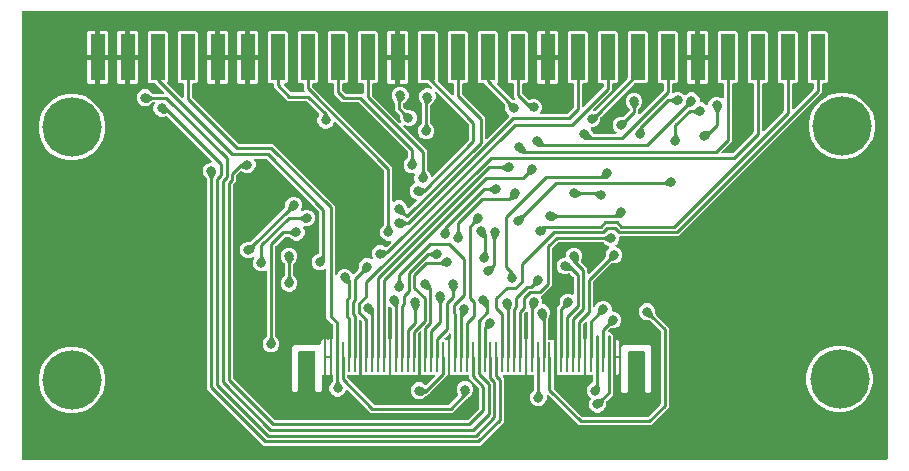
<source format=gbr>
G04 EAGLE Gerber RS-274X export*
G75*
%MOMM*%
%FSLAX34Y34*%
%LPD*%
%INTop Copper*%
%IPPOS*%
%AMOC8*
5,1,8,0,0,1.08239X$1,22.5*%
G01*
%ADD10R,1.270000X4.000000*%
%ADD11R,0.250000X2.500000*%
%ADD12C,0.806400*%
%ADD13C,0.254000*%
%ADD14C,5.016000*%

G36*
X-736564Y27510D02*
X-736564Y27510D01*
X-736628Y27509D01*
X-736703Y27530D01*
X-736779Y27541D01*
X-736838Y27567D01*
X-736900Y27584D01*
X-736966Y27625D01*
X-737036Y27657D01*
X-737085Y27699D01*
X-737140Y27732D01*
X-737192Y27790D01*
X-737250Y27840D01*
X-737286Y27894D01*
X-737329Y27942D01*
X-737362Y28011D01*
X-737405Y28076D01*
X-737424Y28138D01*
X-737452Y28195D01*
X-737463Y28265D01*
X-737487Y28346D01*
X-737488Y28431D01*
X-737499Y28500D01*
X-737499Y406400D01*
X-737490Y406464D01*
X-737491Y406528D01*
X-737470Y406603D01*
X-737459Y406679D01*
X-737433Y406738D01*
X-737416Y406800D01*
X-737375Y406866D01*
X-737343Y406936D01*
X-737301Y406985D01*
X-737268Y407040D01*
X-737210Y407092D01*
X-737160Y407150D01*
X-737106Y407186D01*
X-737058Y407229D01*
X-736989Y407262D01*
X-736924Y407305D01*
X-736862Y407324D01*
X-736805Y407352D01*
X-736735Y407363D01*
X-736654Y407387D01*
X-736569Y407388D01*
X-736500Y407399D01*
X-5100Y407399D01*
X-5036Y407390D01*
X-4972Y407391D01*
X-4897Y407370D01*
X-4821Y407359D01*
X-4762Y407333D01*
X-4700Y407316D01*
X-4634Y407275D01*
X-4564Y407243D01*
X-4515Y407201D01*
X-4460Y407168D01*
X-4408Y407110D01*
X-4350Y407060D01*
X-4314Y407006D01*
X-4271Y406958D01*
X-4238Y406889D01*
X-4195Y406824D01*
X-4176Y406762D01*
X-4148Y406705D01*
X-4137Y406635D01*
X-4113Y406554D01*
X-4112Y406469D01*
X-4101Y406400D01*
X-4101Y28500D01*
X-4110Y28436D01*
X-4109Y28372D01*
X-4130Y28297D01*
X-4141Y28221D01*
X-4167Y28162D01*
X-4184Y28100D01*
X-4225Y28034D01*
X-4257Y27964D01*
X-4299Y27915D01*
X-4332Y27860D01*
X-4390Y27808D01*
X-4440Y27750D01*
X-4494Y27714D01*
X-4542Y27671D01*
X-4611Y27638D01*
X-4676Y27595D01*
X-4738Y27576D01*
X-4795Y27548D01*
X-4865Y27537D01*
X-4946Y27513D01*
X-5031Y27512D01*
X-5100Y27501D01*
X-736500Y27501D01*
X-736564Y27510D01*
G37*
%LPC*%
G36*
X-349278Y39529D02*
X-349278Y39529D01*
X-329007Y59800D01*
X-329007Y96767D01*
X-330134Y97893D01*
X-330153Y97919D01*
X-330178Y97940D01*
X-330238Y98032D01*
X-330303Y98119D01*
X-330315Y98149D01*
X-330332Y98176D01*
X-330364Y98281D01*
X-330403Y98383D01*
X-330405Y98415D01*
X-330415Y98446D01*
X-330416Y98555D01*
X-330425Y98664D01*
X-330418Y98696D01*
X-330419Y98728D01*
X-330389Y98833D01*
X-330367Y98940D01*
X-330352Y98969D01*
X-330343Y99000D01*
X-330286Y99093D01*
X-330235Y99189D01*
X-330212Y99212D01*
X-330195Y99240D01*
X-330114Y99313D01*
X-330038Y99391D01*
X-330010Y99407D01*
X-329986Y99429D01*
X-329888Y99476D01*
X-329793Y99530D01*
X-329761Y99538D01*
X-329732Y99552D01*
X-329643Y99566D01*
X-329518Y99595D01*
X-329470Y99593D01*
X-329428Y99599D01*
X-313387Y99599D01*
X-313282Y99584D01*
X-313175Y99576D01*
X-313145Y99565D01*
X-313108Y99559D01*
X-312973Y99498D01*
X-312888Y99465D01*
X-312831Y99432D01*
X-312185Y99259D01*
X-311599Y99259D01*
X-311599Y114300D01*
X-311599Y129467D01*
X-311666Y129497D01*
X-311715Y129539D01*
X-311770Y129572D01*
X-311822Y129630D01*
X-311880Y129680D01*
X-311916Y129734D01*
X-311959Y129782D01*
X-311992Y129851D01*
X-312035Y129916D01*
X-312054Y129978D01*
X-312082Y130035D01*
X-312093Y130105D01*
X-312117Y130186D01*
X-312118Y130271D01*
X-312129Y130340D01*
X-312129Y151104D01*
X-312116Y151199D01*
X-312111Y151295D01*
X-312096Y151338D01*
X-312089Y151383D01*
X-312050Y151471D01*
X-312018Y151562D01*
X-311993Y151596D01*
X-311973Y151640D01*
X-311890Y151738D01*
X-311837Y151811D01*
X-310777Y152871D01*
X-310751Y152890D01*
X-310730Y152915D01*
X-310638Y152975D01*
X-310551Y153040D01*
X-310521Y153052D01*
X-310494Y153069D01*
X-310389Y153101D01*
X-310287Y153140D01*
X-310255Y153142D01*
X-310224Y153152D01*
X-310115Y153153D01*
X-310006Y153162D01*
X-309974Y153155D01*
X-309942Y153155D01*
X-309837Y153126D01*
X-309730Y153104D01*
X-309701Y153089D01*
X-309670Y153080D01*
X-309577Y153023D01*
X-309481Y152971D01*
X-309458Y152949D01*
X-309430Y152932D01*
X-309357Y152851D01*
X-309279Y152775D01*
X-309263Y152747D01*
X-309241Y152723D01*
X-309194Y152625D01*
X-309140Y152529D01*
X-309132Y152498D01*
X-309118Y152469D01*
X-309104Y152379D01*
X-309075Y152255D01*
X-309077Y152206D01*
X-309071Y152164D01*
X-309071Y130340D01*
X-309080Y130276D01*
X-309079Y130212D01*
X-309100Y130137D01*
X-309111Y130061D01*
X-309137Y130002D01*
X-309154Y129940D01*
X-309195Y129874D01*
X-309227Y129804D01*
X-309269Y129755D01*
X-309302Y129700D01*
X-309360Y129648D01*
X-309410Y129590D01*
X-309464Y129554D01*
X-309512Y129511D01*
X-309581Y129478D01*
X-309601Y129465D01*
X-309601Y114300D01*
X-309601Y99259D01*
X-309015Y99259D01*
X-308369Y99432D01*
X-308312Y99465D01*
X-308213Y99505D01*
X-308117Y99552D01*
X-308085Y99557D01*
X-308051Y99571D01*
X-307903Y99585D01*
X-307813Y99599D01*
X-305070Y99599D01*
X-305006Y99590D01*
X-304942Y99591D01*
X-304867Y99570D01*
X-304791Y99559D01*
X-304732Y99533D01*
X-304670Y99516D01*
X-304604Y99475D01*
X-304534Y99443D01*
X-304485Y99401D01*
X-304430Y99368D01*
X-304378Y99310D01*
X-304320Y99260D01*
X-304284Y99206D01*
X-304241Y99158D01*
X-304208Y99089D01*
X-304165Y99024D01*
X-304146Y98962D01*
X-304118Y98905D01*
X-304107Y98835D01*
X-304083Y98754D01*
X-304082Y98669D01*
X-304071Y98600D01*
X-304071Y86825D01*
X-304076Y86791D01*
X-304073Y86757D01*
X-304093Y86670D01*
X-304111Y86546D01*
X-304131Y86500D01*
X-304141Y86456D01*
X-304495Y85566D01*
X-304519Y85524D01*
X-304535Y85478D01*
X-304583Y85412D01*
X-304635Y85322D01*
X-304683Y85275D01*
X-304717Y85229D01*
X-305962Y83984D01*
X-307033Y81399D01*
X-307033Y78601D01*
X-305962Y76016D01*
X-303984Y74038D01*
X-301399Y72967D01*
X-298601Y72967D01*
X-296016Y74038D01*
X-294038Y76016D01*
X-292967Y78601D01*
X-292967Y81436D01*
X-292978Y81464D01*
X-292982Y81519D01*
X-292996Y81572D01*
X-292993Y81659D01*
X-293000Y81745D01*
X-292989Y81799D01*
X-292987Y81854D01*
X-292960Y81936D01*
X-292942Y82021D01*
X-292916Y82070D01*
X-292899Y82122D01*
X-292850Y82194D01*
X-292810Y82270D01*
X-292771Y82309D01*
X-292741Y82355D01*
X-292673Y82410D01*
X-292613Y82472D01*
X-292565Y82499D01*
X-292523Y82534D01*
X-292443Y82568D01*
X-292368Y82611D01*
X-292314Y82624D01*
X-292264Y82646D01*
X-292178Y82656D01*
X-292093Y82676D01*
X-292038Y82673D01*
X-291984Y82680D01*
X-291898Y82666D01*
X-291811Y82662D01*
X-291760Y82644D01*
X-291706Y82635D01*
X-291627Y82598D01*
X-291545Y82569D01*
X-291504Y82539D01*
X-291451Y82514D01*
X-291366Y82438D01*
X-291296Y82388D01*
X-265489Y56580D01*
X-204511Y56580D01*
X-189529Y71562D01*
X-189529Y139438D01*
X-191855Y141763D01*
X-200532Y150441D01*
X-200583Y150508D01*
X-200641Y150569D01*
X-200665Y150617D01*
X-200702Y150666D01*
X-200741Y150770D01*
X-200778Y150845D01*
X-200921Y151294D01*
X-200967Y151572D01*
X-200966Y151585D01*
X-200967Y151596D01*
X-200967Y154399D01*
X-202038Y156984D01*
X-204016Y158962D01*
X-206601Y160033D01*
X-209399Y160033D01*
X-211984Y158962D01*
X-213962Y156984D01*
X-215033Y154399D01*
X-215033Y151601D01*
X-213962Y149016D01*
X-211984Y147038D01*
X-209399Y145967D01*
X-206596Y145967D01*
X-206317Y145927D01*
X-206305Y145922D01*
X-206294Y145921D01*
X-205845Y145778D01*
X-205769Y145742D01*
X-205690Y145714D01*
X-205647Y145683D01*
X-205591Y145656D01*
X-205509Y145582D01*
X-205441Y145532D01*
X-196763Y136855D01*
X-196706Y136778D01*
X-196641Y136707D01*
X-196621Y136666D01*
X-196594Y136629D01*
X-196560Y136539D01*
X-196518Y136453D01*
X-196512Y136411D01*
X-196495Y136366D01*
X-196485Y136238D01*
X-196471Y136148D01*
X-196471Y74852D01*
X-196484Y74757D01*
X-196489Y74660D01*
X-196504Y74617D01*
X-196511Y74572D01*
X-196550Y74485D01*
X-196582Y74394D01*
X-196607Y74360D01*
X-196627Y74315D01*
X-196710Y74218D01*
X-196763Y74145D01*
X-207094Y63815D01*
X-207171Y63757D01*
X-207242Y63692D01*
X-207283Y63673D01*
X-207319Y63645D01*
X-207409Y63611D01*
X-207496Y63569D01*
X-207538Y63563D01*
X-207583Y63546D01*
X-207711Y63536D01*
X-207800Y63522D01*
X-262200Y63522D01*
X-262295Y63535D01*
X-262391Y63540D01*
X-262434Y63555D01*
X-262479Y63562D01*
X-262566Y63601D01*
X-262657Y63633D01*
X-262692Y63658D01*
X-262736Y63678D01*
X-262833Y63761D01*
X-262906Y63815D01*
X-286837Y87745D01*
X-286863Y87780D01*
X-286880Y87795D01*
X-286907Y87836D01*
X-286959Y87893D01*
X-286979Y87934D01*
X-287006Y87971D01*
X-287020Y88009D01*
X-287035Y88031D01*
X-287051Y88083D01*
X-287082Y88147D01*
X-287088Y88189D01*
X-287105Y88234D01*
X-287108Y88271D01*
X-287117Y88301D01*
X-287118Y88382D01*
X-287129Y88452D01*
X-287129Y98260D01*
X-287120Y98324D01*
X-287121Y98388D01*
X-287100Y98463D01*
X-287089Y98539D01*
X-287063Y98598D01*
X-287046Y98660D01*
X-287005Y98726D01*
X-286973Y98796D01*
X-286931Y98845D01*
X-286898Y98900D01*
X-286840Y98952D01*
X-286790Y99010D01*
X-286736Y99046D01*
X-286688Y99089D01*
X-286619Y99122D01*
X-286599Y99135D01*
X-286599Y114300D01*
X-286599Y129341D01*
X-287185Y129341D01*
X-287831Y129168D01*
X-287888Y129135D01*
X-287987Y129095D01*
X-288083Y129048D01*
X-288115Y129043D01*
X-288149Y129029D01*
X-288297Y129015D01*
X-288387Y129001D01*
X-291130Y129001D01*
X-291194Y129010D01*
X-291258Y129009D01*
X-291333Y129030D01*
X-291409Y129041D01*
X-291468Y129067D01*
X-291530Y129084D01*
X-291596Y129125D01*
X-291666Y129157D01*
X-291715Y129199D01*
X-291770Y129232D01*
X-291822Y129290D01*
X-291880Y129340D01*
X-291916Y129394D01*
X-291959Y129442D01*
X-291992Y129511D01*
X-292035Y129576D01*
X-292054Y129638D01*
X-292082Y129695D01*
X-292093Y129765D01*
X-292117Y129846D01*
X-292118Y129931D01*
X-292129Y130000D01*
X-292129Y145620D01*
X-292108Y145769D01*
X-292100Y145860D01*
X-291807Y147045D01*
X-291763Y147153D01*
X-291725Y147262D01*
X-291711Y147281D01*
X-291701Y147306D01*
X-291592Y147444D01*
X-291543Y147511D01*
X-291038Y148016D01*
X-289967Y150601D01*
X-289967Y153399D01*
X-291038Y155984D01*
X-293016Y157962D01*
X-295601Y159033D01*
X-295968Y159033D01*
X-296032Y159042D01*
X-296096Y159041D01*
X-296171Y159062D01*
X-296247Y159073D01*
X-296306Y159099D01*
X-296368Y159116D01*
X-296434Y159157D01*
X-296504Y159189D01*
X-296553Y159231D01*
X-296608Y159264D01*
X-296660Y159322D01*
X-296718Y159372D01*
X-296754Y159426D01*
X-296797Y159474D01*
X-296830Y159543D01*
X-296873Y159608D01*
X-296892Y159670D01*
X-296920Y159727D01*
X-296931Y159797D01*
X-296955Y159878D01*
X-296956Y159963D01*
X-296967Y160032D01*
X-296967Y162399D01*
X-297879Y164600D01*
X-297881Y164609D01*
X-297886Y164617D01*
X-297916Y164746D01*
X-297949Y164873D01*
X-297949Y164882D01*
X-297951Y164891D01*
X-297944Y165024D01*
X-297940Y165155D01*
X-297937Y165164D01*
X-297936Y165173D01*
X-297893Y165298D01*
X-297852Y165423D01*
X-297847Y165431D01*
X-297844Y165440D01*
X-297799Y165502D01*
X-297694Y165656D01*
X-297675Y165671D01*
X-297662Y165689D01*
X-288227Y175124D01*
X-288227Y206450D01*
X-288214Y206545D01*
X-288209Y206642D01*
X-288194Y206685D01*
X-288187Y206730D01*
X-288148Y206817D01*
X-288116Y206908D01*
X-288091Y206942D01*
X-288071Y206987D01*
X-287988Y207084D01*
X-287935Y207157D01*
X-283455Y211637D01*
X-283378Y211694D01*
X-283307Y211759D01*
X-283266Y211779D01*
X-283229Y211806D01*
X-283139Y211840D01*
X-283053Y211882D01*
X-283011Y211888D01*
X-282966Y211905D01*
X-282838Y211915D01*
X-282748Y211929D01*
X-245590Y211929D01*
X-245507Y211917D01*
X-245422Y211915D01*
X-245372Y211898D01*
X-245311Y211889D01*
X-245210Y211844D01*
X-245130Y211817D01*
X-244712Y211601D01*
X-244483Y211437D01*
X-244475Y211427D01*
X-244466Y211420D01*
X-242484Y209438D01*
X-240347Y208553D01*
X-240245Y208492D01*
X-240140Y208437D01*
X-240124Y208421D01*
X-240104Y208409D01*
X-240023Y208323D01*
X-239938Y208240D01*
X-239927Y208220D01*
X-239911Y208203D01*
X-239858Y208098D01*
X-239799Y207995D01*
X-239794Y207972D01*
X-239783Y207952D01*
X-239761Y207836D01*
X-239734Y207720D01*
X-239735Y207697D01*
X-239731Y207675D01*
X-239742Y207557D01*
X-239749Y207438D01*
X-239756Y207417D01*
X-239758Y207394D01*
X-239802Y207284D01*
X-239841Y207172D01*
X-239854Y207155D01*
X-239863Y207132D01*
X-239977Y206986D01*
X-240023Y206923D01*
X-241962Y204984D01*
X-243033Y202399D01*
X-243033Y199596D01*
X-243073Y199317D01*
X-243078Y199305D01*
X-243079Y199294D01*
X-243222Y198845D01*
X-243258Y198769D01*
X-243286Y198690D01*
X-243317Y198647D01*
X-243344Y198591D01*
X-243418Y198509D01*
X-243468Y198441D01*
X-256781Y185127D01*
X-256807Y185108D01*
X-256828Y185083D01*
X-256920Y185023D01*
X-257007Y184958D01*
X-257037Y184946D01*
X-257064Y184929D01*
X-257169Y184897D01*
X-257271Y184858D01*
X-257303Y184856D01*
X-257334Y184846D01*
X-257443Y184845D01*
X-257552Y184836D01*
X-257584Y184843D01*
X-257616Y184842D01*
X-257721Y184872D01*
X-257828Y184894D01*
X-257857Y184909D01*
X-257888Y184918D01*
X-257981Y184975D01*
X-258077Y185026D01*
X-258100Y185049D01*
X-258128Y185066D01*
X-258201Y185147D01*
X-258279Y185223D01*
X-258295Y185251D01*
X-258317Y185275D01*
X-258364Y185373D01*
X-258418Y185469D01*
X-258426Y185500D01*
X-258440Y185529D01*
X-258454Y185618D01*
X-258483Y185743D01*
X-258481Y185791D01*
X-258487Y185833D01*
X-258487Y189490D01*
X-260813Y191815D01*
X-263852Y194854D01*
X-263857Y194862D01*
X-263865Y194867D01*
X-263942Y194974D01*
X-264021Y195080D01*
X-264024Y195088D01*
X-264030Y195096D01*
X-264074Y195220D01*
X-264120Y195343D01*
X-264121Y195353D01*
X-264124Y195362D01*
X-264132Y195493D01*
X-264142Y195625D01*
X-264140Y195634D01*
X-264141Y195643D01*
X-264123Y195719D01*
X-264085Y195901D01*
X-264073Y195922D01*
X-264068Y195943D01*
X-262967Y198601D01*
X-262967Y201399D01*
X-264038Y203984D01*
X-266016Y205962D01*
X-268601Y207033D01*
X-271399Y207033D01*
X-273984Y205962D01*
X-275962Y203984D01*
X-277033Y201399D01*
X-277033Y199709D01*
X-277042Y199645D01*
X-277041Y199581D01*
X-277062Y199506D01*
X-277073Y199429D01*
X-277099Y199371D01*
X-277116Y199309D01*
X-277157Y199243D01*
X-277189Y199172D01*
X-277231Y199124D01*
X-277264Y199069D01*
X-277322Y199017D01*
X-277372Y198958D01*
X-277426Y198923D01*
X-277474Y198880D01*
X-277543Y198846D01*
X-277608Y198804D01*
X-277670Y198785D01*
X-277727Y198757D01*
X-277797Y198746D01*
X-277878Y198721D01*
X-277963Y198720D01*
X-278032Y198709D01*
X-278722Y198709D01*
X-281307Y197639D01*
X-283285Y195660D01*
X-284356Y193075D01*
X-284356Y190278D01*
X-283285Y187693D01*
X-281307Y185715D01*
X-278722Y184644D01*
X-275925Y184644D01*
X-274157Y185376D01*
X-274148Y185378D01*
X-274139Y185383D01*
X-274010Y185414D01*
X-273884Y185446D01*
X-273874Y185446D01*
X-273865Y185448D01*
X-273732Y185441D01*
X-273602Y185437D01*
X-273593Y185434D01*
X-273583Y185434D01*
X-273459Y185391D01*
X-273334Y185350D01*
X-273326Y185344D01*
X-273317Y185341D01*
X-273255Y185296D01*
X-273101Y185191D01*
X-273085Y185172D01*
X-273068Y185159D01*
X-270461Y182553D01*
X-270404Y182476D01*
X-270339Y182405D01*
X-270319Y182364D01*
X-270292Y182327D01*
X-270258Y182237D01*
X-270216Y182151D01*
X-270210Y182109D01*
X-270193Y182064D01*
X-270183Y181936D01*
X-270169Y181846D01*
X-270169Y168106D01*
X-270186Y167989D01*
X-270197Y167871D01*
X-270205Y167850D01*
X-270209Y167827D01*
X-270257Y167719D01*
X-270301Y167609D01*
X-270315Y167591D01*
X-270325Y167570D01*
X-270402Y167480D01*
X-270475Y167387D01*
X-270493Y167373D01*
X-270508Y167356D01*
X-270608Y167291D01*
X-270704Y167222D01*
X-270725Y167214D01*
X-270744Y167202D01*
X-270858Y167167D01*
X-270969Y167127D01*
X-270992Y167126D01*
X-271014Y167119D01*
X-271132Y167118D01*
X-271251Y167111D01*
X-271272Y167116D01*
X-271296Y167115D01*
X-271475Y167165D01*
X-271550Y167183D01*
X-273601Y168033D01*
X-276399Y168033D01*
X-278984Y166962D01*
X-280962Y164984D01*
X-282033Y162399D01*
X-282033Y159596D01*
X-282073Y159317D01*
X-282078Y159305D01*
X-282079Y159294D01*
X-282222Y158845D01*
X-282258Y158769D01*
X-282286Y158690D01*
X-282317Y158647D01*
X-282344Y158591D01*
X-282418Y158509D01*
X-282468Y158441D01*
X-284071Y156838D01*
X-284071Y130340D01*
X-284080Y130276D01*
X-284079Y130212D01*
X-284100Y130137D01*
X-284111Y130061D01*
X-284137Y130002D01*
X-284154Y129940D01*
X-284195Y129874D01*
X-284227Y129804D01*
X-284269Y129755D01*
X-284302Y129700D01*
X-284360Y129648D01*
X-284410Y129590D01*
X-284464Y129554D01*
X-284512Y129511D01*
X-284581Y129478D01*
X-284601Y129465D01*
X-284601Y114300D01*
X-284601Y99259D01*
X-284015Y99259D01*
X-283369Y99432D01*
X-283312Y99465D01*
X-283213Y99505D01*
X-283117Y99552D01*
X-283085Y99557D01*
X-283051Y99571D01*
X-282903Y99585D01*
X-282813Y99599D01*
X-263387Y99599D01*
X-263282Y99584D01*
X-263175Y99577D01*
X-263145Y99565D01*
X-263108Y99559D01*
X-262973Y99498D01*
X-262888Y99465D01*
X-262831Y99432D01*
X-262185Y99259D01*
X-261599Y99259D01*
X-261599Y114300D01*
X-261599Y129467D01*
X-261666Y129497D01*
X-261715Y129539D01*
X-261770Y129572D01*
X-261822Y129630D01*
X-261880Y129680D01*
X-261916Y129734D01*
X-261959Y129782D01*
X-261992Y129851D01*
X-262035Y129916D01*
X-262054Y129978D01*
X-262082Y130035D01*
X-262093Y130105D01*
X-262117Y130186D01*
X-262118Y130271D01*
X-262129Y130340D01*
X-262129Y142142D01*
X-262116Y142237D01*
X-262111Y142333D01*
X-262096Y142376D01*
X-262089Y142421D01*
X-262050Y142508D01*
X-262018Y142599D01*
X-261993Y142634D01*
X-261973Y142678D01*
X-261890Y142775D01*
X-261837Y142848D01*
X-260777Y143908D01*
X-260751Y143928D01*
X-260730Y143952D01*
X-260638Y144012D01*
X-260551Y144078D01*
X-260521Y144089D01*
X-260494Y144107D01*
X-260389Y144139D01*
X-260287Y144177D01*
X-260255Y144180D01*
X-260224Y144189D01*
X-260115Y144190D01*
X-260006Y144199D01*
X-259974Y144192D01*
X-259942Y144193D01*
X-259837Y144164D01*
X-259730Y144141D01*
X-259701Y144126D01*
X-259670Y144118D01*
X-259577Y144060D01*
X-259481Y144009D01*
X-259458Y143986D01*
X-259430Y143969D01*
X-259357Y143889D01*
X-259279Y143812D01*
X-259263Y143784D01*
X-259241Y143760D01*
X-259194Y143662D01*
X-259140Y143567D01*
X-259132Y143535D01*
X-259118Y143506D01*
X-259104Y143417D01*
X-259075Y143292D01*
X-259077Y143244D01*
X-259071Y143202D01*
X-259071Y130340D01*
X-259080Y130276D01*
X-259079Y130212D01*
X-259100Y130137D01*
X-259111Y130061D01*
X-259137Y130002D01*
X-259154Y129940D01*
X-259195Y129874D01*
X-259227Y129804D01*
X-259269Y129755D01*
X-259302Y129700D01*
X-259360Y129648D01*
X-259410Y129590D01*
X-259464Y129554D01*
X-259512Y129511D01*
X-259581Y129478D01*
X-259601Y129465D01*
X-259601Y114300D01*
X-259601Y99259D01*
X-259015Y99259D01*
X-258369Y99432D01*
X-258312Y99465D01*
X-258213Y99505D01*
X-258117Y99552D01*
X-258085Y99557D01*
X-258051Y99571D01*
X-257903Y99585D01*
X-257813Y99599D01*
X-255070Y99599D01*
X-255006Y99590D01*
X-254942Y99591D01*
X-254867Y99570D01*
X-254791Y99559D01*
X-254732Y99533D01*
X-254670Y99516D01*
X-254604Y99475D01*
X-254534Y99443D01*
X-254485Y99401D01*
X-254430Y99368D01*
X-254378Y99310D01*
X-254320Y99260D01*
X-254284Y99206D01*
X-254241Y99158D01*
X-254208Y99089D01*
X-254165Y99024D01*
X-254146Y98962D01*
X-254118Y98905D01*
X-254107Y98835D01*
X-254083Y98754D01*
X-254082Y98669D01*
X-254071Y98600D01*
X-254071Y93501D01*
X-254079Y93441D01*
X-254078Y93381D01*
X-254099Y93302D01*
X-254111Y93222D01*
X-254135Y93167D01*
X-254151Y93109D01*
X-254190Y93046D01*
X-254227Y92965D01*
X-254279Y92904D01*
X-254315Y92847D01*
X-254422Y92724D01*
X-254480Y92673D01*
X-254531Y92615D01*
X-254582Y92584D01*
X-254634Y92539D01*
X-254726Y92496D01*
X-254795Y92455D01*
X-255984Y91962D01*
X-257962Y89984D01*
X-259033Y87399D01*
X-259033Y84601D01*
X-257962Y82016D01*
X-255913Y79967D01*
X-255905Y79962D01*
X-255854Y79908D01*
X-255843Y79897D01*
X-255841Y79894D01*
X-255824Y79876D01*
X-255738Y79793D01*
X-255727Y79773D01*
X-255712Y79756D01*
X-255658Y79651D01*
X-255599Y79547D01*
X-255594Y79525D01*
X-255584Y79505D01*
X-255562Y79389D01*
X-255534Y79273D01*
X-255536Y79250D01*
X-255531Y79228D01*
X-255543Y79110D01*
X-255549Y78991D01*
X-255556Y78970D01*
X-255558Y78947D01*
X-255602Y78837D01*
X-255641Y78725D01*
X-255654Y78707D01*
X-255663Y78685D01*
X-255778Y78538D01*
X-255823Y78476D01*
X-255962Y78337D01*
X-257033Y75752D01*
X-257033Y72954D01*
X-255962Y70369D01*
X-253984Y68391D01*
X-251399Y67320D01*
X-248601Y67320D01*
X-246016Y68391D01*
X-244038Y70369D01*
X-242967Y72954D01*
X-242967Y75757D01*
X-242927Y76037D01*
X-242922Y76048D01*
X-242921Y76059D01*
X-242778Y76508D01*
X-242742Y76584D01*
X-242714Y76663D01*
X-242683Y76706D01*
X-242656Y76762D01*
X-242582Y76844D01*
X-242532Y76912D01*
X-241994Y77451D01*
X-237129Y82315D01*
X-237129Y98260D01*
X-237120Y98324D01*
X-237121Y98388D01*
X-237100Y98463D01*
X-237089Y98539D01*
X-237063Y98598D01*
X-237046Y98660D01*
X-237005Y98726D01*
X-236973Y98796D01*
X-236931Y98845D01*
X-236898Y98900D01*
X-236840Y98952D01*
X-236790Y99010D01*
X-236736Y99046D01*
X-236688Y99089D01*
X-236619Y99122D01*
X-236599Y99135D01*
X-236599Y114300D01*
X-236599Y129467D01*
X-236666Y129497D01*
X-236715Y129539D01*
X-236770Y129572D01*
X-236822Y129630D01*
X-236880Y129680D01*
X-236916Y129734D01*
X-236959Y129782D01*
X-236992Y129851D01*
X-237035Y129916D01*
X-237054Y129978D01*
X-237082Y130035D01*
X-237093Y130105D01*
X-237117Y130186D01*
X-237118Y130271D01*
X-237129Y130340D01*
X-237129Y133318D01*
X-239162Y135351D01*
X-240329Y135351D01*
X-240361Y135355D01*
X-240393Y135353D01*
X-240500Y135375D01*
X-240608Y135391D01*
X-240637Y135404D01*
X-240669Y135410D01*
X-240766Y135462D01*
X-240865Y135507D01*
X-240889Y135528D01*
X-240918Y135543D01*
X-240996Y135619D01*
X-241079Y135690D01*
X-241097Y135717D01*
X-241120Y135740D01*
X-241174Y135834D01*
X-241234Y135926D01*
X-241243Y135957D01*
X-241259Y135985D01*
X-241284Y136091D01*
X-241316Y136196D01*
X-241317Y136228D01*
X-241324Y136259D01*
X-241318Y136369D01*
X-241320Y136478D01*
X-241311Y136509D01*
X-241310Y136541D01*
X-241274Y136644D01*
X-241245Y136750D01*
X-241228Y136777D01*
X-241217Y136808D01*
X-241164Y136881D01*
X-241097Y136990D01*
X-241061Y137022D01*
X-241035Y137057D01*
X-239559Y138532D01*
X-239492Y138583D01*
X-239431Y138641D01*
X-239383Y138665D01*
X-239334Y138702D01*
X-239231Y138741D01*
X-239155Y138778D01*
X-238706Y138921D01*
X-238428Y138967D01*
X-238416Y138966D01*
X-238404Y138967D01*
X-235601Y138967D01*
X-233016Y140038D01*
X-231038Y142016D01*
X-229967Y144601D01*
X-229967Y147399D01*
X-231038Y149984D01*
X-233016Y151962D01*
X-235601Y153033D01*
X-236968Y153033D01*
X-237032Y153042D01*
X-237096Y153041D01*
X-237171Y153062D01*
X-237247Y153073D01*
X-237306Y153099D01*
X-237368Y153116D01*
X-237434Y153157D01*
X-237504Y153189D01*
X-237553Y153231D01*
X-237608Y153264D01*
X-237660Y153322D01*
X-237718Y153372D01*
X-237754Y153426D01*
X-237797Y153474D01*
X-237830Y153543D01*
X-237873Y153608D01*
X-237892Y153670D01*
X-237920Y153727D01*
X-237931Y153797D01*
X-237955Y153878D01*
X-237956Y153963D01*
X-237967Y154032D01*
X-237967Y156399D01*
X-239038Y158984D01*
X-241016Y160962D01*
X-243601Y162033D01*
X-246399Y162033D01*
X-248984Y160962D01*
X-250962Y158984D01*
X-251825Y156901D01*
X-251869Y156826D01*
X-251905Y156747D01*
X-251940Y156705D01*
X-251968Y156658D01*
X-252032Y156599D01*
X-252088Y156533D01*
X-252134Y156503D01*
X-252174Y156465D01*
X-252251Y156426D01*
X-252324Y156378D01*
X-252377Y156362D01*
X-252426Y156337D01*
X-252511Y156321D01*
X-252594Y156296D01*
X-252649Y156295D01*
X-252703Y156285D01*
X-252789Y156293D01*
X-252876Y156292D01*
X-252929Y156307D01*
X-252983Y156312D01*
X-253064Y156344D01*
X-253148Y156367D01*
X-253195Y156396D01*
X-253245Y156417D01*
X-253314Y156470D01*
X-253388Y156516D01*
X-253424Y156556D01*
X-253468Y156590D01*
X-253519Y156660D01*
X-253577Y156725D01*
X-253601Y156774D01*
X-253633Y156819D01*
X-253662Y156901D01*
X-253700Y156979D01*
X-253708Y157029D01*
X-253727Y157084D01*
X-253734Y157198D01*
X-253747Y157283D01*
X-253747Y177930D01*
X-253734Y178025D01*
X-253729Y178122D01*
X-253714Y178165D01*
X-253707Y178210D01*
X-253668Y178297D01*
X-253636Y178388D01*
X-253611Y178422D01*
X-253591Y178467D01*
X-253508Y178564D01*
X-253455Y178637D01*
X-238559Y193532D01*
X-238492Y193583D01*
X-238431Y193641D01*
X-238383Y193665D01*
X-238334Y193702D01*
X-238230Y193741D01*
X-238155Y193778D01*
X-237706Y193921D01*
X-237428Y193967D01*
X-237415Y193966D01*
X-237404Y193967D01*
X-234601Y193967D01*
X-232016Y195038D01*
X-230038Y197016D01*
X-228967Y199601D01*
X-228967Y202399D01*
X-230038Y204984D01*
X-232016Y206962D01*
X-234153Y207847D01*
X-234255Y207908D01*
X-234360Y207963D01*
X-234376Y207979D01*
X-234396Y207991D01*
X-234477Y208077D01*
X-234562Y208160D01*
X-234573Y208180D01*
X-234589Y208197D01*
X-234642Y208302D01*
X-234701Y208405D01*
X-234706Y208428D01*
X-234717Y208448D01*
X-234739Y208564D01*
X-234766Y208680D01*
X-234765Y208703D01*
X-234769Y208725D01*
X-234758Y208843D01*
X-234751Y208962D01*
X-234744Y208983D01*
X-234742Y209006D01*
X-234698Y209116D01*
X-234659Y209228D01*
X-234646Y209245D01*
X-234637Y209268D01*
X-234523Y209414D01*
X-234477Y209477D01*
X-232538Y211416D01*
X-231467Y214001D01*
X-231467Y215790D01*
X-231458Y215854D01*
X-231459Y215918D01*
X-231438Y215993D01*
X-231427Y216069D01*
X-231401Y216128D01*
X-231384Y216190D01*
X-231343Y216256D01*
X-231311Y216326D01*
X-231269Y216375D01*
X-231236Y216430D01*
X-231178Y216482D01*
X-231128Y216540D01*
X-231074Y216576D01*
X-231026Y216619D01*
X-230957Y216652D01*
X-230892Y216695D01*
X-230830Y216714D01*
X-230773Y216742D01*
X-230703Y216753D01*
X-230622Y216777D01*
X-230537Y216778D01*
X-230468Y216789D01*
X-181599Y216789D01*
X-60029Y338359D01*
X-60029Y345100D01*
X-60020Y345164D01*
X-60021Y345228D01*
X-60000Y345303D01*
X-59989Y345379D01*
X-59963Y345438D01*
X-59946Y345500D01*
X-59905Y345566D01*
X-59873Y345636D01*
X-59831Y345685D01*
X-59798Y345740D01*
X-59740Y345792D01*
X-59690Y345850D01*
X-59636Y345886D01*
X-59588Y345929D01*
X-59519Y345962D01*
X-59454Y346005D01*
X-59392Y346024D01*
X-59335Y346052D01*
X-59265Y346063D01*
X-59184Y346087D01*
X-59099Y346088D01*
X-59030Y346099D01*
X-56238Y346099D01*
X-54949Y347388D01*
X-54949Y389212D01*
X-56238Y390501D01*
X-70762Y390501D01*
X-72051Y389212D01*
X-72051Y347388D01*
X-70762Y346099D01*
X-67970Y346099D01*
X-67906Y346090D01*
X-67842Y346091D01*
X-67767Y346070D01*
X-67691Y346059D01*
X-67632Y346033D01*
X-67570Y346016D01*
X-67504Y345975D01*
X-67434Y345943D01*
X-67385Y345901D01*
X-67330Y345868D01*
X-67278Y345810D01*
X-67220Y345760D01*
X-67184Y345706D01*
X-67141Y345658D01*
X-67108Y345589D01*
X-67065Y345524D01*
X-67046Y345462D01*
X-67018Y345405D01*
X-67007Y345335D01*
X-66983Y345254D01*
X-66982Y345169D01*
X-66971Y345100D01*
X-66971Y341648D01*
X-66984Y341553D01*
X-66989Y341457D01*
X-67004Y341414D01*
X-67011Y341369D01*
X-67050Y341281D01*
X-67082Y341191D01*
X-67107Y341156D01*
X-67127Y341112D01*
X-67210Y341015D01*
X-67263Y340942D01*
X-83723Y324482D01*
X-83749Y324462D01*
X-83770Y324438D01*
X-83862Y324378D01*
X-83949Y324312D01*
X-83979Y324301D01*
X-84006Y324283D01*
X-84111Y324251D01*
X-84213Y324213D01*
X-84245Y324210D01*
X-84276Y324201D01*
X-84385Y324199D01*
X-84494Y324191D01*
X-84526Y324198D01*
X-84558Y324197D01*
X-84663Y324226D01*
X-84770Y324249D01*
X-84799Y324264D01*
X-84830Y324272D01*
X-84923Y324330D01*
X-85019Y324381D01*
X-85042Y324403D01*
X-85070Y324420D01*
X-85143Y324502D01*
X-85221Y324578D01*
X-85237Y324606D01*
X-85259Y324630D01*
X-85306Y324728D01*
X-85360Y324823D01*
X-85368Y324855D01*
X-85382Y324884D01*
X-85396Y324973D01*
X-85425Y325098D01*
X-85423Y325146D01*
X-85429Y325188D01*
X-85429Y345100D01*
X-85420Y345164D01*
X-85421Y345228D01*
X-85400Y345303D01*
X-85389Y345379D01*
X-85363Y345438D01*
X-85346Y345500D01*
X-85305Y345566D01*
X-85273Y345636D01*
X-85231Y345685D01*
X-85198Y345740D01*
X-85140Y345792D01*
X-85090Y345850D01*
X-85036Y345886D01*
X-84988Y345929D01*
X-84919Y345962D01*
X-84854Y346005D01*
X-84792Y346024D01*
X-84735Y346052D01*
X-84665Y346063D01*
X-84584Y346087D01*
X-84499Y346088D01*
X-84430Y346099D01*
X-81638Y346099D01*
X-80349Y347388D01*
X-80349Y389212D01*
X-81638Y390501D01*
X-96162Y390501D01*
X-97451Y389212D01*
X-97451Y347388D01*
X-96162Y346099D01*
X-93370Y346099D01*
X-93306Y346090D01*
X-93242Y346091D01*
X-93167Y346070D01*
X-93091Y346059D01*
X-93032Y346033D01*
X-92970Y346016D01*
X-92904Y345975D01*
X-92834Y345943D01*
X-92785Y345901D01*
X-92730Y345868D01*
X-92678Y345810D01*
X-92620Y345760D01*
X-92584Y345706D01*
X-92541Y345658D01*
X-92508Y345589D01*
X-92465Y345524D01*
X-92446Y345462D01*
X-92418Y345405D01*
X-92407Y345335D01*
X-92383Y345254D01*
X-92382Y345169D01*
X-92371Y345100D01*
X-92371Y322952D01*
X-92384Y322857D01*
X-92389Y322760D01*
X-92404Y322717D01*
X-92411Y322672D01*
X-92450Y322585D01*
X-92482Y322494D01*
X-92507Y322460D01*
X-92527Y322415D01*
X-92610Y322318D01*
X-92663Y322245D01*
X-109123Y305785D01*
X-109149Y305766D01*
X-109170Y305741D01*
X-109262Y305681D01*
X-109349Y305616D01*
X-109379Y305604D01*
X-109406Y305587D01*
X-109511Y305555D01*
X-109613Y305516D01*
X-109645Y305514D01*
X-109676Y305504D01*
X-109785Y305503D01*
X-109894Y305494D01*
X-109926Y305501D01*
X-109958Y305500D01*
X-110063Y305530D01*
X-110170Y305552D01*
X-110199Y305567D01*
X-110230Y305576D01*
X-110323Y305633D01*
X-110419Y305684D01*
X-110442Y305707D01*
X-110470Y305724D01*
X-110543Y305805D01*
X-110621Y305881D01*
X-110637Y305909D01*
X-110659Y305933D01*
X-110706Y306031D01*
X-110760Y306127D01*
X-110768Y306158D01*
X-110782Y306187D01*
X-110796Y306276D01*
X-110825Y306401D01*
X-110823Y306449D01*
X-110829Y306491D01*
X-110829Y345100D01*
X-110820Y345164D01*
X-110821Y345228D01*
X-110800Y345303D01*
X-110789Y345379D01*
X-110763Y345438D01*
X-110746Y345500D01*
X-110705Y345566D01*
X-110673Y345636D01*
X-110631Y345685D01*
X-110598Y345740D01*
X-110540Y345792D01*
X-110490Y345850D01*
X-110436Y345886D01*
X-110388Y345929D01*
X-110319Y345962D01*
X-110254Y346005D01*
X-110192Y346024D01*
X-110135Y346052D01*
X-110065Y346063D01*
X-109984Y346087D01*
X-109899Y346088D01*
X-109830Y346099D01*
X-107038Y346099D01*
X-105749Y347388D01*
X-105749Y389212D01*
X-107038Y390501D01*
X-121562Y390501D01*
X-122851Y389212D01*
X-122851Y347388D01*
X-121562Y346099D01*
X-118770Y346099D01*
X-118706Y346090D01*
X-118642Y346091D01*
X-118567Y346070D01*
X-118491Y346059D01*
X-118432Y346033D01*
X-118370Y346016D01*
X-118304Y345975D01*
X-118234Y345943D01*
X-118185Y345901D01*
X-118130Y345868D01*
X-118078Y345810D01*
X-118020Y345760D01*
X-117984Y345706D01*
X-117941Y345658D01*
X-117908Y345589D01*
X-117865Y345524D01*
X-117846Y345462D01*
X-117818Y345405D01*
X-117807Y345335D01*
X-117783Y345254D01*
X-117782Y345169D01*
X-117771Y345100D01*
X-117771Y305107D01*
X-117784Y305012D01*
X-117789Y304916D01*
X-117804Y304873D01*
X-117811Y304828D01*
X-117850Y304741D01*
X-117882Y304650D01*
X-117907Y304615D01*
X-117927Y304571D01*
X-118010Y304474D01*
X-118063Y304401D01*
X-135301Y287163D01*
X-135378Y287106D01*
X-135449Y287041D01*
X-135490Y287021D01*
X-135526Y286994D01*
X-135616Y286960D01*
X-135703Y286918D01*
X-135745Y286912D01*
X-135790Y286895D01*
X-135918Y286885D01*
X-136007Y286871D01*
X-144068Y286871D01*
X-144100Y286875D01*
X-144132Y286873D01*
X-144239Y286895D01*
X-144347Y286911D01*
X-144376Y286924D01*
X-144408Y286930D01*
X-144504Y286982D01*
X-144604Y287027D01*
X-144628Y287048D01*
X-144657Y287063D01*
X-144735Y287139D01*
X-144818Y287210D01*
X-144836Y287237D01*
X-144859Y287260D01*
X-144913Y287355D01*
X-144973Y287446D01*
X-144982Y287477D01*
X-144998Y287505D01*
X-145023Y287612D01*
X-145055Y287716D01*
X-145055Y287748D01*
X-145063Y287779D01*
X-145057Y287889D01*
X-145059Y287998D01*
X-145050Y288029D01*
X-145049Y288061D01*
X-145013Y288164D01*
X-144984Y288270D01*
X-144967Y288297D01*
X-144956Y288328D01*
X-144903Y288401D01*
X-144835Y288510D01*
X-144799Y288542D01*
X-144774Y288577D01*
X-138555Y294796D01*
X-136229Y297122D01*
X-136229Y345100D01*
X-136220Y345164D01*
X-136221Y345228D01*
X-136200Y345303D01*
X-136189Y345379D01*
X-136163Y345438D01*
X-136146Y345500D01*
X-136105Y345566D01*
X-136073Y345636D01*
X-136031Y345685D01*
X-135998Y345740D01*
X-135940Y345792D01*
X-135890Y345850D01*
X-135836Y345886D01*
X-135788Y345929D01*
X-135719Y345962D01*
X-135654Y346005D01*
X-135592Y346024D01*
X-135535Y346052D01*
X-135465Y346063D01*
X-135384Y346087D01*
X-135299Y346088D01*
X-135230Y346099D01*
X-132438Y346099D01*
X-131149Y347388D01*
X-131149Y389212D01*
X-132438Y390501D01*
X-146962Y390501D01*
X-148251Y389212D01*
X-148251Y347388D01*
X-146962Y346099D01*
X-144170Y346099D01*
X-144106Y346090D01*
X-144042Y346091D01*
X-143967Y346070D01*
X-143891Y346059D01*
X-143832Y346033D01*
X-143770Y346016D01*
X-143704Y345975D01*
X-143634Y345943D01*
X-143585Y345901D01*
X-143530Y345868D01*
X-143478Y345810D01*
X-143420Y345760D01*
X-143384Y345706D01*
X-143341Y345658D01*
X-143308Y345589D01*
X-143265Y345524D01*
X-143246Y345462D01*
X-143218Y345405D01*
X-143207Y345335D01*
X-143183Y345254D01*
X-143182Y345169D01*
X-143171Y345100D01*
X-143171Y334529D01*
X-143175Y334497D01*
X-143173Y334465D01*
X-143195Y334358D01*
X-143211Y334250D01*
X-143224Y334220D01*
X-143230Y334189D01*
X-143282Y334092D01*
X-143327Y333993D01*
X-143348Y333968D01*
X-143363Y333940D01*
X-143439Y333861D01*
X-143510Y333778D01*
X-143537Y333761D01*
X-143560Y333738D01*
X-143655Y333684D01*
X-143746Y333624D01*
X-143777Y333615D01*
X-143805Y333599D01*
X-143911Y333574D01*
X-144016Y333542D01*
X-144048Y333541D01*
X-144080Y333534D01*
X-144189Y333539D01*
X-144298Y333538D01*
X-144329Y333546D01*
X-144361Y333548D01*
X-144464Y333584D01*
X-144570Y333613D01*
X-144597Y333630D01*
X-144628Y333641D01*
X-144701Y333694D01*
X-144810Y333761D01*
X-144842Y333797D01*
X-144877Y333822D01*
X-145016Y333962D01*
X-147601Y335033D01*
X-150399Y335033D01*
X-152984Y333962D01*
X-154962Y331984D01*
X-156033Y329399D01*
X-156033Y328391D01*
X-156037Y328359D01*
X-156035Y328327D01*
X-156057Y328220D01*
X-156073Y328112D01*
X-156086Y328082D01*
X-156092Y328051D01*
X-156144Y327954D01*
X-156189Y327855D01*
X-156210Y327830D01*
X-156225Y327802D01*
X-156301Y327724D01*
X-156372Y327640D01*
X-156399Y327623D01*
X-156422Y327600D01*
X-156517Y327546D01*
X-156608Y327486D01*
X-156639Y327477D01*
X-156667Y327461D01*
X-156773Y327436D01*
X-156878Y327404D01*
X-156910Y327403D01*
X-156941Y327396D01*
X-157051Y327401D01*
X-157160Y327400D01*
X-157191Y327408D01*
X-157223Y327410D01*
X-157326Y327446D01*
X-157432Y327475D01*
X-157459Y327492D01*
X-157490Y327503D01*
X-157563Y327556D01*
X-157672Y327623D01*
X-157704Y327659D01*
X-157739Y327684D01*
X-159016Y328962D01*
X-161601Y330033D01*
X-162468Y330033D01*
X-162532Y330042D01*
X-162596Y330041D01*
X-162671Y330062D01*
X-162747Y330073D01*
X-162806Y330099D01*
X-162868Y330116D01*
X-162934Y330157D01*
X-163004Y330189D01*
X-163053Y330231D01*
X-163108Y330264D01*
X-163160Y330322D01*
X-163218Y330372D01*
X-163254Y330426D01*
X-163297Y330474D01*
X-163330Y330543D01*
X-163373Y330608D01*
X-163392Y330670D01*
X-163420Y330727D01*
X-163431Y330797D01*
X-163455Y330878D01*
X-163456Y330963D01*
X-163467Y331032D01*
X-163467Y332899D01*
X-164538Y335484D01*
X-166516Y337462D01*
X-169101Y338533D01*
X-171899Y338533D01*
X-174484Y337462D01*
X-175293Y336652D01*
X-175345Y336614D01*
X-175390Y336568D01*
X-175457Y336530D01*
X-175519Y336483D01*
X-175579Y336460D01*
X-175635Y336429D01*
X-175710Y336411D01*
X-175783Y336384D01*
X-175847Y336379D01*
X-175910Y336364D01*
X-175987Y336368D01*
X-176064Y336362D01*
X-176127Y336375D01*
X-176191Y336378D01*
X-176264Y336404D01*
X-176340Y336419D01*
X-176397Y336450D01*
X-176458Y336471D01*
X-176514Y336512D01*
X-176589Y336552D01*
X-176650Y336611D01*
X-176707Y336652D01*
X-178016Y337962D01*
X-180601Y339033D01*
X-183399Y339033D01*
X-185648Y338101D01*
X-185762Y338072D01*
X-185876Y338037D01*
X-185899Y338037D01*
X-185921Y338031D01*
X-186039Y338035D01*
X-186158Y338033D01*
X-186180Y338040D01*
X-186203Y338040D01*
X-186315Y338077D01*
X-186430Y338109D01*
X-186449Y338121D01*
X-186471Y338128D01*
X-186569Y338194D01*
X-186670Y338257D01*
X-186685Y338274D01*
X-186704Y338287D01*
X-186779Y338378D01*
X-186859Y338466D01*
X-186869Y338487D01*
X-186883Y338504D01*
X-186930Y338613D01*
X-186982Y338720D01*
X-186985Y338741D01*
X-186995Y338763D01*
X-187017Y338948D01*
X-187029Y339024D01*
X-187029Y345100D01*
X-187020Y345164D01*
X-187021Y345228D01*
X-187000Y345303D01*
X-186989Y345379D01*
X-186963Y345438D01*
X-186946Y345500D01*
X-186905Y345566D01*
X-186873Y345636D01*
X-186831Y345685D01*
X-186798Y345740D01*
X-186740Y345792D01*
X-186690Y345850D01*
X-186636Y345886D01*
X-186588Y345929D01*
X-186519Y345962D01*
X-186454Y346005D01*
X-186392Y346024D01*
X-186335Y346052D01*
X-186265Y346063D01*
X-186184Y346087D01*
X-186099Y346088D01*
X-186030Y346099D01*
X-183238Y346099D01*
X-181949Y347388D01*
X-181949Y389212D01*
X-183238Y390501D01*
X-197762Y390501D01*
X-199051Y389212D01*
X-199051Y347388D01*
X-197762Y346099D01*
X-194970Y346099D01*
X-194906Y346090D01*
X-194842Y346091D01*
X-194767Y346070D01*
X-194691Y346059D01*
X-194632Y346033D01*
X-194570Y346016D01*
X-194504Y345975D01*
X-194434Y345943D01*
X-194385Y345901D01*
X-194330Y345868D01*
X-194278Y345810D01*
X-194220Y345760D01*
X-194184Y345706D01*
X-194141Y345658D01*
X-194108Y345589D01*
X-194065Y345524D01*
X-194046Y345462D01*
X-194018Y345405D01*
X-194007Y345335D01*
X-193983Y345254D01*
X-193982Y345169D01*
X-193971Y345100D01*
X-193971Y340611D01*
X-193984Y340516D01*
X-193989Y340420D01*
X-194004Y340376D01*
X-194011Y340332D01*
X-194050Y340244D01*
X-194082Y340153D01*
X-194107Y340119D01*
X-194127Y340075D01*
X-194210Y339977D01*
X-194263Y339904D01*
X-213823Y320344D01*
X-213849Y320325D01*
X-213870Y320300D01*
X-213962Y320240D01*
X-214049Y320175D01*
X-214079Y320163D01*
X-214106Y320146D01*
X-214211Y320114D01*
X-214313Y320075D01*
X-214345Y320073D01*
X-214376Y320063D01*
X-214485Y320062D01*
X-214594Y320053D01*
X-214626Y320060D01*
X-214658Y320060D01*
X-214763Y320089D01*
X-214870Y320111D01*
X-214899Y320126D01*
X-214930Y320135D01*
X-215023Y320192D01*
X-215119Y320244D01*
X-215142Y320266D01*
X-215170Y320283D01*
X-215243Y320364D01*
X-215321Y320440D01*
X-215337Y320468D01*
X-215359Y320492D01*
X-215406Y320591D01*
X-215460Y320686D01*
X-215468Y320717D01*
X-215482Y320746D01*
X-215496Y320835D01*
X-215525Y320960D01*
X-215523Y321009D01*
X-215529Y321051D01*
X-215529Y323910D01*
X-215517Y323993D01*
X-215515Y324078D01*
X-215498Y324128D01*
X-215489Y324189D01*
X-215444Y324289D01*
X-215417Y324370D01*
X-215201Y324788D01*
X-215037Y325017D01*
X-215027Y325025D01*
X-215020Y325034D01*
X-213038Y327016D01*
X-211967Y329601D01*
X-211967Y332399D01*
X-213038Y334984D01*
X-215016Y336962D01*
X-217601Y338033D01*
X-220399Y338033D01*
X-222984Y336962D01*
X-224962Y334984D01*
X-226033Y332399D01*
X-226033Y329601D01*
X-224962Y327016D01*
X-222982Y325036D01*
X-222980Y325034D01*
X-222811Y324809D01*
X-222806Y324797D01*
X-222799Y324788D01*
X-222583Y324370D01*
X-222555Y324290D01*
X-222518Y324215D01*
X-222510Y324162D01*
X-222490Y324104D01*
X-222484Y323994D01*
X-222478Y323953D01*
X-222475Y323942D01*
X-222475Y323938D01*
X-222471Y323910D01*
X-222471Y323852D01*
X-222475Y323824D01*
X-222475Y323822D01*
X-222475Y323819D01*
X-222484Y323757D01*
X-222489Y323660D01*
X-222504Y323617D01*
X-222511Y323572D01*
X-222550Y323485D01*
X-222582Y323394D01*
X-222607Y323360D01*
X-222627Y323315D01*
X-222710Y323218D01*
X-222763Y323145D01*
X-227441Y318468D01*
X-227508Y318417D01*
X-227569Y318359D01*
X-227617Y318335D01*
X-227666Y318298D01*
X-227769Y318259D01*
X-227845Y318222D01*
X-228294Y318079D01*
X-228572Y318033D01*
X-228585Y318034D01*
X-228596Y318033D01*
X-231399Y318033D01*
X-233984Y316962D01*
X-235962Y314984D01*
X-237033Y312399D01*
X-237033Y309601D01*
X-235962Y307016D01*
X-234122Y305177D01*
X-234103Y305151D01*
X-234078Y305130D01*
X-234018Y305038D01*
X-233953Y304951D01*
X-233942Y304921D01*
X-233924Y304894D01*
X-233892Y304789D01*
X-233854Y304687D01*
X-233851Y304655D01*
X-233842Y304624D01*
X-233840Y304515D01*
X-233832Y304406D01*
X-233838Y304374D01*
X-233838Y304342D01*
X-233867Y304237D01*
X-233889Y304130D01*
X-233904Y304101D01*
X-233913Y304070D01*
X-233971Y303977D01*
X-234022Y303881D01*
X-234044Y303858D01*
X-234061Y303830D01*
X-234142Y303757D01*
X-234219Y303679D01*
X-234247Y303663D01*
X-234271Y303641D01*
X-234369Y303594D01*
X-234464Y303540D01*
X-234495Y303532D01*
X-234524Y303518D01*
X-234614Y303504D01*
X-234738Y303475D01*
X-234787Y303477D01*
X-234829Y303471D01*
X-252968Y303471D01*
X-253032Y303480D01*
X-253096Y303479D01*
X-253171Y303500D01*
X-253247Y303511D01*
X-253306Y303537D01*
X-253368Y303554D01*
X-253434Y303595D01*
X-253504Y303627D01*
X-253553Y303669D01*
X-253608Y303702D01*
X-253660Y303760D01*
X-253718Y303810D01*
X-253754Y303864D01*
X-253797Y303912D01*
X-253830Y303981D01*
X-253873Y304046D01*
X-253892Y304108D01*
X-253920Y304165D01*
X-253931Y304235D01*
X-253955Y304316D01*
X-253956Y304372D01*
X-255038Y306984D01*
X-255316Y307261D01*
X-255335Y307287D01*
X-255360Y307308D01*
X-255419Y307400D01*
X-255485Y307487D01*
X-255496Y307517D01*
X-255514Y307544D01*
X-255546Y307649D01*
X-255584Y307751D01*
X-255587Y307783D01*
X-255596Y307814D01*
X-255598Y307923D01*
X-255606Y308032D01*
X-255600Y308064D01*
X-255600Y308096D01*
X-255571Y308201D01*
X-255549Y308308D01*
X-255534Y308337D01*
X-255525Y308368D01*
X-255468Y308461D01*
X-255416Y308557D01*
X-255394Y308580D01*
X-255377Y308608D01*
X-255296Y308681D01*
X-255219Y308759D01*
X-255191Y308775D01*
X-255167Y308797D01*
X-255069Y308844D01*
X-254974Y308898D01*
X-254943Y308906D01*
X-254914Y308920D01*
X-254824Y308934D01*
X-254700Y308963D01*
X-254651Y308961D01*
X-254609Y308967D01*
X-253601Y308967D01*
X-251016Y310038D01*
X-249038Y312016D01*
X-247967Y314601D01*
X-247967Y316206D01*
X-247959Y316263D01*
X-247961Y316321D01*
X-247941Y316394D01*
X-247927Y316485D01*
X-247896Y316555D01*
X-247878Y316618D01*
X-247461Y317540D01*
X-247447Y317561D01*
X-247439Y317585D01*
X-247385Y317660D01*
X-247309Y317778D01*
X-247279Y317805D01*
X-247257Y317834D01*
X-219285Y345807D01*
X-219208Y345864D01*
X-219137Y345929D01*
X-219096Y345949D01*
X-219059Y345976D01*
X-218969Y346010D01*
X-218883Y346052D01*
X-218841Y346058D01*
X-218796Y346075D01*
X-218668Y346085D01*
X-218578Y346099D01*
X-208638Y346099D01*
X-207349Y347388D01*
X-207349Y389212D01*
X-208638Y390501D01*
X-223162Y390501D01*
X-224451Y389212D01*
X-224451Y350872D01*
X-224464Y350777D01*
X-224469Y350680D01*
X-224484Y350637D01*
X-224491Y350592D01*
X-224530Y350505D01*
X-224562Y350414D01*
X-224587Y350380D01*
X-224607Y350335D01*
X-224690Y350238D01*
X-224743Y350165D01*
X-251769Y323139D01*
X-251771Y323138D01*
X-251772Y323136D01*
X-251885Y323052D01*
X-251995Y322970D01*
X-251997Y322969D01*
X-251998Y322968D01*
X-252025Y322958D01*
X-252259Y322870D01*
X-252275Y322869D01*
X-252288Y322864D01*
X-252614Y322802D01*
X-252748Y322795D01*
X-252884Y322787D01*
X-252890Y322789D01*
X-252896Y322788D01*
X-253170Y322854D01*
X-253177Y322858D01*
X-253184Y322860D01*
X-253250Y322887D01*
X-253352Y322948D01*
X-253457Y323003D01*
X-253473Y323019D01*
X-253493Y323031D01*
X-253574Y323117D01*
X-253659Y323200D01*
X-253670Y323220D01*
X-253686Y323237D01*
X-253740Y323342D01*
X-253798Y323446D01*
X-253803Y323468D01*
X-253814Y323488D01*
X-253836Y323604D01*
X-253863Y323720D01*
X-253862Y323743D01*
X-253866Y323765D01*
X-253855Y323883D01*
X-253849Y324002D01*
X-253841Y324023D01*
X-253839Y324046D01*
X-253795Y324156D01*
X-253756Y324268D01*
X-253743Y324286D01*
X-253735Y324308D01*
X-253620Y324455D01*
X-253574Y324517D01*
X-237829Y340262D01*
X-237829Y345100D01*
X-237820Y345164D01*
X-237821Y345228D01*
X-237800Y345303D01*
X-237789Y345379D01*
X-237763Y345438D01*
X-237746Y345500D01*
X-237705Y345566D01*
X-237673Y345636D01*
X-237631Y345685D01*
X-237598Y345740D01*
X-237540Y345792D01*
X-237490Y345850D01*
X-237436Y345886D01*
X-237388Y345929D01*
X-237319Y345962D01*
X-237254Y346005D01*
X-237192Y346024D01*
X-237135Y346052D01*
X-237065Y346063D01*
X-236984Y346087D01*
X-236899Y346088D01*
X-236830Y346099D01*
X-234038Y346099D01*
X-232749Y347388D01*
X-232749Y389212D01*
X-234038Y390501D01*
X-248562Y390501D01*
X-249851Y389212D01*
X-249851Y347388D01*
X-248562Y346099D01*
X-245770Y346099D01*
X-245706Y346090D01*
X-245642Y346091D01*
X-245567Y346070D01*
X-245491Y346059D01*
X-245432Y346033D01*
X-245370Y346016D01*
X-245304Y345975D01*
X-245234Y345943D01*
X-245185Y345901D01*
X-245130Y345868D01*
X-245078Y345810D01*
X-245020Y345760D01*
X-244984Y345706D01*
X-244941Y345658D01*
X-244908Y345589D01*
X-244865Y345524D01*
X-244846Y345462D01*
X-244818Y345405D01*
X-244807Y345335D01*
X-244783Y345254D01*
X-244782Y345169D01*
X-244771Y345100D01*
X-244771Y343552D01*
X-244784Y343457D01*
X-244789Y343360D01*
X-244804Y343317D01*
X-244811Y343272D01*
X-244850Y343185D01*
X-244882Y343094D01*
X-244907Y343060D01*
X-244927Y343015D01*
X-245010Y342918D01*
X-245063Y342845D01*
X-261523Y326385D01*
X-261549Y326366D01*
X-261570Y326341D01*
X-261662Y326281D01*
X-261749Y326216D01*
X-261779Y326204D01*
X-261806Y326187D01*
X-261911Y326155D01*
X-262013Y326116D01*
X-262045Y326114D01*
X-262076Y326104D01*
X-262185Y326103D01*
X-262294Y326094D01*
X-262326Y326101D01*
X-262358Y326100D01*
X-262463Y326130D01*
X-262570Y326152D01*
X-262599Y326167D01*
X-262630Y326176D01*
X-262723Y326233D01*
X-262819Y326284D01*
X-262842Y326307D01*
X-262870Y326324D01*
X-262943Y326405D01*
X-263021Y326481D01*
X-263037Y326509D01*
X-263059Y326533D01*
X-263106Y326631D01*
X-263160Y326727D01*
X-263168Y326758D01*
X-263182Y326787D01*
X-263196Y326876D01*
X-263225Y327001D01*
X-263223Y327049D01*
X-263229Y327091D01*
X-263229Y345100D01*
X-263220Y345164D01*
X-263221Y345228D01*
X-263200Y345303D01*
X-263189Y345379D01*
X-263163Y345438D01*
X-263146Y345500D01*
X-263105Y345566D01*
X-263073Y345636D01*
X-263031Y345685D01*
X-262998Y345740D01*
X-262940Y345792D01*
X-262890Y345850D01*
X-262836Y345886D01*
X-262788Y345929D01*
X-262719Y345962D01*
X-262654Y346005D01*
X-262592Y346024D01*
X-262535Y346052D01*
X-262465Y346063D01*
X-262384Y346087D01*
X-262299Y346088D01*
X-262230Y346099D01*
X-259438Y346099D01*
X-258149Y347388D01*
X-258149Y389212D01*
X-259438Y390501D01*
X-273962Y390501D01*
X-275251Y389212D01*
X-275251Y347388D01*
X-273962Y346099D01*
X-271170Y346099D01*
X-271106Y346090D01*
X-271042Y346091D01*
X-270967Y346070D01*
X-270891Y346059D01*
X-270832Y346033D01*
X-270770Y346016D01*
X-270704Y345975D01*
X-270634Y345943D01*
X-270585Y345901D01*
X-270530Y345868D01*
X-270478Y345810D01*
X-270420Y345760D01*
X-270384Y345706D01*
X-270341Y345658D01*
X-270308Y345589D01*
X-270265Y345524D01*
X-270246Y345462D01*
X-270218Y345405D01*
X-270207Y345335D01*
X-270183Y345254D01*
X-270182Y345169D01*
X-270171Y345100D01*
X-270171Y326152D01*
X-270184Y326057D01*
X-270189Y325960D01*
X-270204Y325917D01*
X-270211Y325872D01*
X-270250Y325785D01*
X-270282Y325694D01*
X-270307Y325659D01*
X-270327Y325615D01*
X-270410Y325518D01*
X-270463Y325445D01*
X-275447Y320461D01*
X-275524Y320404D01*
X-275595Y320339D01*
X-275636Y320319D01*
X-275673Y320292D01*
X-275763Y320258D01*
X-275849Y320216D01*
X-275891Y320210D01*
X-275936Y320193D01*
X-276064Y320183D01*
X-276154Y320169D01*
X-297473Y320169D01*
X-297505Y320173D01*
X-297537Y320171D01*
X-297644Y320193D01*
X-297752Y320209D01*
X-297782Y320222D01*
X-297813Y320228D01*
X-297910Y320280D01*
X-298009Y320325D01*
X-298034Y320346D01*
X-298062Y320361D01*
X-298140Y320437D01*
X-298224Y320508D01*
X-298241Y320535D01*
X-298264Y320558D01*
X-298318Y320653D01*
X-298378Y320744D01*
X-298387Y320775D01*
X-298403Y320803D01*
X-298428Y320909D01*
X-298460Y321014D01*
X-298461Y321046D01*
X-298468Y321078D01*
X-298463Y321187D01*
X-298464Y321296D01*
X-298456Y321327D01*
X-298454Y321359D01*
X-298418Y321462D01*
X-298389Y321568D01*
X-298372Y321595D01*
X-298361Y321626D01*
X-298308Y321699D01*
X-298241Y321808D01*
X-298205Y321840D01*
X-298180Y321875D01*
X-298038Y322016D01*
X-296967Y324601D01*
X-296967Y327399D01*
X-298038Y329984D01*
X-300016Y331962D01*
X-302601Y333033D01*
X-305399Y333033D01*
X-307416Y332197D01*
X-307426Y332195D01*
X-307434Y332190D01*
X-307563Y332160D01*
X-307690Y332127D01*
X-307699Y332127D01*
X-307708Y332125D01*
X-307841Y332132D01*
X-307971Y332136D01*
X-307980Y332139D01*
X-307990Y332139D01*
X-308114Y332183D01*
X-308240Y332223D01*
X-308247Y332229D01*
X-308256Y332232D01*
X-308318Y332277D01*
X-308473Y332382D01*
X-308488Y332401D01*
X-308505Y332414D01*
X-313737Y337645D01*
X-313794Y337722D01*
X-313859Y337793D01*
X-313879Y337834D01*
X-313906Y337871D01*
X-313940Y337961D01*
X-313982Y338047D01*
X-313988Y338089D01*
X-314005Y338134D01*
X-314015Y338262D01*
X-314029Y338352D01*
X-314029Y345100D01*
X-314020Y345164D01*
X-314021Y345228D01*
X-314000Y345303D01*
X-313989Y345379D01*
X-313963Y345438D01*
X-313946Y345500D01*
X-313905Y345566D01*
X-313873Y345636D01*
X-313831Y345685D01*
X-313798Y345740D01*
X-313740Y345792D01*
X-313690Y345850D01*
X-313636Y345886D01*
X-313588Y345929D01*
X-313519Y345962D01*
X-313454Y346005D01*
X-313392Y346024D01*
X-313335Y346052D01*
X-313265Y346063D01*
X-313184Y346087D01*
X-313099Y346088D01*
X-313030Y346099D01*
X-310238Y346099D01*
X-308949Y347388D01*
X-308949Y389212D01*
X-310238Y390501D01*
X-324762Y390501D01*
X-326051Y389212D01*
X-326051Y347388D01*
X-324762Y346099D01*
X-321970Y346099D01*
X-321906Y346090D01*
X-321842Y346091D01*
X-321767Y346070D01*
X-321691Y346059D01*
X-321632Y346033D01*
X-321570Y346016D01*
X-321504Y345975D01*
X-321434Y345943D01*
X-321385Y345901D01*
X-321330Y345868D01*
X-321278Y345810D01*
X-321220Y345760D01*
X-321184Y345706D01*
X-321141Y345658D01*
X-321108Y345589D01*
X-321065Y345524D01*
X-321046Y345462D01*
X-321018Y345405D01*
X-321007Y345335D01*
X-320983Y345254D01*
X-320982Y345169D01*
X-320971Y345100D01*
X-320971Y335062D01*
X-319647Y333739D01*
X-319628Y333713D01*
X-319603Y333692D01*
X-319543Y333600D01*
X-319478Y333513D01*
X-319466Y333483D01*
X-319449Y333456D01*
X-319417Y333351D01*
X-319378Y333249D01*
X-319376Y333217D01*
X-319366Y333186D01*
X-319365Y333077D01*
X-319356Y332968D01*
X-319363Y332936D01*
X-319362Y332904D01*
X-319392Y332799D01*
X-319414Y332692D01*
X-319429Y332663D01*
X-319438Y332632D01*
X-319495Y332539D01*
X-319546Y332443D01*
X-319569Y332420D01*
X-319586Y332392D01*
X-319667Y332319D01*
X-319743Y332241D01*
X-319771Y332225D01*
X-319795Y332203D01*
X-319893Y332156D01*
X-319989Y332102D01*
X-320020Y332094D01*
X-320049Y332080D01*
X-320138Y332066D01*
X-320263Y332037D01*
X-320311Y332039D01*
X-320353Y332033D01*
X-321206Y332033D01*
X-321263Y332041D01*
X-321321Y332039D01*
X-321394Y332059D01*
X-321485Y332073D01*
X-321555Y332104D01*
X-321618Y332122D01*
X-322540Y332539D01*
X-322561Y332553D01*
X-322585Y332561D01*
X-322660Y332615D01*
X-322778Y332691D01*
X-322805Y332721D01*
X-322834Y332743D01*
X-323568Y333477D01*
X-335208Y345116D01*
X-335247Y345168D01*
X-335293Y345213D01*
X-335331Y345280D01*
X-335377Y345342D01*
X-335400Y345402D01*
X-335432Y345458D01*
X-335450Y345533D01*
X-335477Y345606D01*
X-335482Y345670D01*
X-335497Y345732D01*
X-335493Y345810D01*
X-335499Y345887D01*
X-335486Y345950D01*
X-335482Y346014D01*
X-335457Y346087D01*
X-335441Y346163D01*
X-335411Y346220D01*
X-335390Y346281D01*
X-335348Y346337D01*
X-335309Y346412D01*
X-335249Y346473D01*
X-335208Y346530D01*
X-334349Y347388D01*
X-334349Y389212D01*
X-335638Y390501D01*
X-350162Y390501D01*
X-351451Y389212D01*
X-351451Y347388D01*
X-350162Y346099D01*
X-346422Y346099D01*
X-346327Y346086D01*
X-346230Y346081D01*
X-346187Y346066D01*
X-346142Y346059D01*
X-346055Y346020D01*
X-345964Y345988D01*
X-345930Y345963D01*
X-345885Y345943D01*
X-345788Y345860D01*
X-345715Y345807D01*
X-328477Y328568D01*
X-328139Y328231D01*
X-328138Y328229D01*
X-328136Y328228D01*
X-328050Y328112D01*
X-327970Y328005D01*
X-327969Y328003D01*
X-327968Y328002D01*
X-327958Y327973D01*
X-327870Y327741D01*
X-327869Y327725D01*
X-327864Y327712D01*
X-327802Y327386D01*
X-327795Y327251D01*
X-327787Y327115D01*
X-327789Y327110D01*
X-327788Y327104D01*
X-327854Y326830D01*
X-327858Y326823D01*
X-327860Y326816D01*
X-328033Y326399D01*
X-328033Y323601D01*
X-326962Y321016D01*
X-325134Y319188D01*
X-325095Y319137D01*
X-325049Y319092D01*
X-325011Y319024D01*
X-324964Y318962D01*
X-324942Y318902D01*
X-324910Y318846D01*
X-324892Y318771D01*
X-324865Y318698D01*
X-324860Y318634D01*
X-324845Y318572D01*
X-324849Y318494D01*
X-324843Y318417D01*
X-324856Y318354D01*
X-324859Y318290D01*
X-324885Y318217D01*
X-324901Y318141D01*
X-324931Y318084D01*
X-324952Y318024D01*
X-324993Y317967D01*
X-325033Y317892D01*
X-325092Y317831D01*
X-325134Y317775D01*
X-343823Y299085D01*
X-343849Y299066D01*
X-343870Y299041D01*
X-343962Y298981D01*
X-344049Y298916D01*
X-344079Y298904D01*
X-344106Y298887D01*
X-344211Y298855D01*
X-344313Y298816D01*
X-344345Y298814D01*
X-344376Y298804D01*
X-344485Y298803D01*
X-344594Y298794D01*
X-344626Y298801D01*
X-344658Y298800D01*
X-344763Y298830D01*
X-344870Y298852D01*
X-344899Y298867D01*
X-344930Y298876D01*
X-345023Y298933D01*
X-345119Y298984D01*
X-345142Y299007D01*
X-345170Y299024D01*
X-345243Y299105D01*
X-345321Y299181D01*
X-345337Y299209D01*
X-345359Y299233D01*
X-345406Y299331D01*
X-345460Y299427D01*
X-345468Y299458D01*
X-345482Y299487D01*
X-345496Y299576D01*
X-345525Y299701D01*
X-345523Y299749D01*
X-345529Y299791D01*
X-345529Y317438D01*
X-364537Y336445D01*
X-364594Y336522D01*
X-364659Y336593D01*
X-364679Y336634D01*
X-364706Y336671D01*
X-364740Y336761D01*
X-364782Y336847D01*
X-364788Y336889D01*
X-364805Y336934D01*
X-364815Y337062D01*
X-364829Y337152D01*
X-364829Y345100D01*
X-364820Y345164D01*
X-364821Y345228D01*
X-364800Y345303D01*
X-364789Y345379D01*
X-364763Y345438D01*
X-364746Y345500D01*
X-364705Y345566D01*
X-364673Y345636D01*
X-364631Y345685D01*
X-364598Y345740D01*
X-364540Y345792D01*
X-364490Y345850D01*
X-364436Y345886D01*
X-364388Y345929D01*
X-364319Y345962D01*
X-364254Y346005D01*
X-364192Y346024D01*
X-364135Y346052D01*
X-364065Y346063D01*
X-363984Y346087D01*
X-363899Y346088D01*
X-363830Y346099D01*
X-361038Y346099D01*
X-359749Y347388D01*
X-359749Y389212D01*
X-361038Y390501D01*
X-375562Y390501D01*
X-376851Y389212D01*
X-376851Y347388D01*
X-375562Y346099D01*
X-372770Y346099D01*
X-372706Y346090D01*
X-372642Y346091D01*
X-372567Y346070D01*
X-372491Y346059D01*
X-372432Y346033D01*
X-372370Y346016D01*
X-372304Y345975D01*
X-372234Y345943D01*
X-372185Y345901D01*
X-372130Y345868D01*
X-372078Y345810D01*
X-372020Y345760D01*
X-371984Y345706D01*
X-371941Y345658D01*
X-371908Y345589D01*
X-371865Y345524D01*
X-371846Y345462D01*
X-371818Y345405D01*
X-371807Y345335D01*
X-371783Y345254D01*
X-371782Y345169D01*
X-371771Y345100D01*
X-371771Y337091D01*
X-371775Y337060D01*
X-371773Y337027D01*
X-371795Y336920D01*
X-371811Y336812D01*
X-371824Y336783D01*
X-371830Y336751D01*
X-371882Y336655D01*
X-371927Y336555D01*
X-371948Y336531D01*
X-371963Y336502D01*
X-372039Y336424D01*
X-372110Y336341D01*
X-372137Y336323D01*
X-372160Y336300D01*
X-372255Y336247D01*
X-372346Y336187D01*
X-372377Y336177D01*
X-372405Y336161D01*
X-372512Y336136D01*
X-372616Y336104D01*
X-372648Y336104D01*
X-372679Y336096D01*
X-372789Y336102D01*
X-372898Y336100D01*
X-372929Y336109D01*
X-372961Y336111D01*
X-373064Y336147D01*
X-373170Y336176D01*
X-373197Y336193D01*
X-373228Y336203D01*
X-373301Y336256D01*
X-373410Y336324D01*
X-373442Y336360D01*
X-373477Y336385D01*
X-384857Y347765D01*
X-384914Y347842D01*
X-384979Y347913D01*
X-384999Y347954D01*
X-385026Y347991D01*
X-385060Y348081D01*
X-385102Y348167D01*
X-385108Y348209D01*
X-385125Y348254D01*
X-385135Y348382D01*
X-385149Y348472D01*
X-385149Y389212D01*
X-386438Y390501D01*
X-400962Y390501D01*
X-402251Y389212D01*
X-402251Y347388D01*
X-400962Y346099D01*
X-393422Y346099D01*
X-393327Y346086D01*
X-393230Y346081D01*
X-393187Y346066D01*
X-393142Y346059D01*
X-393055Y346020D01*
X-392964Y345988D01*
X-392930Y345963D01*
X-392885Y345943D01*
X-392788Y345860D01*
X-392715Y345807D01*
X-389905Y342997D01*
X-389853Y342928D01*
X-389794Y342864D01*
X-389769Y342815D01*
X-389736Y342771D01*
X-389705Y342690D01*
X-389666Y342613D01*
X-389656Y342559D01*
X-389636Y342507D01*
X-389630Y342421D01*
X-389614Y342336D01*
X-389619Y342281D01*
X-389615Y342226D01*
X-389632Y342141D01*
X-389641Y342055D01*
X-389661Y342004D01*
X-389672Y341950D01*
X-389713Y341874D01*
X-389745Y341793D01*
X-389779Y341750D01*
X-389805Y341701D01*
X-389865Y341639D01*
X-389919Y341571D01*
X-389963Y341538D01*
X-390002Y341499D01*
X-390077Y341456D01*
X-390147Y341406D01*
X-390199Y341387D01*
X-390247Y341360D01*
X-390332Y341340D01*
X-390413Y341311D01*
X-390468Y341308D01*
X-390521Y341295D01*
X-390608Y341300D01*
X-390695Y341295D01*
X-390744Y341307D01*
X-390803Y341310D01*
X-390911Y341347D01*
X-390994Y341367D01*
X-392601Y342033D01*
X-395399Y342033D01*
X-397984Y340962D01*
X-399962Y338984D01*
X-401033Y336399D01*
X-401033Y333601D01*
X-399962Y331016D01*
X-399108Y330162D01*
X-399058Y330096D01*
X-399002Y330037D01*
X-398977Y329988D01*
X-398939Y329937D01*
X-398901Y329836D01*
X-398863Y329761D01*
X-398519Y328689D01*
X-398519Y328688D01*
X-398518Y328688D01*
X-398517Y328677D01*
X-398471Y328411D01*
X-398473Y328396D01*
X-398471Y328383D01*
X-398471Y313090D01*
X-398483Y313007D01*
X-398485Y312922D01*
X-398502Y312872D01*
X-398511Y312811D01*
X-398556Y312710D01*
X-398583Y312630D01*
X-398800Y312212D01*
X-398963Y311983D01*
X-398973Y311975D01*
X-398980Y311966D01*
X-400962Y309984D01*
X-402033Y307399D01*
X-402033Y304601D01*
X-400962Y302016D01*
X-398984Y300038D01*
X-396399Y298967D01*
X-393601Y298967D01*
X-391016Y300038D01*
X-389038Y302016D01*
X-387967Y304601D01*
X-387967Y307399D01*
X-389038Y309984D01*
X-391020Y311966D01*
X-391189Y312191D01*
X-391194Y312203D01*
X-391201Y312212D01*
X-391417Y312630D01*
X-391445Y312710D01*
X-391482Y312785D01*
X-391490Y312838D01*
X-391510Y312896D01*
X-391516Y313006D01*
X-391529Y313090D01*
X-391529Y327588D01*
X-391526Y327615D01*
X-391528Y327641D01*
X-391506Y327753D01*
X-391489Y327867D01*
X-391479Y327892D01*
X-391473Y327918D01*
X-391430Y327999D01*
X-391373Y328124D01*
X-391346Y328156D01*
X-391328Y328190D01*
X-391158Y328415D01*
X-391079Y328494D01*
X-391005Y328577D01*
X-390981Y328592D01*
X-390958Y328615D01*
X-390818Y328691D01*
X-390742Y328737D01*
X-390016Y329038D01*
X-388038Y331016D01*
X-386967Y333601D01*
X-386967Y336399D01*
X-387633Y338006D01*
X-387654Y338090D01*
X-387685Y338171D01*
X-387689Y338226D01*
X-387703Y338279D01*
X-387700Y338366D01*
X-387707Y338452D01*
X-387696Y338506D01*
X-387694Y338561D01*
X-387667Y338643D01*
X-387649Y338728D01*
X-387623Y338777D01*
X-387606Y338829D01*
X-387558Y338901D01*
X-387517Y338977D01*
X-387479Y339017D01*
X-387448Y339062D01*
X-387381Y339117D01*
X-387320Y339179D01*
X-387272Y339206D01*
X-387230Y339241D01*
X-387150Y339276D01*
X-387075Y339318D01*
X-387021Y339331D01*
X-386971Y339353D01*
X-386885Y339363D01*
X-386800Y339383D01*
X-386745Y339380D01*
X-386691Y339387D01*
X-386605Y339373D01*
X-386519Y339369D01*
X-386467Y339351D01*
X-386412Y339342D01*
X-386334Y339305D01*
X-386252Y339276D01*
X-386211Y339246D01*
X-386158Y339221D01*
X-386073Y339145D01*
X-386003Y339095D01*
X-358763Y311855D01*
X-358706Y311778D01*
X-358641Y311707D01*
X-358621Y311666D01*
X-358594Y311629D01*
X-358560Y311539D01*
X-358518Y311453D01*
X-358512Y311411D01*
X-358495Y311366D01*
X-358485Y311238D01*
X-358471Y311148D01*
X-358471Y298852D01*
X-358484Y298757D01*
X-358489Y298660D01*
X-358504Y298617D01*
X-358511Y298572D01*
X-358550Y298485D01*
X-358582Y298394D01*
X-358607Y298360D01*
X-358627Y298315D01*
X-358710Y298218D01*
X-358763Y298145D01*
X-389483Y267426D01*
X-389578Y267354D01*
X-389669Y267279D01*
X-389690Y267270D01*
X-389708Y267256D01*
X-389819Y267214D01*
X-389928Y267168D01*
X-389951Y267165D01*
X-389972Y267157D01*
X-390091Y267148D01*
X-390208Y267133D01*
X-390231Y267137D01*
X-390253Y267135D01*
X-390369Y267159D01*
X-390487Y267178D01*
X-390507Y267188D01*
X-390530Y267193D01*
X-390634Y267248D01*
X-390741Y267299D01*
X-390758Y267314D01*
X-390779Y267325D01*
X-390864Y267408D01*
X-390952Y267487D01*
X-390963Y267505D01*
X-390981Y267522D01*
X-391073Y267684D01*
X-391113Y267750D01*
X-392038Y269984D01*
X-394020Y271966D01*
X-394189Y272191D01*
X-394194Y272203D01*
X-394201Y272212D01*
X-394417Y272630D01*
X-394445Y272710D01*
X-394482Y272785D01*
X-394490Y272838D01*
X-394510Y272896D01*
X-394516Y273006D01*
X-394529Y273090D01*
X-394529Y289438D01*
X-396855Y291763D01*
X-414095Y309003D01*
X-414147Y309073D01*
X-414206Y309136D01*
X-414231Y309185D01*
X-414264Y309229D01*
X-414295Y309310D01*
X-414334Y309387D01*
X-414344Y309441D01*
X-414364Y309493D01*
X-414370Y309579D01*
X-414386Y309664D01*
X-414381Y309719D01*
X-414385Y309774D01*
X-414368Y309859D01*
X-414359Y309945D01*
X-414339Y309996D01*
X-414328Y310050D01*
X-414287Y310127D01*
X-414255Y310207D01*
X-414221Y310250D01*
X-414195Y310299D01*
X-414135Y310361D01*
X-414081Y310429D01*
X-414037Y310462D01*
X-413999Y310501D01*
X-413923Y310544D01*
X-413853Y310594D01*
X-413801Y310613D01*
X-413753Y310640D01*
X-413669Y310660D01*
X-413587Y310689D01*
X-413532Y310692D01*
X-413479Y310705D01*
X-413392Y310700D01*
X-413305Y310705D01*
X-413256Y310693D01*
X-413197Y310690D01*
X-413089Y310653D01*
X-413006Y310633D01*
X-411399Y309967D01*
X-408601Y309967D01*
X-406016Y311038D01*
X-404038Y313016D01*
X-402967Y315601D01*
X-402967Y318399D01*
X-404038Y320984D01*
X-406016Y322962D01*
X-408601Y324033D01*
X-411404Y324033D01*
X-411683Y324073D01*
X-411695Y324078D01*
X-411706Y324079D01*
X-412155Y324222D01*
X-412231Y324258D01*
X-412310Y324286D01*
X-412353Y324317D01*
X-412409Y324344D01*
X-412491Y324418D01*
X-412559Y324468D01*
X-414237Y326145D01*
X-414294Y326222D01*
X-414359Y326293D01*
X-414379Y326334D01*
X-414406Y326371D01*
X-414440Y326461D01*
X-414482Y326547D01*
X-414488Y326589D01*
X-414505Y326634D01*
X-414515Y326762D01*
X-414529Y326852D01*
X-414529Y328588D01*
X-414526Y328615D01*
X-414528Y328641D01*
X-414506Y328753D01*
X-414489Y328867D01*
X-414478Y328892D01*
X-414473Y328918D01*
X-414430Y328999D01*
X-414373Y329124D01*
X-414346Y329156D01*
X-414328Y329190D01*
X-414158Y329415D01*
X-414079Y329494D01*
X-414005Y329577D01*
X-413981Y329592D01*
X-413958Y329615D01*
X-413818Y329691D01*
X-413742Y329737D01*
X-413016Y330038D01*
X-411038Y332016D01*
X-409967Y334601D01*
X-409967Y337399D01*
X-411038Y339984D01*
X-413016Y341962D01*
X-415601Y343033D01*
X-418399Y343033D01*
X-420984Y341962D01*
X-422962Y339984D01*
X-424033Y337399D01*
X-424033Y334601D01*
X-422962Y332016D01*
X-422108Y331162D01*
X-422058Y331096D01*
X-422002Y331037D01*
X-421977Y330988D01*
X-421939Y330937D01*
X-421901Y330836D01*
X-421863Y330761D01*
X-421519Y329689D01*
X-421519Y329688D01*
X-421518Y329688D01*
X-421517Y329677D01*
X-421471Y329411D01*
X-421473Y329396D01*
X-421471Y329383D01*
X-421471Y323562D01*
X-419145Y321237D01*
X-417468Y319559D01*
X-417417Y319492D01*
X-417359Y319431D01*
X-417335Y319383D01*
X-417298Y319334D01*
X-417259Y319231D01*
X-417222Y319155D01*
X-417079Y318706D01*
X-417033Y318428D01*
X-417034Y318416D01*
X-417033Y318404D01*
X-417033Y315601D01*
X-416367Y313994D01*
X-416346Y313910D01*
X-416315Y313829D01*
X-416311Y313774D01*
X-416297Y313721D01*
X-416300Y313634D01*
X-416293Y313548D01*
X-416304Y313494D01*
X-416306Y313439D01*
X-416333Y313357D01*
X-416351Y313272D01*
X-416377Y313223D01*
X-416394Y313171D01*
X-416442Y313099D01*
X-416483Y313023D01*
X-416522Y312983D01*
X-416552Y312938D01*
X-416619Y312883D01*
X-416680Y312821D01*
X-416728Y312794D01*
X-416770Y312759D01*
X-416850Y312724D01*
X-416925Y312682D01*
X-416979Y312669D01*
X-417029Y312647D01*
X-417115Y312637D01*
X-417200Y312617D01*
X-417255Y312619D01*
X-417309Y312613D01*
X-417395Y312627D01*
X-417481Y312631D01*
X-417533Y312649D01*
X-417588Y312658D01*
X-417666Y312695D01*
X-417748Y312724D01*
X-417789Y312754D01*
X-417842Y312779D01*
X-417927Y312855D01*
X-417997Y312905D01*
X-440737Y335645D01*
X-440794Y335722D01*
X-440859Y335793D01*
X-440879Y335834D01*
X-440906Y335871D01*
X-440940Y335961D01*
X-440982Y336047D01*
X-440988Y336089D01*
X-441005Y336134D01*
X-441015Y336262D01*
X-441029Y336352D01*
X-441029Y345100D01*
X-441020Y345164D01*
X-441021Y345228D01*
X-441000Y345303D01*
X-440989Y345379D01*
X-440963Y345438D01*
X-440946Y345500D01*
X-440905Y345566D01*
X-440873Y345636D01*
X-440831Y345685D01*
X-440798Y345740D01*
X-440740Y345792D01*
X-440690Y345850D01*
X-440636Y345886D01*
X-440588Y345929D01*
X-440519Y345962D01*
X-440454Y346005D01*
X-440392Y346024D01*
X-440335Y346052D01*
X-440265Y346063D01*
X-440184Y346087D01*
X-440099Y346088D01*
X-440030Y346099D01*
X-437238Y346099D01*
X-435949Y347388D01*
X-435949Y389212D01*
X-437238Y390501D01*
X-451762Y390501D01*
X-453051Y389212D01*
X-453051Y347388D01*
X-451762Y346099D01*
X-448970Y346099D01*
X-448906Y346090D01*
X-448842Y346091D01*
X-448767Y346070D01*
X-448691Y346059D01*
X-448632Y346033D01*
X-448570Y346016D01*
X-448504Y345975D01*
X-448434Y345943D01*
X-448385Y345901D01*
X-448330Y345868D01*
X-448278Y345810D01*
X-448220Y345760D01*
X-448184Y345706D01*
X-448141Y345658D01*
X-448108Y345589D01*
X-448065Y345524D01*
X-448046Y345462D01*
X-448018Y345405D01*
X-448007Y345335D01*
X-447983Y345254D01*
X-447982Y345169D01*
X-447971Y345100D01*
X-447971Y338291D01*
X-447975Y338260D01*
X-447973Y338227D01*
X-447995Y338120D01*
X-448011Y338012D01*
X-448024Y337983D01*
X-448030Y337951D01*
X-448082Y337855D01*
X-448127Y337755D01*
X-448148Y337731D01*
X-448163Y337702D01*
X-448239Y337624D01*
X-448310Y337541D01*
X-448337Y337523D01*
X-448360Y337500D01*
X-448455Y337446D01*
X-448546Y337387D01*
X-448577Y337377D01*
X-448605Y337361D01*
X-448712Y337336D01*
X-448816Y337304D01*
X-448848Y337304D01*
X-448880Y337296D01*
X-448989Y337302D01*
X-449098Y337300D01*
X-449129Y337309D01*
X-449161Y337311D01*
X-449264Y337346D01*
X-449370Y337376D01*
X-449397Y337393D01*
X-449428Y337403D01*
X-449501Y337456D01*
X-449524Y337471D01*
X-463148Y337471D01*
X-463243Y337484D01*
X-463340Y337489D01*
X-463383Y337504D01*
X-463428Y337511D01*
X-463515Y337550D01*
X-463606Y337582D01*
X-463640Y337607D01*
X-463685Y337627D01*
X-463782Y337710D01*
X-463855Y337763D01*
X-466137Y340045D01*
X-466194Y340122D01*
X-466259Y340193D01*
X-466279Y340234D01*
X-466306Y340271D01*
X-466340Y340361D01*
X-466382Y340447D01*
X-466388Y340489D01*
X-466405Y340534D01*
X-466415Y340662D01*
X-466429Y340752D01*
X-466429Y345100D01*
X-466420Y345164D01*
X-466421Y345228D01*
X-466400Y345303D01*
X-466389Y345379D01*
X-466363Y345438D01*
X-466346Y345500D01*
X-466305Y345566D01*
X-466273Y345636D01*
X-466231Y345685D01*
X-466198Y345740D01*
X-466140Y345792D01*
X-466090Y345850D01*
X-466036Y345886D01*
X-465988Y345929D01*
X-465919Y345962D01*
X-465854Y346005D01*
X-465792Y346024D01*
X-465735Y346052D01*
X-465665Y346063D01*
X-465584Y346087D01*
X-465499Y346088D01*
X-465430Y346099D01*
X-462638Y346099D01*
X-461349Y347388D01*
X-461349Y389212D01*
X-462638Y390501D01*
X-477162Y390501D01*
X-478451Y389212D01*
X-478451Y347388D01*
X-477162Y346099D01*
X-474370Y346099D01*
X-474306Y346090D01*
X-474242Y346091D01*
X-474167Y346070D01*
X-474091Y346059D01*
X-474032Y346033D01*
X-473970Y346016D01*
X-473904Y345975D01*
X-473834Y345943D01*
X-473785Y345901D01*
X-473730Y345868D01*
X-473678Y345810D01*
X-473620Y345760D01*
X-473584Y345706D01*
X-473541Y345658D01*
X-473508Y345589D01*
X-473465Y345524D01*
X-473446Y345462D01*
X-473418Y345405D01*
X-473407Y345335D01*
X-473383Y345254D01*
X-473382Y345169D01*
X-473371Y345100D01*
X-473371Y337462D01*
X-471045Y335137D01*
X-468763Y332855D01*
X-466438Y330529D01*
X-452852Y330529D01*
X-452757Y330516D01*
X-452660Y330511D01*
X-452617Y330496D01*
X-452572Y330489D01*
X-452485Y330450D01*
X-452394Y330418D01*
X-452360Y330393D01*
X-452315Y330373D01*
X-452218Y330290D01*
X-452145Y330237D01*
X-410763Y288855D01*
X-410706Y288778D01*
X-410641Y288707D01*
X-410621Y288666D01*
X-410594Y288629D01*
X-410560Y288539D01*
X-410518Y288453D01*
X-410512Y288411D01*
X-410495Y288366D01*
X-410485Y288238D01*
X-410471Y288148D01*
X-410471Y284090D01*
X-410483Y284007D01*
X-410485Y283922D01*
X-410502Y283872D01*
X-410511Y283811D01*
X-410556Y283710D01*
X-410583Y283630D01*
X-410799Y283212D01*
X-410963Y282983D01*
X-410973Y282975D01*
X-410980Y282966D01*
X-412962Y280984D01*
X-414033Y278399D01*
X-414033Y275601D01*
X-412962Y273016D01*
X-410984Y271038D01*
X-408399Y269967D01*
X-405464Y269967D01*
X-405347Y269951D01*
X-405229Y269939D01*
X-405208Y269931D01*
X-405185Y269927D01*
X-405077Y269879D01*
X-404967Y269835D01*
X-404949Y269821D01*
X-404928Y269811D01*
X-404838Y269734D01*
X-404745Y269661D01*
X-404731Y269643D01*
X-404714Y269628D01*
X-404649Y269528D01*
X-404580Y269432D01*
X-404572Y269411D01*
X-404559Y269392D01*
X-404525Y269278D01*
X-404485Y269167D01*
X-404484Y269144D01*
X-404477Y269122D01*
X-404476Y269004D01*
X-404469Y268885D01*
X-404474Y268864D01*
X-404473Y268840D01*
X-404523Y268661D01*
X-404541Y268586D01*
X-405033Y267399D01*
X-405033Y264601D01*
X-404268Y262754D01*
X-404252Y262692D01*
X-404226Y262633D01*
X-404217Y262556D01*
X-404198Y262481D01*
X-404200Y262417D01*
X-404192Y262353D01*
X-404204Y262277D01*
X-404207Y262199D01*
X-404227Y262138D01*
X-404237Y262075D01*
X-404270Y262005D01*
X-404294Y261931D01*
X-404330Y261878D01*
X-404358Y261820D01*
X-404409Y261762D01*
X-404453Y261698D01*
X-404503Y261657D01*
X-404545Y261609D01*
X-404605Y261573D01*
X-404671Y261519D01*
X-404749Y261485D01*
X-404809Y261449D01*
X-405984Y260962D01*
X-407962Y258984D01*
X-409033Y256399D01*
X-409033Y253601D01*
X-407962Y251016D01*
X-405984Y249038D01*
X-403750Y248113D01*
X-403648Y248052D01*
X-403543Y247997D01*
X-403527Y247981D01*
X-403507Y247969D01*
X-403426Y247883D01*
X-403341Y247800D01*
X-403330Y247780D01*
X-403314Y247763D01*
X-403260Y247658D01*
X-403202Y247554D01*
X-403197Y247532D01*
X-403186Y247512D01*
X-403164Y247395D01*
X-403137Y247280D01*
X-403138Y247257D01*
X-403134Y247235D01*
X-403145Y247117D01*
X-403151Y246998D01*
X-403159Y246977D01*
X-403161Y246954D01*
X-403205Y246844D01*
X-403244Y246732D01*
X-403257Y246714D01*
X-403265Y246692D01*
X-403380Y246545D01*
X-403426Y246483D01*
X-409261Y240647D01*
X-409287Y240628D01*
X-409308Y240603D01*
X-409400Y240543D01*
X-409487Y240478D01*
X-409517Y240466D01*
X-409544Y240449D01*
X-409649Y240417D01*
X-409751Y240378D01*
X-409783Y240376D01*
X-409814Y240366D01*
X-409923Y240365D01*
X-410032Y240356D01*
X-410064Y240363D01*
X-410096Y240362D01*
X-410201Y240392D01*
X-410308Y240414D01*
X-410337Y240429D01*
X-410368Y240438D01*
X-410461Y240495D01*
X-410557Y240546D01*
X-410580Y240569D01*
X-410608Y240586D01*
X-410681Y240667D01*
X-410759Y240743D01*
X-410775Y240771D01*
X-410797Y240795D01*
X-410844Y240893D01*
X-410898Y240989D01*
X-410906Y241020D01*
X-410920Y241049D01*
X-410934Y241138D01*
X-410963Y241263D01*
X-410961Y241311D01*
X-410967Y241353D01*
X-410967Y241399D01*
X-412038Y243984D01*
X-414016Y245962D01*
X-416601Y247033D01*
X-419399Y247033D01*
X-422148Y245894D01*
X-422262Y245865D01*
X-422376Y245830D01*
X-422399Y245830D01*
X-422421Y245824D01*
X-422539Y245828D01*
X-422658Y245826D01*
X-422680Y245832D01*
X-422703Y245833D01*
X-422815Y245870D01*
X-422930Y245902D01*
X-422949Y245914D01*
X-422971Y245921D01*
X-423069Y245987D01*
X-423170Y246050D01*
X-423185Y246067D01*
X-423204Y246079D01*
X-423279Y246171D01*
X-423359Y246259D01*
X-423369Y246280D01*
X-423383Y246297D01*
X-423430Y246406D01*
X-423482Y246513D01*
X-423485Y246534D01*
X-423495Y246556D01*
X-423517Y246741D01*
X-423529Y246817D01*
X-423529Y275438D01*
X-491537Y343445D01*
X-491594Y343522D01*
X-491659Y343593D01*
X-491679Y343634D01*
X-491706Y343671D01*
X-491740Y343761D01*
X-491782Y343847D01*
X-491788Y343889D01*
X-491805Y343934D01*
X-491815Y344062D01*
X-491829Y344152D01*
X-491829Y345100D01*
X-491820Y345164D01*
X-491821Y345228D01*
X-491800Y345303D01*
X-491789Y345379D01*
X-491763Y345438D01*
X-491746Y345500D01*
X-491705Y345566D01*
X-491673Y345636D01*
X-491631Y345685D01*
X-491598Y345740D01*
X-491540Y345792D01*
X-491490Y345850D01*
X-491436Y345886D01*
X-491388Y345929D01*
X-491319Y345962D01*
X-491254Y346005D01*
X-491192Y346024D01*
X-491135Y346052D01*
X-491065Y346063D01*
X-490984Y346087D01*
X-490899Y346088D01*
X-490830Y346099D01*
X-488038Y346099D01*
X-486749Y347388D01*
X-486749Y389212D01*
X-488038Y390501D01*
X-502562Y390501D01*
X-503851Y389212D01*
X-503851Y347388D01*
X-502562Y346099D01*
X-499770Y346099D01*
X-499706Y346090D01*
X-499642Y346091D01*
X-499567Y346070D01*
X-499491Y346059D01*
X-499432Y346033D01*
X-499370Y346016D01*
X-499304Y345975D01*
X-499234Y345943D01*
X-499185Y345901D01*
X-499130Y345868D01*
X-499078Y345810D01*
X-499020Y345760D01*
X-498984Y345706D01*
X-498941Y345658D01*
X-498908Y345589D01*
X-498865Y345524D01*
X-498846Y345462D01*
X-498818Y345405D01*
X-498807Y345335D01*
X-498783Y345254D01*
X-498782Y345169D01*
X-498771Y345100D01*
X-498771Y340862D01*
X-498085Y340177D01*
X-498066Y340151D01*
X-498041Y340130D01*
X-497981Y340038D01*
X-497916Y339951D01*
X-497904Y339921D01*
X-497887Y339894D01*
X-497855Y339789D01*
X-497816Y339687D01*
X-497814Y339655D01*
X-497804Y339624D01*
X-497803Y339515D01*
X-497794Y339406D01*
X-497801Y339374D01*
X-497800Y339342D01*
X-497830Y339237D01*
X-497852Y339130D01*
X-497867Y339101D01*
X-497876Y339070D01*
X-497933Y338977D01*
X-497984Y338881D01*
X-498007Y338858D01*
X-498024Y338830D01*
X-498105Y338757D01*
X-498181Y338679D01*
X-498209Y338663D01*
X-498233Y338641D01*
X-498331Y338594D01*
X-498426Y338540D01*
X-498458Y338532D01*
X-498487Y338518D01*
X-498576Y338504D01*
X-498701Y338475D01*
X-498749Y338477D01*
X-498791Y338471D01*
X-509148Y338471D01*
X-509243Y338484D01*
X-509340Y338489D01*
X-509383Y338504D01*
X-509428Y338511D01*
X-509515Y338550D01*
X-509606Y338582D01*
X-509640Y338607D01*
X-509685Y338627D01*
X-509782Y338710D01*
X-509855Y338763D01*
X-515485Y344393D01*
X-515504Y344419D01*
X-515529Y344440D01*
X-515589Y344532D01*
X-515654Y344619D01*
X-515666Y344649D01*
X-515683Y344676D01*
X-515715Y344781D01*
X-515754Y344883D01*
X-515756Y344915D01*
X-515766Y344946D01*
X-515767Y345055D01*
X-515776Y345164D01*
X-515769Y345196D01*
X-515770Y345228D01*
X-515740Y345333D01*
X-515718Y345440D01*
X-515703Y345469D01*
X-515694Y345500D01*
X-515637Y345593D01*
X-515586Y345689D01*
X-515563Y345712D01*
X-515546Y345740D01*
X-515465Y345813D01*
X-515389Y345891D01*
X-515361Y345907D01*
X-515337Y345929D01*
X-515239Y345976D01*
X-515143Y346030D01*
X-515112Y346038D01*
X-515083Y346052D01*
X-514994Y346066D01*
X-514869Y346095D01*
X-514821Y346093D01*
X-514779Y346099D01*
X-513438Y346099D01*
X-512149Y347388D01*
X-512149Y389212D01*
X-513438Y390501D01*
X-527962Y390501D01*
X-529251Y389212D01*
X-529251Y347388D01*
X-527962Y346099D01*
X-525170Y346099D01*
X-525106Y346090D01*
X-525042Y346091D01*
X-524967Y346070D01*
X-524891Y346059D01*
X-524832Y346033D01*
X-524770Y346016D01*
X-524704Y345975D01*
X-524634Y345943D01*
X-524585Y345901D01*
X-524530Y345868D01*
X-524478Y345810D01*
X-524420Y345760D01*
X-524384Y345706D01*
X-524341Y345658D01*
X-524308Y345589D01*
X-524265Y345524D01*
X-524246Y345462D01*
X-524218Y345405D01*
X-524207Y345335D01*
X-524183Y345254D01*
X-524182Y345169D01*
X-524171Y345100D01*
X-524171Y343262D01*
X-512438Y331529D01*
X-496852Y331529D01*
X-496757Y331516D01*
X-496660Y331511D01*
X-496617Y331496D01*
X-496572Y331489D01*
X-496485Y331450D01*
X-496394Y331418D01*
X-496360Y331393D01*
X-496315Y331373D01*
X-496218Y331290D01*
X-496145Y331237D01*
X-485634Y320725D01*
X-485595Y320674D01*
X-485549Y320629D01*
X-485511Y320562D01*
X-485464Y320500D01*
X-485442Y320440D01*
X-485410Y320384D01*
X-485392Y320308D01*
X-485365Y320236D01*
X-485360Y320172D01*
X-485345Y320109D01*
X-485349Y320032D01*
X-485343Y319955D01*
X-485356Y319892D01*
X-485359Y319828D01*
X-485385Y319754D01*
X-485401Y319679D01*
X-485431Y319622D01*
X-485452Y319561D01*
X-485493Y319504D01*
X-485533Y319430D01*
X-485592Y319369D01*
X-485634Y319312D01*
X-485962Y318984D01*
X-487033Y316399D01*
X-487033Y313601D01*
X-485962Y311016D01*
X-483984Y309038D01*
X-481399Y307967D01*
X-478601Y307967D01*
X-476016Y309038D01*
X-474038Y311016D01*
X-473113Y313250D01*
X-473052Y313352D01*
X-472997Y313457D01*
X-472981Y313473D01*
X-472969Y313493D01*
X-472883Y313574D01*
X-472800Y313659D01*
X-472780Y313670D01*
X-472763Y313686D01*
X-472658Y313740D01*
X-472554Y313798D01*
X-472532Y313803D01*
X-472512Y313814D01*
X-472395Y313836D01*
X-472280Y313863D01*
X-472257Y313862D01*
X-472235Y313866D01*
X-472117Y313855D01*
X-471998Y313849D01*
X-471977Y313841D01*
X-471954Y313839D01*
X-471844Y313795D01*
X-471732Y313756D01*
X-471714Y313743D01*
X-471692Y313735D01*
X-471545Y313620D01*
X-471483Y313574D01*
X-430763Y272855D01*
X-430706Y272778D01*
X-430641Y272707D01*
X-430621Y272666D01*
X-430594Y272629D01*
X-430560Y272539D01*
X-430518Y272453D01*
X-430512Y272411D01*
X-430495Y272366D01*
X-430485Y272238D01*
X-430471Y272148D01*
X-430471Y227090D01*
X-430483Y227007D01*
X-430485Y226922D01*
X-430502Y226872D01*
X-430511Y226811D01*
X-430556Y226710D01*
X-430583Y226630D01*
X-430799Y226212D01*
X-430963Y225983D01*
X-430973Y225975D01*
X-430980Y225966D01*
X-432962Y223984D01*
X-434033Y221399D01*
X-434033Y218601D01*
X-432962Y216016D01*
X-430984Y214038D01*
X-428399Y212967D01*
X-425564Y212967D01*
X-425536Y212978D01*
X-425481Y212982D01*
X-425428Y212996D01*
X-425342Y212993D01*
X-425255Y213000D01*
X-425201Y212989D01*
X-425147Y212987D01*
X-425064Y212960D01*
X-424979Y212942D01*
X-424931Y212916D01*
X-424878Y212899D01*
X-424807Y212851D01*
X-424730Y212810D01*
X-424691Y212771D01*
X-424645Y212741D01*
X-424590Y212674D01*
X-424528Y212613D01*
X-424501Y212565D01*
X-424466Y212523D01*
X-424432Y212443D01*
X-424389Y212368D01*
X-424376Y212314D01*
X-424354Y212264D01*
X-424344Y212178D01*
X-424324Y212093D01*
X-424327Y212038D01*
X-424320Y211984D01*
X-424334Y211898D01*
X-424338Y211811D01*
X-424356Y211760D01*
X-424365Y211706D01*
X-424402Y211627D01*
X-424431Y211545D01*
X-424461Y211504D01*
X-424486Y211451D01*
X-424562Y211366D01*
X-424612Y211296D01*
X-428275Y207634D01*
X-428326Y207595D01*
X-428371Y207549D01*
X-428438Y207511D01*
X-428500Y207464D01*
X-428560Y207442D01*
X-428616Y207410D01*
X-428692Y207392D01*
X-428764Y207365D01*
X-428828Y207360D01*
X-428891Y207345D01*
X-428968Y207349D01*
X-429045Y207343D01*
X-429108Y207356D01*
X-429172Y207359D01*
X-429246Y207385D01*
X-429321Y207401D01*
X-429378Y207431D01*
X-429439Y207452D01*
X-429496Y207493D01*
X-429570Y207533D01*
X-429631Y207592D01*
X-429688Y207634D01*
X-430016Y207962D01*
X-432601Y209033D01*
X-435399Y209033D01*
X-437984Y207962D01*
X-439962Y205984D01*
X-441033Y203399D01*
X-441033Y200601D01*
X-440140Y198445D01*
X-440132Y198414D01*
X-440117Y198385D01*
X-440097Y198278D01*
X-440070Y198172D01*
X-440071Y198140D01*
X-440065Y198108D01*
X-440075Y198000D01*
X-440079Y197890D01*
X-440089Y197860D01*
X-440092Y197828D01*
X-440132Y197726D01*
X-440166Y197622D01*
X-440184Y197595D01*
X-440196Y197566D01*
X-440263Y197480D01*
X-440325Y197389D01*
X-440350Y197369D01*
X-440370Y197343D01*
X-440458Y197279D01*
X-440543Y197210D01*
X-440572Y197197D01*
X-440599Y197178D01*
X-440701Y197142D01*
X-440802Y197098D01*
X-440834Y197095D01*
X-440864Y197084D01*
X-440973Y197077D01*
X-441082Y197064D01*
X-441114Y197069D01*
X-441146Y197067D01*
X-441234Y197089D01*
X-441360Y197109D01*
X-441404Y197130D01*
X-441445Y197140D01*
X-443601Y198033D01*
X-446399Y198033D01*
X-448984Y196962D01*
X-450962Y194984D01*
X-452033Y192399D01*
X-452033Y189596D01*
X-452073Y189317D01*
X-452078Y189305D01*
X-452079Y189294D01*
X-452222Y188845D01*
X-452258Y188769D01*
X-452286Y188690D01*
X-452317Y188647D01*
X-452344Y188591D01*
X-452418Y188509D01*
X-452468Y188441D01*
X-456069Y184840D01*
X-456164Y184769D01*
X-456255Y184693D01*
X-456276Y184684D01*
X-456294Y184670D01*
X-456405Y184629D01*
X-456514Y184582D01*
X-456537Y184579D01*
X-456558Y184571D01*
X-456676Y184562D01*
X-456794Y184547D01*
X-456816Y184551D01*
X-456839Y184549D01*
X-456955Y184573D01*
X-457072Y184592D01*
X-457093Y184602D01*
X-457115Y184607D01*
X-457220Y184662D01*
X-457327Y184713D01*
X-457344Y184728D01*
X-457364Y184739D01*
X-457449Y184822D01*
X-457538Y184901D01*
X-457549Y184919D01*
X-457566Y184936D01*
X-457658Y185098D01*
X-457698Y185164D01*
X-458038Y185984D01*
X-460016Y187962D01*
X-462601Y189033D01*
X-465399Y189033D01*
X-467984Y187962D01*
X-469962Y185984D01*
X-470607Y184427D01*
X-470651Y184352D01*
X-470687Y184273D01*
X-470722Y184232D01*
X-470750Y184184D01*
X-470814Y184125D01*
X-470870Y184059D01*
X-470916Y184029D01*
X-470956Y183991D01*
X-471033Y183952D01*
X-471106Y183905D01*
X-471159Y183889D01*
X-471208Y183864D01*
X-471293Y183848D01*
X-471376Y183822D01*
X-471431Y183821D01*
X-471485Y183811D01*
X-471571Y183820D01*
X-471658Y183818D01*
X-471711Y183833D01*
X-471765Y183838D01*
X-471846Y183870D01*
X-471930Y183894D01*
X-471976Y183922D01*
X-472027Y183943D01*
X-472096Y183996D01*
X-472170Y184042D01*
X-472206Y184083D01*
X-472250Y184116D01*
X-472301Y184187D01*
X-472359Y184251D01*
X-472383Y184300D01*
X-472415Y184345D01*
X-472444Y184427D01*
X-472482Y184505D01*
X-472490Y184555D01*
X-472509Y184611D01*
X-472516Y184724D01*
X-472529Y184809D01*
X-472529Y242656D01*
X-524862Y294989D01*
X-553666Y294989D01*
X-553761Y295002D01*
X-553858Y295007D01*
X-553901Y295022D01*
X-553946Y295029D01*
X-554033Y295068D01*
X-554124Y295100D01*
X-554158Y295125D01*
X-554203Y295145D01*
X-554300Y295228D01*
X-554373Y295281D01*
X-593137Y334045D01*
X-593194Y334122D01*
X-593259Y334193D01*
X-593279Y334234D01*
X-593306Y334271D01*
X-593340Y334361D01*
X-593382Y334447D01*
X-593388Y334489D01*
X-593405Y334534D01*
X-593415Y334662D01*
X-593429Y334752D01*
X-593429Y345100D01*
X-593420Y345164D01*
X-593421Y345228D01*
X-593400Y345303D01*
X-593389Y345379D01*
X-593363Y345438D01*
X-593346Y345500D01*
X-593305Y345566D01*
X-593273Y345636D01*
X-593231Y345685D01*
X-593198Y345740D01*
X-593140Y345792D01*
X-593090Y345850D01*
X-593036Y345886D01*
X-592988Y345929D01*
X-592919Y345962D01*
X-592854Y346005D01*
X-592792Y346024D01*
X-592735Y346052D01*
X-592665Y346063D01*
X-592584Y346087D01*
X-592499Y346088D01*
X-592430Y346099D01*
X-589638Y346099D01*
X-588349Y347388D01*
X-588349Y389212D01*
X-589638Y390501D01*
X-604162Y390501D01*
X-605451Y389212D01*
X-605451Y347388D01*
X-604162Y346099D01*
X-601370Y346099D01*
X-601306Y346090D01*
X-601242Y346091D01*
X-601167Y346070D01*
X-601091Y346059D01*
X-601032Y346033D01*
X-600970Y346016D01*
X-600904Y345975D01*
X-600834Y345943D01*
X-600785Y345901D01*
X-600730Y345868D01*
X-600678Y345810D01*
X-600620Y345760D01*
X-600584Y345706D01*
X-600541Y345658D01*
X-600508Y345589D01*
X-600465Y345524D01*
X-600446Y345462D01*
X-600418Y345405D01*
X-600407Y345335D01*
X-600383Y345254D01*
X-600382Y345169D01*
X-600371Y345100D01*
X-600371Y334691D01*
X-600375Y334660D01*
X-600373Y334627D01*
X-600395Y334520D01*
X-600411Y334412D01*
X-600424Y334383D01*
X-600430Y334351D01*
X-600482Y334255D01*
X-600527Y334155D01*
X-600548Y334131D01*
X-600563Y334102D01*
X-600639Y334024D01*
X-600710Y333941D01*
X-600737Y333923D01*
X-600760Y333900D01*
X-600855Y333847D01*
X-600946Y333787D01*
X-600977Y333777D01*
X-601005Y333761D01*
X-601112Y333736D01*
X-601216Y333704D01*
X-601248Y333704D01*
X-601279Y333696D01*
X-601389Y333702D01*
X-601498Y333700D01*
X-601529Y333709D01*
X-601561Y333711D01*
X-601664Y333747D01*
X-601770Y333776D01*
X-601797Y333793D01*
X-601828Y333803D01*
X-601901Y333856D01*
X-602010Y333924D01*
X-602042Y333960D01*
X-602077Y333985D01*
X-613908Y345816D01*
X-613947Y345868D01*
X-613993Y345913D01*
X-614031Y345980D01*
X-614077Y346042D01*
X-614100Y346102D01*
X-614132Y346158D01*
X-614150Y346233D01*
X-614177Y346306D01*
X-614182Y346370D01*
X-614197Y346433D01*
X-614193Y346510D01*
X-614199Y346587D01*
X-614186Y346650D01*
X-614182Y346714D01*
X-614157Y346787D01*
X-614141Y346863D01*
X-614111Y346920D01*
X-614090Y346981D01*
X-614048Y347037D01*
X-614009Y347112D01*
X-613949Y347173D01*
X-613908Y347230D01*
X-613749Y347388D01*
X-613749Y389212D01*
X-615038Y390501D01*
X-629562Y390501D01*
X-630851Y389212D01*
X-630851Y347388D01*
X-629562Y346099D01*
X-624422Y346099D01*
X-624327Y346086D01*
X-624230Y346081D01*
X-624187Y346066D01*
X-624142Y346059D01*
X-624055Y346020D01*
X-623964Y345988D01*
X-623930Y345963D01*
X-623885Y345943D01*
X-623788Y345860D01*
X-623715Y345807D01*
X-617085Y339177D01*
X-617066Y339151D01*
X-617041Y339130D01*
X-616981Y339038D01*
X-616916Y338951D01*
X-616904Y338921D01*
X-616887Y338894D01*
X-616855Y338789D01*
X-616816Y338687D01*
X-616814Y338655D01*
X-616804Y338624D01*
X-616803Y338515D01*
X-616794Y338406D01*
X-616801Y338374D01*
X-616800Y338342D01*
X-616830Y338237D01*
X-616852Y338130D01*
X-616867Y338101D01*
X-616876Y338070D01*
X-616933Y337977D01*
X-616984Y337881D01*
X-617007Y337858D01*
X-617024Y337830D01*
X-617105Y337757D01*
X-617181Y337679D01*
X-617209Y337663D01*
X-617233Y337641D01*
X-617331Y337594D01*
X-617427Y337540D01*
X-617458Y337532D01*
X-617487Y337518D01*
X-617576Y337504D01*
X-617701Y337475D01*
X-617749Y337477D01*
X-617791Y337471D01*
X-625910Y337471D01*
X-625994Y337483D01*
X-626078Y337485D01*
X-626128Y337502D01*
X-626189Y337511D01*
X-626290Y337556D01*
X-626370Y337583D01*
X-626788Y337799D01*
X-627017Y337963D01*
X-627025Y337973D01*
X-627034Y337980D01*
X-629016Y339962D01*
X-631601Y341033D01*
X-634399Y341033D01*
X-636984Y339962D01*
X-638962Y337984D01*
X-640033Y335399D01*
X-640033Y332601D01*
X-638962Y330016D01*
X-636984Y328038D01*
X-634399Y326967D01*
X-631601Y326967D01*
X-629016Y328038D01*
X-627036Y330018D01*
X-627034Y330020D01*
X-626933Y330096D01*
X-626925Y330103D01*
X-626921Y330105D01*
X-626809Y330189D01*
X-626797Y330194D01*
X-626788Y330200D01*
X-626370Y330417D01*
X-626290Y330445D01*
X-626215Y330482D01*
X-626162Y330490D01*
X-626104Y330510D01*
X-625994Y330516D01*
X-625910Y330529D01*
X-625817Y330529D01*
X-625700Y330513D01*
X-625582Y330501D01*
X-625561Y330493D01*
X-625538Y330489D01*
X-625430Y330441D01*
X-625320Y330397D01*
X-625302Y330383D01*
X-625281Y330373D01*
X-625191Y330296D01*
X-625098Y330223D01*
X-625084Y330205D01*
X-625067Y330190D01*
X-625002Y330090D01*
X-624933Y329994D01*
X-624925Y329973D01*
X-624912Y329954D01*
X-624878Y329840D01*
X-624838Y329729D01*
X-624837Y329706D01*
X-624830Y329684D01*
X-624829Y329566D01*
X-624822Y329447D01*
X-624827Y329426D01*
X-624826Y329402D01*
X-624876Y329223D01*
X-624894Y329148D01*
X-626033Y326399D01*
X-626033Y323601D01*
X-624962Y321016D01*
X-622984Y319038D01*
X-620399Y317967D01*
X-617601Y317967D01*
X-615584Y318803D01*
X-615574Y318805D01*
X-615566Y318810D01*
X-615437Y318840D01*
X-615310Y318873D01*
X-615301Y318873D01*
X-615292Y318875D01*
X-615159Y318868D01*
X-615029Y318864D01*
X-615020Y318861D01*
X-615010Y318861D01*
X-614886Y318817D01*
X-614760Y318777D01*
X-614753Y318771D01*
X-614744Y318768D01*
X-614682Y318723D01*
X-614527Y318618D01*
X-614512Y318599D01*
X-614495Y318586D01*
X-576647Y280739D01*
X-576628Y280713D01*
X-576603Y280692D01*
X-576543Y280600D01*
X-576478Y280513D01*
X-576466Y280483D01*
X-576449Y280456D01*
X-576417Y280351D01*
X-576378Y280249D01*
X-576376Y280217D01*
X-576366Y280186D01*
X-576365Y280077D01*
X-576356Y279968D01*
X-576363Y279936D01*
X-576362Y279904D01*
X-576392Y279799D01*
X-576414Y279692D01*
X-576429Y279663D01*
X-576438Y279632D01*
X-576495Y279539D01*
X-576546Y279443D01*
X-576569Y279420D01*
X-576586Y279392D01*
X-576667Y279319D01*
X-576743Y279241D01*
X-576771Y279225D01*
X-576795Y279203D01*
X-576893Y279156D01*
X-576989Y279102D01*
X-577020Y279094D01*
X-577049Y279080D01*
X-577138Y279066D01*
X-577263Y279037D01*
X-577311Y279039D01*
X-577353Y279033D01*
X-578399Y279033D01*
X-580984Y277962D01*
X-582962Y275984D01*
X-584033Y273399D01*
X-584033Y270601D01*
X-582962Y268016D01*
X-580980Y266034D01*
X-580954Y266000D01*
X-580933Y265982D01*
X-580882Y265903D01*
X-580811Y265809D01*
X-580806Y265797D01*
X-580799Y265788D01*
X-580583Y265370D01*
X-580555Y265290D01*
X-580518Y265215D01*
X-580510Y265162D01*
X-580490Y265104D01*
X-580484Y264994D01*
X-580471Y264910D01*
X-580471Y87278D01*
X-532722Y39529D01*
X-349278Y39529D01*
G37*
%LPD*%
G36*
X-522941Y61182D02*
X-522941Y61182D01*
X-523038Y61187D01*
X-523081Y61202D01*
X-523126Y61209D01*
X-523213Y61248D01*
X-523304Y61280D01*
X-523338Y61305D01*
X-523383Y61325D01*
X-523480Y61408D01*
X-523553Y61461D01*
X-558497Y96405D01*
X-558554Y96482D01*
X-558619Y96553D01*
X-558639Y96594D01*
X-558666Y96631D01*
X-558700Y96721D01*
X-558742Y96807D01*
X-558748Y96849D01*
X-558765Y96894D01*
X-558775Y97022D01*
X-558789Y97112D01*
X-558789Y259741D01*
X-558776Y259836D01*
X-558771Y259932D01*
X-558756Y259975D01*
X-558749Y260020D01*
X-558710Y260108D01*
X-558678Y260198D01*
X-558653Y260233D01*
X-558633Y260277D01*
X-558550Y260374D01*
X-558497Y260447D01*
X-555747Y263197D01*
X-555747Y267930D01*
X-555734Y268025D01*
X-555729Y268122D01*
X-555714Y268165D01*
X-555707Y268210D01*
X-555668Y268297D01*
X-555636Y268388D01*
X-555611Y268422D01*
X-555591Y268467D01*
X-555508Y268564D01*
X-555455Y268637D01*
X-552225Y271866D01*
X-552174Y271905D01*
X-552129Y271951D01*
X-552062Y271989D01*
X-552000Y272036D01*
X-551939Y272058D01*
X-551884Y272090D01*
X-551808Y272108D01*
X-551736Y272135D01*
X-551672Y272140D01*
X-551609Y272155D01*
X-551532Y272151D01*
X-551455Y272157D01*
X-551392Y272144D01*
X-551328Y272141D01*
X-551254Y272115D01*
X-551179Y272099D01*
X-551122Y272069D01*
X-551061Y272048D01*
X-551004Y272007D01*
X-550930Y271967D01*
X-550869Y271908D01*
X-550812Y271866D01*
X-550484Y271538D01*
X-547899Y270467D01*
X-545101Y270467D01*
X-542516Y271538D01*
X-540538Y273516D01*
X-539467Y276101D01*
X-539467Y278899D01*
X-540399Y281148D01*
X-540428Y281262D01*
X-540463Y281376D01*
X-540463Y281399D01*
X-540469Y281421D01*
X-540465Y281539D01*
X-540467Y281658D01*
X-540460Y281680D01*
X-540460Y281703D01*
X-540423Y281815D01*
X-540391Y281930D01*
X-540379Y281949D01*
X-540372Y281971D01*
X-540306Y282069D01*
X-540243Y282170D01*
X-540226Y282185D01*
X-540213Y282204D01*
X-540122Y282279D01*
X-540034Y282359D01*
X-540013Y282369D01*
X-539996Y282383D01*
X-539887Y282430D01*
X-539780Y282482D01*
X-539759Y282485D01*
X-539737Y282495D01*
X-539552Y282517D01*
X-539476Y282529D01*
X-530852Y282529D01*
X-530757Y282516D01*
X-530660Y282511D01*
X-530617Y282496D01*
X-530572Y282489D01*
X-530485Y282450D01*
X-530394Y282418D01*
X-530360Y282393D01*
X-530315Y282373D01*
X-530218Y282290D01*
X-530145Y282237D01*
X-485763Y237855D01*
X-485706Y237778D01*
X-485641Y237707D01*
X-485621Y237666D01*
X-485594Y237629D01*
X-485560Y237539D01*
X-485518Y237453D01*
X-485512Y237411D01*
X-485495Y237366D01*
X-485485Y237238D01*
X-485471Y237148D01*
X-485471Y203032D01*
X-485480Y202968D01*
X-485479Y202904D01*
X-485500Y202829D01*
X-485511Y202753D01*
X-485537Y202694D01*
X-485554Y202632D01*
X-485595Y202566D01*
X-485627Y202496D01*
X-485669Y202447D01*
X-485702Y202392D01*
X-485760Y202340D01*
X-485810Y202282D01*
X-485864Y202246D01*
X-485912Y202203D01*
X-485981Y202170D01*
X-486046Y202127D01*
X-486108Y202108D01*
X-486165Y202080D01*
X-486235Y202069D01*
X-486316Y202045D01*
X-486372Y202044D01*
X-488984Y200962D01*
X-490962Y198984D01*
X-492033Y196399D01*
X-492033Y193601D01*
X-490962Y191016D01*
X-488984Y189038D01*
X-486399Y187967D01*
X-483601Y187967D01*
X-480852Y189106D01*
X-480738Y189135D01*
X-480624Y189170D01*
X-480601Y189170D01*
X-480579Y189176D01*
X-480461Y189172D01*
X-480342Y189174D01*
X-480320Y189168D01*
X-480297Y189167D01*
X-480185Y189130D01*
X-480070Y189098D01*
X-480051Y189086D01*
X-480029Y189079D01*
X-479931Y189013D01*
X-479830Y188950D01*
X-479815Y188933D01*
X-479796Y188921D01*
X-479721Y188829D01*
X-479641Y188741D01*
X-479631Y188720D01*
X-479617Y188703D01*
X-479570Y188594D01*
X-479518Y188487D01*
X-479515Y188466D01*
X-479505Y188444D01*
X-479483Y188259D01*
X-479471Y188183D01*
X-479471Y147562D01*
X-477145Y145237D01*
X-474363Y142455D01*
X-474306Y142378D01*
X-474241Y142307D01*
X-474221Y142266D01*
X-474194Y142229D01*
X-474160Y142139D01*
X-474118Y142053D01*
X-474112Y142011D01*
X-474095Y141966D01*
X-474085Y141838D01*
X-474071Y141748D01*
X-474071Y130340D01*
X-474080Y130276D01*
X-474079Y130212D01*
X-474100Y130137D01*
X-474111Y130061D01*
X-474137Y130002D01*
X-474154Y129940D01*
X-474195Y129874D01*
X-474227Y129804D01*
X-474269Y129755D01*
X-474302Y129700D01*
X-474360Y129648D01*
X-474410Y129590D01*
X-474464Y129554D01*
X-474512Y129511D01*
X-474581Y129478D01*
X-474601Y129465D01*
X-474601Y114300D01*
X-474601Y99133D01*
X-474534Y99103D01*
X-474485Y99061D01*
X-474430Y99028D01*
X-474378Y98970D01*
X-474320Y98920D01*
X-474284Y98866D01*
X-474241Y98818D01*
X-474208Y98749D01*
X-474165Y98684D01*
X-474146Y98622D01*
X-474118Y98565D01*
X-474107Y98495D01*
X-474083Y98414D01*
X-474082Y98329D01*
X-474071Y98260D01*
X-474071Y94825D01*
X-474076Y94791D01*
X-474073Y94757D01*
X-474093Y94670D01*
X-474111Y94546D01*
X-474131Y94500D01*
X-474141Y94456D01*
X-474495Y93566D01*
X-474519Y93524D01*
X-474535Y93478D01*
X-474583Y93412D01*
X-474635Y93322D01*
X-474683Y93275D01*
X-474717Y93229D01*
X-475962Y91984D01*
X-477033Y89399D01*
X-477033Y86601D01*
X-475962Y84016D01*
X-473984Y82038D01*
X-471399Y80967D01*
X-468601Y80967D01*
X-466016Y82038D01*
X-464038Y84016D01*
X-463113Y86250D01*
X-463052Y86352D01*
X-462997Y86457D01*
X-462981Y86473D01*
X-462969Y86493D01*
X-462883Y86574D01*
X-462800Y86659D01*
X-462780Y86670D01*
X-462763Y86686D01*
X-462658Y86740D01*
X-462554Y86798D01*
X-462532Y86803D01*
X-462512Y86814D01*
X-462395Y86836D01*
X-462280Y86863D01*
X-462257Y86862D01*
X-462235Y86866D01*
X-462117Y86855D01*
X-461998Y86849D01*
X-461977Y86841D01*
X-461954Y86839D01*
X-461844Y86795D01*
X-461732Y86756D01*
X-461714Y86743D01*
X-461692Y86735D01*
X-461545Y86620D01*
X-461483Y86574D01*
X-442136Y67227D01*
X-372864Y67227D01*
X-362597Y77494D01*
X-362574Y77518D01*
X-362502Y77572D01*
X-362436Y77633D01*
X-362423Y77639D01*
X-362247Y77820D01*
X-362238Y77827D01*
X-362232Y77835D01*
X-362127Y77913D01*
X-362023Y77993D01*
X-362013Y77996D01*
X-362005Y78003D01*
X-361929Y78029D01*
X-361761Y78095D01*
X-361735Y78098D01*
X-361714Y78105D01*
X-361694Y78109D01*
X-361113Y78954D01*
X-361044Y79030D01*
X-360996Y79096D01*
X-360855Y79237D01*
X-359928Y80164D01*
X-359895Y80189D01*
X-359867Y80220D01*
X-359805Y80258D01*
X-359769Y80290D01*
X-359742Y80304D01*
X-359702Y80333D01*
X-359647Y80354D01*
X-359604Y80380D01*
X-358016Y81038D01*
X-356038Y83016D01*
X-354967Y85601D01*
X-354967Y88399D01*
X-356038Y90984D01*
X-358016Y92962D01*
X-360601Y94033D01*
X-363399Y94033D01*
X-365984Y92962D01*
X-367962Y90984D01*
X-369033Y88399D01*
X-369033Y85601D01*
X-367904Y82877D01*
X-367902Y82867D01*
X-367897Y82859D01*
X-367867Y82730D01*
X-367834Y82603D01*
X-367834Y82594D01*
X-367832Y82585D01*
X-367839Y82452D01*
X-367843Y82321D01*
X-367846Y82313D01*
X-367847Y82303D01*
X-367890Y82178D01*
X-367931Y82053D01*
X-367936Y82045D01*
X-367939Y82037D01*
X-367985Y81974D01*
X-368089Y81820D01*
X-368108Y81805D01*
X-368121Y81788D01*
X-375447Y74461D01*
X-375524Y74404D01*
X-375595Y74339D01*
X-375636Y74319D01*
X-375673Y74292D01*
X-375763Y74258D01*
X-375849Y74216D01*
X-375891Y74210D01*
X-375936Y74193D01*
X-376064Y74183D01*
X-376154Y74169D01*
X-438846Y74169D01*
X-438941Y74182D01*
X-439038Y74187D01*
X-439081Y74202D01*
X-439126Y74209D01*
X-439213Y74248D01*
X-439304Y74280D01*
X-439338Y74305D01*
X-439383Y74325D01*
X-439480Y74408D01*
X-439553Y74461D01*
X-461837Y96745D01*
X-461855Y96769D01*
X-461877Y96788D01*
X-461912Y96841D01*
X-461959Y96893D01*
X-461979Y96934D01*
X-462006Y96971D01*
X-462019Y97005D01*
X-462032Y97024D01*
X-462048Y97077D01*
X-462082Y97147D01*
X-462088Y97189D01*
X-462105Y97234D01*
X-462109Y97276D01*
X-462114Y97294D01*
X-462115Y97357D01*
X-462115Y97362D01*
X-462129Y97452D01*
X-462129Y98600D01*
X-462120Y98664D01*
X-462121Y98728D01*
X-462100Y98803D01*
X-462089Y98879D01*
X-462063Y98938D01*
X-462046Y99000D01*
X-462005Y99066D01*
X-461973Y99136D01*
X-461931Y99185D01*
X-461898Y99240D01*
X-461840Y99292D01*
X-461790Y99350D01*
X-461736Y99386D01*
X-461688Y99429D01*
X-461619Y99462D01*
X-461554Y99505D01*
X-461492Y99524D01*
X-461435Y99552D01*
X-461365Y99563D01*
X-461284Y99587D01*
X-461199Y99588D01*
X-461130Y99599D01*
X-453387Y99599D01*
X-453282Y99584D01*
X-453175Y99576D01*
X-453145Y99565D01*
X-453108Y99559D01*
X-452973Y99498D01*
X-452888Y99465D01*
X-452831Y99432D01*
X-452185Y99259D01*
X-451599Y99259D01*
X-451599Y114300D01*
X-451599Y129467D01*
X-451666Y129497D01*
X-451715Y129539D01*
X-451770Y129572D01*
X-451822Y129630D01*
X-451880Y129680D01*
X-451916Y129734D01*
X-451959Y129782D01*
X-451992Y129851D01*
X-452035Y129916D01*
X-452054Y129978D01*
X-452082Y130035D01*
X-452093Y130105D01*
X-452117Y130186D01*
X-452118Y130271D01*
X-452129Y130340D01*
X-452129Y145068D01*
X-452125Y145100D01*
X-452127Y145132D01*
X-452105Y145239D01*
X-452089Y145347D01*
X-452076Y145376D01*
X-452070Y145408D01*
X-452018Y145504D01*
X-451973Y145604D01*
X-451952Y145628D01*
X-451937Y145657D01*
X-451861Y145735D01*
X-451790Y145818D01*
X-451763Y145836D01*
X-451740Y145859D01*
X-451645Y145913D01*
X-451554Y145973D01*
X-451523Y145982D01*
X-451495Y145998D01*
X-451389Y146023D01*
X-451284Y146055D01*
X-451252Y146055D01*
X-451221Y146063D01*
X-451111Y146057D01*
X-451002Y146059D01*
X-450971Y146050D01*
X-450939Y146048D01*
X-450836Y146013D01*
X-450730Y145984D01*
X-450703Y145967D01*
X-450672Y145956D01*
X-450599Y145903D01*
X-450490Y145835D01*
X-450458Y145799D01*
X-450423Y145774D01*
X-449643Y144994D01*
X-449586Y144917D01*
X-449521Y144846D01*
X-449501Y144805D01*
X-449474Y144769D01*
X-449440Y144679D01*
X-449398Y144592D01*
X-449392Y144550D01*
X-449375Y144505D01*
X-449365Y144377D01*
X-449351Y144288D01*
X-449351Y130340D01*
X-449360Y130276D01*
X-449359Y130212D01*
X-449380Y130137D01*
X-449391Y130061D01*
X-449417Y130002D01*
X-449434Y129940D01*
X-449475Y129874D01*
X-449507Y129804D01*
X-449549Y129755D01*
X-449582Y129700D01*
X-449601Y129684D01*
X-449601Y114300D01*
X-449601Y99259D01*
X-449015Y99259D01*
X-448369Y99432D01*
X-448312Y99465D01*
X-448213Y99505D01*
X-448117Y99552D01*
X-448085Y99557D01*
X-448051Y99571D01*
X-447903Y99585D01*
X-447813Y99599D01*
X-428387Y99599D01*
X-428282Y99584D01*
X-428175Y99576D01*
X-428145Y99565D01*
X-428108Y99559D01*
X-427973Y99498D01*
X-427888Y99465D01*
X-427831Y99432D01*
X-427185Y99259D01*
X-426599Y99259D01*
X-426599Y114300D01*
X-426599Y129467D01*
X-426666Y129497D01*
X-426715Y129539D01*
X-426770Y129572D01*
X-426822Y129630D01*
X-426880Y129680D01*
X-426916Y129734D01*
X-426959Y129782D01*
X-426992Y129851D01*
X-427035Y129916D01*
X-427054Y129978D01*
X-427082Y130035D01*
X-427093Y130105D01*
X-427117Y130186D01*
X-427118Y130271D01*
X-427129Y130340D01*
X-427129Y156017D01*
X-427113Y156134D01*
X-427101Y156252D01*
X-427093Y156274D01*
X-427089Y156296D01*
X-427041Y156404D01*
X-426997Y156514D01*
X-426983Y156532D01*
X-426973Y156553D01*
X-426896Y156643D01*
X-426823Y156737D01*
X-426805Y156750D01*
X-426790Y156767D01*
X-426690Y156832D01*
X-426594Y156902D01*
X-426573Y156909D01*
X-426554Y156922D01*
X-426440Y156956D01*
X-426329Y156996D01*
X-426306Y156998D01*
X-426284Y157004D01*
X-426166Y157006D01*
X-426047Y157013D01*
X-426026Y157008D01*
X-426002Y157008D01*
X-425823Y156958D01*
X-425748Y156940D01*
X-424795Y156545D01*
X-424728Y156506D01*
X-424657Y156475D01*
X-424612Y156437D01*
X-424552Y156402D01*
X-424483Y156328D01*
X-424422Y156276D01*
X-424315Y156153D01*
X-424282Y156102D01*
X-424241Y156057D01*
X-424206Y155984D01*
X-424162Y155916D01*
X-424145Y155858D01*
X-424118Y155803D01*
X-424107Y155731D01*
X-424082Y155645D01*
X-424081Y155565D01*
X-424071Y155499D01*
X-424071Y130340D01*
X-424080Y130276D01*
X-424079Y130212D01*
X-424100Y130137D01*
X-424111Y130061D01*
X-424137Y130002D01*
X-424154Y129940D01*
X-424195Y129874D01*
X-424227Y129804D01*
X-424269Y129755D01*
X-424302Y129700D01*
X-424360Y129648D01*
X-424410Y129590D01*
X-424464Y129554D01*
X-424512Y129511D01*
X-424581Y129478D01*
X-424601Y129465D01*
X-424601Y114300D01*
X-424601Y99259D01*
X-424015Y99259D01*
X-423369Y99432D01*
X-423312Y99465D01*
X-423213Y99505D01*
X-423117Y99552D01*
X-423085Y99557D01*
X-423051Y99571D01*
X-422903Y99585D01*
X-422813Y99599D01*
X-403387Y99599D01*
X-403282Y99584D01*
X-403175Y99576D01*
X-403145Y99565D01*
X-403108Y99559D01*
X-402973Y99498D01*
X-402888Y99465D01*
X-402831Y99432D01*
X-402185Y99259D01*
X-401599Y99259D01*
X-401599Y114300D01*
X-401599Y129467D01*
X-401666Y129497D01*
X-401715Y129539D01*
X-401770Y129572D01*
X-401822Y129630D01*
X-401880Y129680D01*
X-401916Y129734D01*
X-401959Y129782D01*
X-401992Y129851D01*
X-402035Y129916D01*
X-402054Y129978D01*
X-402082Y130035D01*
X-402093Y130105D01*
X-402117Y130186D01*
X-402118Y130271D01*
X-402129Y130340D01*
X-402129Y134161D01*
X-402116Y134256D01*
X-402111Y134352D01*
X-402096Y134395D01*
X-402089Y134440D01*
X-402050Y134527D01*
X-402018Y134618D01*
X-401993Y134653D01*
X-401973Y134697D01*
X-401890Y134794D01*
X-401837Y134867D01*
X-400777Y135927D01*
X-400751Y135947D01*
X-400730Y135971D01*
X-400638Y136031D01*
X-400551Y136097D01*
X-400521Y136108D01*
X-400494Y136126D01*
X-400389Y136158D01*
X-400287Y136196D01*
X-400255Y136199D01*
X-400224Y136208D01*
X-400115Y136210D01*
X-400006Y136218D01*
X-399974Y136211D01*
X-399942Y136212D01*
X-399837Y136183D01*
X-399730Y136160D01*
X-399701Y136145D01*
X-399670Y136137D01*
X-399577Y136079D01*
X-399481Y136028D01*
X-399458Y136005D01*
X-399430Y135989D01*
X-399357Y135908D01*
X-399279Y135831D01*
X-399263Y135803D01*
X-399241Y135779D01*
X-399194Y135681D01*
X-399140Y135586D01*
X-399132Y135554D01*
X-399118Y135525D01*
X-399104Y135436D01*
X-399075Y135311D01*
X-399077Y135263D01*
X-399071Y135221D01*
X-399071Y130340D01*
X-399080Y130276D01*
X-399079Y130212D01*
X-399100Y130137D01*
X-399111Y130061D01*
X-399137Y130002D01*
X-399154Y129940D01*
X-399195Y129874D01*
X-399227Y129804D01*
X-399269Y129755D01*
X-399302Y129700D01*
X-399360Y129648D01*
X-399410Y129590D01*
X-399464Y129554D01*
X-399512Y129511D01*
X-399581Y129478D01*
X-399601Y129465D01*
X-399601Y114300D01*
X-399601Y99259D01*
X-399015Y99259D01*
X-398369Y99432D01*
X-398312Y99465D01*
X-398213Y99505D01*
X-398117Y99552D01*
X-398085Y99557D01*
X-398051Y99571D01*
X-397903Y99585D01*
X-397813Y99599D01*
X-388721Y99599D01*
X-388690Y99595D01*
X-388657Y99597D01*
X-388550Y99575D01*
X-388442Y99559D01*
X-388413Y99546D01*
X-388381Y99540D01*
X-388285Y99488D01*
X-388185Y99443D01*
X-388161Y99422D01*
X-388132Y99407D01*
X-388054Y99331D01*
X-387971Y99260D01*
X-387953Y99233D01*
X-387930Y99210D01*
X-387877Y99115D01*
X-387817Y99024D01*
X-387807Y98993D01*
X-387791Y98965D01*
X-387766Y98858D01*
X-387734Y98754D01*
X-387734Y98722D01*
X-387726Y98691D01*
X-387732Y98581D01*
X-387730Y98472D01*
X-387739Y98441D01*
X-387741Y98409D01*
X-387777Y98306D01*
X-387806Y98200D01*
X-387823Y98173D01*
X-387833Y98142D01*
X-387886Y98069D01*
X-387954Y97960D01*
X-387990Y97928D01*
X-388015Y97893D01*
X-394775Y91134D01*
X-394826Y91095D01*
X-394871Y91049D01*
X-394938Y91011D01*
X-395000Y90964D01*
X-395060Y90942D01*
X-395116Y90910D01*
X-395192Y90892D01*
X-395264Y90865D01*
X-395328Y90860D01*
X-395391Y90845D01*
X-395468Y90849D01*
X-395545Y90843D01*
X-395608Y90856D01*
X-395672Y90859D01*
X-395746Y90885D01*
X-395821Y90901D01*
X-395878Y90931D01*
X-395939Y90952D01*
X-395996Y90993D01*
X-396070Y91033D01*
X-396131Y91092D01*
X-396188Y91134D01*
X-397016Y91962D01*
X-399601Y93033D01*
X-402399Y93033D01*
X-404984Y91962D01*
X-406962Y89984D01*
X-408033Y87399D01*
X-408033Y84601D01*
X-406962Y82016D01*
X-404984Y80038D01*
X-402399Y78967D01*
X-399601Y78967D01*
X-397016Y80038D01*
X-395818Y81237D01*
X-395741Y81294D01*
X-395669Y81359D01*
X-395628Y81379D01*
X-395592Y81406D01*
X-395502Y81440D01*
X-395416Y81482D01*
X-395374Y81488D01*
X-395328Y81505D01*
X-395201Y81515D01*
X-395111Y81529D01*
X-394562Y81529D01*
X-393317Y82775D01*
X-393249Y82826D01*
X-393188Y82884D01*
X-393140Y82907D01*
X-393091Y82944D01*
X-392988Y82983D01*
X-392912Y83021D01*
X-392581Y83126D01*
X-392571Y83144D01*
X-392565Y83153D01*
X-392561Y83163D01*
X-392483Y83267D01*
X-392407Y83374D01*
X-392399Y83380D01*
X-392393Y83389D01*
X-392328Y83436D01*
X-392186Y83548D01*
X-392162Y83558D01*
X-392144Y83571D01*
X-392126Y83581D01*
X-392021Y83912D01*
X-391984Y83988D01*
X-391957Y84068D01*
X-391925Y84111D01*
X-391899Y84166D01*
X-391825Y84248D01*
X-391775Y84317D01*
X-377125Y98967D01*
X-377048Y99024D01*
X-376977Y99089D01*
X-376936Y99109D01*
X-376899Y99136D01*
X-376809Y99170D01*
X-376723Y99212D01*
X-376681Y99218D01*
X-376636Y99235D01*
X-376599Y99238D01*
X-376599Y114300D01*
X-376599Y129341D01*
X-377185Y129341D01*
X-377831Y129168D01*
X-377888Y129135D01*
X-377987Y129095D01*
X-378083Y129048D01*
X-378115Y129043D01*
X-378149Y129029D01*
X-378297Y129015D01*
X-378387Y129001D01*
X-378679Y129001D01*
X-378710Y129005D01*
X-378743Y129003D01*
X-378850Y129025D01*
X-378958Y129041D01*
X-378987Y129054D01*
X-379019Y129060D01*
X-379115Y129112D01*
X-379215Y129157D01*
X-379239Y129178D01*
X-379268Y129193D01*
X-379346Y129269D01*
X-379429Y129340D01*
X-379447Y129367D01*
X-379470Y129390D01*
X-379523Y129485D01*
X-379583Y129576D01*
X-379593Y129607D01*
X-379609Y129635D01*
X-379634Y129741D01*
X-379666Y129846D01*
X-379666Y129878D01*
X-379674Y129909D01*
X-379668Y130019D01*
X-379670Y130128D01*
X-379661Y130159D01*
X-379659Y130191D01*
X-379623Y130294D01*
X-379594Y130400D01*
X-379577Y130427D01*
X-379567Y130458D01*
X-379514Y130531D01*
X-379446Y130640D01*
X-379410Y130672D01*
X-379385Y130707D01*
X-375855Y134236D01*
X-375777Y134315D01*
X-375751Y134334D01*
X-375730Y134359D01*
X-375638Y134419D01*
X-375551Y134484D01*
X-375521Y134496D01*
X-375494Y134513D01*
X-375390Y134545D01*
X-375287Y134584D01*
X-375255Y134586D01*
X-375224Y134596D01*
X-375115Y134597D01*
X-375006Y134606D01*
X-374974Y134599D01*
X-374942Y134600D01*
X-374837Y134570D01*
X-374730Y134548D01*
X-374701Y134533D01*
X-374670Y134524D01*
X-374577Y134467D01*
X-374481Y134416D01*
X-374458Y134393D01*
X-374430Y134376D01*
X-374357Y134295D01*
X-374279Y134219D01*
X-374263Y134191D01*
X-374241Y134167D01*
X-374194Y134069D01*
X-374140Y133974D01*
X-374132Y133942D01*
X-374118Y133913D01*
X-374104Y133824D01*
X-374075Y133699D01*
X-374077Y133651D01*
X-374071Y133609D01*
X-374071Y130340D01*
X-374080Y130276D01*
X-374079Y130212D01*
X-374100Y130137D01*
X-374111Y130061D01*
X-374137Y130002D01*
X-374154Y129940D01*
X-374195Y129874D01*
X-374227Y129804D01*
X-374269Y129755D01*
X-374302Y129700D01*
X-374360Y129648D01*
X-374410Y129590D01*
X-374464Y129554D01*
X-374512Y129511D01*
X-374581Y129478D01*
X-374601Y129465D01*
X-374601Y114300D01*
X-374601Y99259D01*
X-374015Y99259D01*
X-373369Y99432D01*
X-373312Y99465D01*
X-373213Y99505D01*
X-373117Y99552D01*
X-373085Y99557D01*
X-373051Y99571D01*
X-372903Y99585D01*
X-372813Y99599D01*
X-360090Y99599D01*
X-360026Y99590D01*
X-359962Y99591D01*
X-359887Y99570D01*
X-359811Y99559D01*
X-359752Y99533D01*
X-359690Y99516D01*
X-359624Y99475D01*
X-359554Y99443D01*
X-359505Y99401D01*
X-359450Y99368D01*
X-359398Y99310D01*
X-359340Y99260D01*
X-359304Y99206D01*
X-359261Y99158D01*
X-359228Y99089D01*
X-359185Y99024D01*
X-359166Y98962D01*
X-359138Y98905D01*
X-359127Y98835D01*
X-359103Y98754D01*
X-359102Y98669D01*
X-359091Y98600D01*
X-359091Y96923D01*
X-350461Y88294D01*
X-350404Y88217D01*
X-350339Y88146D01*
X-350319Y88105D01*
X-350292Y88068D01*
X-350258Y87978D01*
X-350216Y87892D01*
X-350210Y87850D01*
X-350193Y87804D01*
X-350183Y87677D01*
X-350169Y87587D01*
X-350169Y71413D01*
X-350177Y71354D01*
X-350177Y71340D01*
X-350181Y71324D01*
X-350182Y71318D01*
X-350187Y71222D01*
X-350202Y71178D01*
X-350209Y71134D01*
X-350248Y71046D01*
X-350280Y70955D01*
X-350305Y70921D01*
X-350325Y70877D01*
X-350408Y70779D01*
X-350461Y70706D01*
X-359706Y61461D01*
X-359783Y61404D01*
X-359854Y61339D01*
X-359895Y61319D01*
X-359932Y61292D01*
X-360022Y61258D01*
X-360108Y61216D01*
X-360150Y61210D01*
X-360196Y61193D01*
X-360323Y61183D01*
X-360413Y61169D01*
X-522846Y61169D01*
X-522941Y61182D01*
G37*
%LPC*%
G36*
X-39303Y281919D02*
X-39303Y281919D01*
X-32161Y283833D01*
X-25758Y287530D01*
X-20530Y292758D01*
X-16833Y299161D01*
X-14919Y306303D01*
X-14919Y313697D01*
X-16833Y320839D01*
X-20530Y327242D01*
X-25758Y332470D01*
X-32161Y336167D01*
X-39303Y338081D01*
X-46697Y338081D01*
X-53839Y336167D01*
X-60242Y332470D01*
X-65470Y327242D01*
X-69167Y320839D01*
X-71081Y313697D01*
X-71081Y306303D01*
X-69167Y299161D01*
X-65470Y292758D01*
X-60242Y287530D01*
X-53839Y283833D01*
X-46697Y281919D01*
X-39303Y281919D01*
G37*
%LPD*%
%LPC*%
G36*
X-691303Y280919D02*
X-691303Y280919D01*
X-684161Y282833D01*
X-677758Y286530D01*
X-672530Y291758D01*
X-668833Y298161D01*
X-666919Y305303D01*
X-666919Y312697D01*
X-668833Y319839D01*
X-672530Y326242D01*
X-677758Y331470D01*
X-684161Y335167D01*
X-691303Y337081D01*
X-698697Y337081D01*
X-705839Y335167D01*
X-712242Y331470D01*
X-717470Y326242D01*
X-721167Y319839D01*
X-723081Y312697D01*
X-723081Y305303D01*
X-721167Y298161D01*
X-717470Y291758D01*
X-712242Y286530D01*
X-705839Y282833D01*
X-698697Y280919D01*
X-691303Y280919D01*
G37*
%LPD*%
%LPC*%
G36*
X-41303Y67919D02*
X-41303Y67919D01*
X-34161Y69833D01*
X-27758Y73530D01*
X-22530Y78758D01*
X-18833Y85161D01*
X-16919Y92303D01*
X-16919Y99697D01*
X-18833Y106839D01*
X-22530Y113242D01*
X-27758Y118470D01*
X-34161Y122167D01*
X-41303Y124081D01*
X-48697Y124081D01*
X-55839Y122167D01*
X-62242Y118470D01*
X-67470Y113242D01*
X-71167Y106839D01*
X-73081Y99697D01*
X-73081Y92303D01*
X-71167Y85161D01*
X-67470Y78758D01*
X-62242Y73530D01*
X-55839Y69833D01*
X-48697Y67919D01*
X-41303Y67919D01*
G37*
%LPD*%
%LPC*%
G36*
X-691303Y66919D02*
X-691303Y66919D01*
X-684161Y68833D01*
X-677758Y72530D01*
X-672530Y77758D01*
X-668833Y84161D01*
X-666919Y91303D01*
X-666919Y98697D01*
X-668833Y105839D01*
X-672530Y112242D01*
X-677758Y117470D01*
X-684161Y121167D01*
X-691303Y123081D01*
X-698697Y123081D01*
X-705839Y121167D01*
X-712242Y117470D01*
X-717470Y112242D01*
X-721167Y105839D01*
X-723081Y98697D01*
X-723081Y91303D01*
X-721167Y84161D01*
X-717470Y77758D01*
X-712242Y72530D01*
X-705839Y68833D01*
X-698697Y66919D01*
X-691303Y66919D01*
G37*
%LPD*%
%LPC*%
G36*
X-525101Y118467D02*
X-525101Y118467D01*
X-522516Y119538D01*
X-520538Y121516D01*
X-519467Y124101D01*
X-519467Y126899D01*
X-520538Y129484D01*
X-522520Y131466D01*
X-522689Y131691D01*
X-522694Y131703D01*
X-522701Y131712D01*
X-522917Y132130D01*
X-522945Y132210D01*
X-522982Y132285D01*
X-522990Y132338D01*
X-523010Y132396D01*
X-523016Y132506D01*
X-523029Y132590D01*
X-523029Y188376D01*
X-523016Y188468D01*
X-523017Y188508D01*
X-523013Y188520D01*
X-523011Y188567D01*
X-522996Y188610D01*
X-522989Y188655D01*
X-522955Y188731D01*
X-522941Y188780D01*
X-522931Y188797D01*
X-522918Y188833D01*
X-522893Y188868D01*
X-522873Y188912D01*
X-522825Y188968D01*
X-522793Y189020D01*
X-522761Y189049D01*
X-522737Y189082D01*
X-522695Y189124D01*
X-522695Y207982D01*
X-522682Y208077D01*
X-522677Y208174D01*
X-522662Y208217D01*
X-522655Y208262D01*
X-522616Y208349D01*
X-522584Y208440D01*
X-522559Y208474D01*
X-522539Y208519D01*
X-522456Y208616D01*
X-522403Y208689D01*
X-514855Y216237D01*
X-514778Y216294D01*
X-514707Y216359D01*
X-514666Y216379D01*
X-514629Y216406D01*
X-514539Y216440D01*
X-514453Y216482D01*
X-514411Y216488D01*
X-514366Y216505D01*
X-514238Y216515D01*
X-514148Y216529D01*
X-512090Y216529D01*
X-512007Y216517D01*
X-511922Y216515D01*
X-511872Y216498D01*
X-511811Y216489D01*
X-511710Y216444D01*
X-511630Y216417D01*
X-511212Y216201D01*
X-510983Y216037D01*
X-510975Y216027D01*
X-510966Y216020D01*
X-508984Y214038D01*
X-506399Y212967D01*
X-503601Y212967D01*
X-501016Y214038D01*
X-499038Y216016D01*
X-497967Y218601D01*
X-497967Y221399D01*
X-499015Y223927D01*
X-499023Y223958D01*
X-499037Y223987D01*
X-499057Y224095D01*
X-499085Y224200D01*
X-499084Y224233D01*
X-499090Y224264D01*
X-499079Y224373D01*
X-499076Y224482D01*
X-499066Y224513D01*
X-499062Y224545D01*
X-499022Y224646D01*
X-498988Y224750D01*
X-498970Y224777D01*
X-498958Y224807D01*
X-498891Y224893D01*
X-498829Y224983D01*
X-498804Y225004D01*
X-498784Y225029D01*
X-498696Y225093D01*
X-498612Y225163D01*
X-498582Y225175D01*
X-498556Y225194D01*
X-498453Y225231D01*
X-498352Y225274D01*
X-498320Y225278D01*
X-498290Y225289D01*
X-498181Y225295D01*
X-498073Y225309D01*
X-498041Y225303D01*
X-498008Y225305D01*
X-497920Y225284D01*
X-497794Y225264D01*
X-497750Y225243D01*
X-497709Y225233D01*
X-497633Y225201D01*
X-494835Y225201D01*
X-492250Y226272D01*
X-490272Y228250D01*
X-489201Y230835D01*
X-489201Y233633D01*
X-490272Y236218D01*
X-492250Y238196D01*
X-494835Y239267D01*
X-497633Y239267D01*
X-499898Y238329D01*
X-499929Y238321D01*
X-499958Y238306D01*
X-500065Y238286D01*
X-500171Y238258D01*
X-500203Y238259D01*
X-500235Y238253D01*
X-500344Y238264D01*
X-500453Y238267D01*
X-500484Y238277D01*
X-500516Y238281D01*
X-500617Y238321D01*
X-500721Y238355D01*
X-500748Y238373D01*
X-500778Y238385D01*
X-500864Y238452D01*
X-500954Y238514D01*
X-500975Y238539D01*
X-501000Y238559D01*
X-501064Y238647D01*
X-501134Y238731D01*
X-501146Y238761D01*
X-501165Y238787D01*
X-501202Y238890D01*
X-501245Y238991D01*
X-501249Y239023D01*
X-501260Y239053D01*
X-501266Y239162D01*
X-501279Y239270D01*
X-501274Y239302D01*
X-501276Y239335D01*
X-501255Y239423D01*
X-501234Y239549D01*
X-501214Y239593D01*
X-501204Y239634D01*
X-500265Y241899D01*
X-500265Y244697D01*
X-501336Y247282D01*
X-503314Y249260D01*
X-505899Y250331D01*
X-508697Y250331D01*
X-511282Y249260D01*
X-513260Y247282D01*
X-514331Y244697D01*
X-514331Y241894D01*
X-514371Y241615D01*
X-514376Y241603D01*
X-514378Y241592D01*
X-514520Y241143D01*
X-514556Y241067D01*
X-514584Y240988D01*
X-514615Y240945D01*
X-514642Y240889D01*
X-514716Y240807D01*
X-514766Y240739D01*
X-542973Y212532D01*
X-543040Y212481D01*
X-543101Y212423D01*
X-543149Y212399D01*
X-543198Y212362D01*
X-543302Y212323D01*
X-543377Y212286D01*
X-543826Y212144D01*
X-544104Y212097D01*
X-544117Y212099D01*
X-544128Y212097D01*
X-546931Y212097D01*
X-549516Y211026D01*
X-551494Y209048D01*
X-552565Y206463D01*
X-552565Y203665D01*
X-551494Y201080D01*
X-549516Y199102D01*
X-546931Y198031D01*
X-544133Y198031D01*
X-541868Y198970D01*
X-541837Y198978D01*
X-541808Y198992D01*
X-541701Y199012D01*
X-541595Y199040D01*
X-541563Y199039D01*
X-541531Y199045D01*
X-541422Y199034D01*
X-541313Y199031D01*
X-541282Y199021D01*
X-541250Y199017D01*
X-541149Y198977D01*
X-541045Y198943D01*
X-541018Y198925D01*
X-540988Y198913D01*
X-540902Y198846D01*
X-540812Y198784D01*
X-540791Y198759D01*
X-540766Y198740D01*
X-540702Y198651D01*
X-540633Y198567D01*
X-540620Y198537D01*
X-540601Y198511D01*
X-540564Y198408D01*
X-540521Y198307D01*
X-540517Y198275D01*
X-540506Y198245D01*
X-540500Y198136D01*
X-540487Y198028D01*
X-540492Y197996D01*
X-540490Y197964D01*
X-540511Y197875D01*
X-540532Y197749D01*
X-540552Y197705D01*
X-540563Y197664D01*
X-541501Y195399D01*
X-541501Y192601D01*
X-540430Y190016D01*
X-538452Y188038D01*
X-535867Y186967D01*
X-533069Y186967D01*
X-531352Y187678D01*
X-531238Y187708D01*
X-531124Y187742D01*
X-531101Y187743D01*
X-531079Y187748D01*
X-530961Y187745D01*
X-530842Y187746D01*
X-530820Y187740D01*
X-530797Y187739D01*
X-530685Y187703D01*
X-530570Y187671D01*
X-530551Y187659D01*
X-530529Y187652D01*
X-530431Y187585D01*
X-530330Y187523D01*
X-530315Y187506D01*
X-530296Y187493D01*
X-530221Y187402D01*
X-530141Y187314D01*
X-530131Y187293D01*
X-530117Y187275D01*
X-530070Y187166D01*
X-530018Y187060D01*
X-530015Y187038D01*
X-530005Y187016D01*
X-529983Y186832D01*
X-529971Y186755D01*
X-529971Y132590D01*
X-529983Y132507D01*
X-529985Y132422D01*
X-530002Y132372D01*
X-530011Y132311D01*
X-530056Y132211D01*
X-530083Y132130D01*
X-530299Y131712D01*
X-530463Y131483D01*
X-530473Y131475D01*
X-530480Y131466D01*
X-532462Y129484D01*
X-533533Y126899D01*
X-533533Y124101D01*
X-532462Y121516D01*
X-530484Y119538D01*
X-527899Y118467D01*
X-525101Y118467D01*
G37*
%LPD*%
%LPC*%
G36*
X-484856Y85237D02*
X-484856Y85237D01*
X-483237Y86856D01*
X-483237Y98260D01*
X-483228Y98324D01*
X-483229Y98388D01*
X-483208Y98463D01*
X-483197Y98539D01*
X-483171Y98598D01*
X-483154Y98660D01*
X-483113Y98726D01*
X-483081Y98796D01*
X-483039Y98845D01*
X-483006Y98900D01*
X-482948Y98952D01*
X-482898Y99010D01*
X-482844Y99046D01*
X-482796Y99089D01*
X-482727Y99122D01*
X-482662Y99165D01*
X-482600Y99184D01*
X-482543Y99212D01*
X-482473Y99223D01*
X-482392Y99247D01*
X-482307Y99248D01*
X-482238Y99259D01*
X-481599Y99259D01*
X-481599Y114300D01*
X-481599Y129341D01*
X-482185Y129341D01*
X-482831Y129168D01*
X-483410Y128833D01*
X-483883Y128360D01*
X-484218Y127781D01*
X-484391Y127135D01*
X-484391Y125762D01*
X-484400Y125698D01*
X-484399Y125634D01*
X-484420Y125559D01*
X-484431Y125483D01*
X-484457Y125424D01*
X-484474Y125362D01*
X-484515Y125296D01*
X-484547Y125226D01*
X-484589Y125177D01*
X-484622Y125122D01*
X-484680Y125070D01*
X-484730Y125012D01*
X-484784Y124976D01*
X-484832Y124933D01*
X-484901Y124900D01*
X-484966Y124857D01*
X-485028Y124838D01*
X-485085Y124810D01*
X-485155Y124799D01*
X-485236Y124775D01*
X-485321Y124774D01*
X-485390Y124763D01*
X-507144Y124763D01*
X-508763Y123144D01*
X-508763Y86856D01*
X-507144Y85237D01*
X-504856Y85237D01*
X-503237Y86856D01*
X-503237Y118238D01*
X-503228Y118302D01*
X-503229Y118366D01*
X-503208Y118441D01*
X-503197Y118517D01*
X-503171Y118576D01*
X-503154Y118638D01*
X-503113Y118704D01*
X-503081Y118774D01*
X-503039Y118823D01*
X-503006Y118878D01*
X-502948Y118930D01*
X-502898Y118988D01*
X-502844Y119024D01*
X-502796Y119067D01*
X-502727Y119100D01*
X-502662Y119143D01*
X-502600Y119162D01*
X-502543Y119190D01*
X-502473Y119201D01*
X-502392Y119225D01*
X-502307Y119226D01*
X-502238Y119237D01*
X-489762Y119237D01*
X-489698Y119228D01*
X-489634Y119229D01*
X-489559Y119208D01*
X-489483Y119197D01*
X-489424Y119171D01*
X-489362Y119154D01*
X-489296Y119113D01*
X-489226Y119081D01*
X-489177Y119039D01*
X-489122Y119006D01*
X-489070Y118948D01*
X-489012Y118898D01*
X-488976Y118844D01*
X-488933Y118796D01*
X-488900Y118727D01*
X-488857Y118662D01*
X-488838Y118600D01*
X-488810Y118543D01*
X-488799Y118473D01*
X-488775Y118392D01*
X-488774Y118307D01*
X-488763Y118238D01*
X-488763Y86856D01*
X-487144Y85237D01*
X-484856Y85237D01*
G37*
%LPD*%
%LPC*%
G36*
X-205856Y84237D02*
X-205856Y84237D01*
X-204237Y85856D01*
X-204237Y123144D01*
X-205856Y124763D01*
X-228144Y124763D01*
X-229763Y123144D01*
X-229763Y85856D01*
X-228144Y84237D01*
X-225856Y84237D01*
X-224237Y85856D01*
X-224237Y118238D01*
X-224228Y118302D01*
X-224229Y118366D01*
X-224208Y118441D01*
X-224197Y118517D01*
X-224171Y118576D01*
X-224154Y118638D01*
X-224113Y118704D01*
X-224081Y118774D01*
X-224039Y118823D01*
X-224006Y118878D01*
X-223948Y118930D01*
X-223898Y118988D01*
X-223844Y119024D01*
X-223796Y119067D01*
X-223727Y119100D01*
X-223662Y119143D01*
X-223600Y119162D01*
X-223543Y119190D01*
X-223473Y119201D01*
X-223392Y119225D01*
X-223307Y119226D01*
X-223238Y119237D01*
X-210762Y119237D01*
X-210698Y119228D01*
X-210634Y119229D01*
X-210559Y119208D01*
X-210483Y119197D01*
X-210424Y119171D01*
X-210362Y119154D01*
X-210296Y119113D01*
X-210226Y119081D01*
X-210177Y119039D01*
X-210122Y119006D01*
X-210070Y118948D01*
X-210012Y118898D01*
X-209976Y118844D01*
X-209933Y118796D01*
X-209900Y118727D01*
X-209857Y118662D01*
X-209838Y118600D01*
X-209810Y118543D01*
X-209799Y118473D01*
X-209775Y118392D01*
X-209774Y118307D01*
X-209763Y118238D01*
X-209763Y85856D01*
X-208144Y84237D01*
X-205856Y84237D01*
G37*
%LPD*%
%LPC*%
G36*
X-509601Y169967D02*
X-509601Y169967D01*
X-507016Y171038D01*
X-505038Y173016D01*
X-503967Y175601D01*
X-503967Y178399D01*
X-505038Y180984D01*
X-507020Y182966D01*
X-507189Y183191D01*
X-507194Y183203D01*
X-507201Y183212D01*
X-507417Y183630D01*
X-507445Y183710D01*
X-507482Y183785D01*
X-507490Y183838D01*
X-507510Y183896D01*
X-507516Y184006D01*
X-507529Y184090D01*
X-507529Y192910D01*
X-507517Y192993D01*
X-507515Y193078D01*
X-507498Y193128D01*
X-507489Y193189D01*
X-507444Y193289D01*
X-507417Y193370D01*
X-507201Y193788D01*
X-507037Y194017D01*
X-507027Y194025D01*
X-507020Y194034D01*
X-505038Y196016D01*
X-503967Y198601D01*
X-503967Y201399D01*
X-505038Y203984D01*
X-507016Y205962D01*
X-509601Y207033D01*
X-512399Y207033D01*
X-514984Y205962D01*
X-516962Y203984D01*
X-518033Y201399D01*
X-518033Y198601D01*
X-516962Y196016D01*
X-514980Y194034D01*
X-514811Y193809D01*
X-514806Y193797D01*
X-514799Y193788D01*
X-514583Y193370D01*
X-514555Y193290D01*
X-514518Y193215D01*
X-514510Y193162D01*
X-514490Y193104D01*
X-514484Y192994D01*
X-514471Y192910D01*
X-514471Y184090D01*
X-514483Y184007D01*
X-514485Y183922D01*
X-514502Y183872D01*
X-514511Y183811D01*
X-514556Y183710D01*
X-514583Y183630D01*
X-514799Y183212D01*
X-514963Y182983D01*
X-514973Y182975D01*
X-514980Y182966D01*
X-516962Y180984D01*
X-518033Y178399D01*
X-518033Y175601D01*
X-516962Y173016D01*
X-514984Y171038D01*
X-512399Y169967D01*
X-509601Y169967D01*
G37*
%LPD*%
%LPC*%
G36*
X-167099Y370299D02*
X-167099Y370299D01*
X-167099Y390841D01*
X-171785Y390841D01*
X-172431Y390668D01*
X-173010Y390333D01*
X-173483Y389860D01*
X-173818Y389281D01*
X-173991Y388635D01*
X-173991Y370299D01*
X-167099Y370299D01*
G37*
%LPD*%
%LPC*%
G36*
X-675099Y370299D02*
X-675099Y370299D01*
X-675099Y390841D01*
X-679785Y390841D01*
X-680431Y390668D01*
X-681010Y390333D01*
X-681483Y389860D01*
X-681818Y389281D01*
X-681991Y388635D01*
X-681991Y370299D01*
X-675099Y370299D01*
G37*
%LPD*%
%LPC*%
G36*
X-649699Y370299D02*
X-649699Y370299D01*
X-649699Y390841D01*
X-654385Y390841D01*
X-655031Y390668D01*
X-655610Y390333D01*
X-656083Y389860D01*
X-656418Y389281D01*
X-656591Y388635D01*
X-656591Y370299D01*
X-649699Y370299D01*
G37*
%LPD*%
%LPC*%
G36*
X-573499Y370299D02*
X-573499Y370299D01*
X-573499Y390841D01*
X-578185Y390841D01*
X-578831Y390668D01*
X-579410Y390333D01*
X-579883Y389860D01*
X-580218Y389281D01*
X-580391Y388635D01*
X-580391Y370299D01*
X-573499Y370299D01*
G37*
%LPD*%
%LPC*%
G36*
X-548099Y370299D02*
X-548099Y370299D01*
X-548099Y390841D01*
X-552785Y390841D01*
X-553431Y390668D01*
X-554010Y390333D01*
X-554483Y389860D01*
X-554818Y389281D01*
X-554991Y388635D01*
X-554991Y370299D01*
X-548099Y370299D01*
G37*
%LPD*%
%LPC*%
G36*
X-421099Y370299D02*
X-421099Y370299D01*
X-421099Y390841D01*
X-425785Y390841D01*
X-426431Y390668D01*
X-427010Y390333D01*
X-427483Y389860D01*
X-427818Y389281D01*
X-427991Y388635D01*
X-427991Y370299D01*
X-421099Y370299D01*
G37*
%LPD*%
%LPC*%
G36*
X-294099Y370299D02*
X-294099Y370299D01*
X-294099Y390841D01*
X-298785Y390841D01*
X-299431Y390668D01*
X-300010Y390333D01*
X-300483Y389860D01*
X-300818Y389281D01*
X-300991Y388635D01*
X-300991Y370299D01*
X-294099Y370299D01*
G37*
%LPD*%
%LPC*%
G36*
X-167099Y345759D02*
X-167099Y345759D01*
X-167099Y366301D01*
X-173991Y366301D01*
X-173991Y347965D01*
X-173818Y347319D01*
X-173483Y346740D01*
X-173010Y346267D01*
X-172431Y345932D01*
X-171785Y345759D01*
X-167099Y345759D01*
G37*
%LPD*%
%LPC*%
G36*
X-573499Y345759D02*
X-573499Y345759D01*
X-573499Y366301D01*
X-580391Y366301D01*
X-580391Y347965D01*
X-580218Y347319D01*
X-579883Y346740D01*
X-579410Y346267D01*
X-578831Y345932D01*
X-578185Y345759D01*
X-573499Y345759D01*
G37*
%LPD*%
%LPC*%
G36*
X-649699Y345759D02*
X-649699Y345759D01*
X-649699Y366301D01*
X-656591Y366301D01*
X-656591Y347965D01*
X-656418Y347319D01*
X-656083Y346740D01*
X-655610Y346267D01*
X-655031Y345932D01*
X-654385Y345759D01*
X-649699Y345759D01*
G37*
%LPD*%
%LPC*%
G36*
X-548099Y345759D02*
X-548099Y345759D01*
X-548099Y366301D01*
X-554991Y366301D01*
X-554991Y347965D01*
X-554818Y347319D01*
X-554483Y346740D01*
X-554010Y346267D01*
X-553431Y345932D01*
X-552785Y345759D01*
X-548099Y345759D01*
G37*
%LPD*%
%LPC*%
G36*
X-294099Y345759D02*
X-294099Y345759D01*
X-294099Y366301D01*
X-300991Y366301D01*
X-300991Y347965D01*
X-300818Y347319D01*
X-300483Y346740D01*
X-300010Y346267D01*
X-299431Y345932D01*
X-298785Y345759D01*
X-294099Y345759D01*
G37*
%LPD*%
%LPC*%
G36*
X-421099Y345759D02*
X-421099Y345759D01*
X-421099Y366301D01*
X-427991Y366301D01*
X-427991Y347965D01*
X-427818Y347319D01*
X-427483Y346740D01*
X-427010Y346267D01*
X-426431Y345932D01*
X-425785Y345759D01*
X-421099Y345759D01*
G37*
%LPD*%
%LPC*%
G36*
X-675099Y345759D02*
X-675099Y345759D01*
X-675099Y366301D01*
X-681991Y366301D01*
X-681991Y347965D01*
X-681818Y347319D01*
X-681483Y346740D01*
X-681010Y346267D01*
X-680431Y345932D01*
X-679785Y345759D01*
X-675099Y345759D01*
G37*
%LPD*%
%LPC*%
G36*
X-156209Y370299D02*
X-156209Y370299D01*
X-156209Y388635D01*
X-156382Y389281D01*
X-156717Y389860D01*
X-157190Y390333D01*
X-157769Y390668D01*
X-158415Y390841D01*
X-163101Y390841D01*
X-163101Y370299D01*
X-156209Y370299D01*
G37*
%LPD*%
%LPC*%
G36*
X-664209Y370299D02*
X-664209Y370299D01*
X-664209Y388635D01*
X-664382Y389281D01*
X-664717Y389860D01*
X-665190Y390333D01*
X-665769Y390668D01*
X-666415Y390841D01*
X-671101Y390841D01*
X-671101Y370299D01*
X-664209Y370299D01*
G37*
%LPD*%
%LPC*%
G36*
X-638809Y370299D02*
X-638809Y370299D01*
X-638809Y388635D01*
X-638982Y389281D01*
X-639317Y389860D01*
X-639790Y390333D01*
X-640369Y390668D01*
X-641015Y390841D01*
X-645701Y390841D01*
X-645701Y370299D01*
X-638809Y370299D01*
G37*
%LPD*%
%LPC*%
G36*
X-562609Y370299D02*
X-562609Y370299D01*
X-562609Y388635D01*
X-562782Y389281D01*
X-563117Y389860D01*
X-563590Y390333D01*
X-564169Y390668D01*
X-564815Y390841D01*
X-569501Y390841D01*
X-569501Y370299D01*
X-562609Y370299D01*
G37*
%LPD*%
%LPC*%
G36*
X-537209Y370299D02*
X-537209Y370299D01*
X-537209Y388635D01*
X-537382Y389281D01*
X-537717Y389860D01*
X-538190Y390333D01*
X-538769Y390668D01*
X-539415Y390841D01*
X-544101Y390841D01*
X-544101Y370299D01*
X-537209Y370299D01*
G37*
%LPD*%
%LPC*%
G36*
X-410209Y370299D02*
X-410209Y370299D01*
X-410209Y388635D01*
X-410382Y389281D01*
X-410717Y389860D01*
X-411190Y390333D01*
X-411769Y390668D01*
X-412415Y390841D01*
X-417101Y390841D01*
X-417101Y370299D01*
X-410209Y370299D01*
G37*
%LPD*%
%LPC*%
G36*
X-283209Y370299D02*
X-283209Y370299D01*
X-283209Y388635D01*
X-283382Y389281D01*
X-283717Y389860D01*
X-284190Y390333D01*
X-284769Y390668D01*
X-285415Y390841D01*
X-290101Y390841D01*
X-290101Y370299D01*
X-283209Y370299D01*
G37*
%LPD*%
%LPC*%
G36*
X-285415Y345759D02*
X-285415Y345759D01*
X-284769Y345932D01*
X-284190Y346267D01*
X-283717Y346740D01*
X-283382Y347319D01*
X-283209Y347965D01*
X-283209Y366301D01*
X-290101Y366301D01*
X-290101Y345759D01*
X-285415Y345759D01*
G37*
%LPD*%
%LPC*%
G36*
X-539415Y345759D02*
X-539415Y345759D01*
X-538769Y345932D01*
X-538190Y346267D01*
X-537717Y346740D01*
X-537382Y347319D01*
X-537209Y347965D01*
X-537209Y366301D01*
X-544101Y366301D01*
X-544101Y345759D01*
X-539415Y345759D01*
G37*
%LPD*%
%LPC*%
G36*
X-412415Y345759D02*
X-412415Y345759D01*
X-411769Y345932D01*
X-411190Y346267D01*
X-410717Y346740D01*
X-410382Y347319D01*
X-410209Y347965D01*
X-410209Y366301D01*
X-417101Y366301D01*
X-417101Y345759D01*
X-412415Y345759D01*
G37*
%LPD*%
%LPC*%
G36*
X-641015Y345759D02*
X-641015Y345759D01*
X-640369Y345932D01*
X-639790Y346267D01*
X-639317Y346740D01*
X-638982Y347319D01*
X-638809Y347965D01*
X-638809Y366301D01*
X-645701Y366301D01*
X-645701Y345759D01*
X-641015Y345759D01*
G37*
%LPD*%
%LPC*%
G36*
X-158415Y345759D02*
X-158415Y345759D01*
X-157769Y345932D01*
X-157190Y346267D01*
X-156717Y346740D01*
X-156382Y347319D01*
X-156209Y347965D01*
X-156209Y366301D01*
X-163101Y366301D01*
X-163101Y345759D01*
X-158415Y345759D01*
G37*
%LPD*%
%LPC*%
G36*
X-564815Y345759D02*
X-564815Y345759D01*
X-564169Y345932D01*
X-563590Y346267D01*
X-563117Y346740D01*
X-562782Y347319D01*
X-562609Y347965D01*
X-562609Y366301D01*
X-569501Y366301D01*
X-569501Y345759D01*
X-564815Y345759D01*
G37*
%LPD*%
%LPC*%
G36*
X-666415Y345759D02*
X-666415Y345759D01*
X-665769Y345932D01*
X-665190Y346267D01*
X-664717Y346740D01*
X-664382Y347319D01*
X-664209Y347965D01*
X-664209Y366301D01*
X-671101Y366301D01*
X-671101Y345759D01*
X-666415Y345759D01*
G37*
%LPD*%
%LPC*%
G36*
X-476599Y115299D02*
X-476599Y115299D01*
X-476599Y129341D01*
X-477184Y129341D01*
X-477841Y129165D01*
X-477947Y129152D01*
X-478052Y129132D01*
X-478085Y129135D01*
X-478121Y129131D01*
X-478268Y129155D01*
X-478359Y129165D01*
X-479016Y129341D01*
X-479601Y129341D01*
X-479601Y115299D01*
X-476599Y115299D01*
G37*
%LPD*%
%LPC*%
G36*
X-476599Y99259D02*
X-476599Y99259D01*
X-476599Y113301D01*
X-479601Y113301D01*
X-479601Y99259D01*
X-479015Y99259D01*
X-478359Y99435D01*
X-478253Y99448D01*
X-478148Y99468D01*
X-478115Y99465D01*
X-478079Y99469D01*
X-477932Y99445D01*
X-477841Y99435D01*
X-477185Y99259D01*
X-476599Y99259D01*
G37*
%LPD*%
%LPC*%
G36*
X-231809Y115299D02*
X-231809Y115299D01*
X-231809Y127135D01*
X-231982Y127781D01*
X-232317Y128360D01*
X-232790Y128833D01*
X-233369Y129168D01*
X-234015Y129341D01*
X-234601Y129341D01*
X-234601Y115299D01*
X-231809Y115299D01*
G37*
%LPD*%
%LPC*%
G36*
X-234015Y99259D02*
X-234015Y99259D01*
X-233369Y99432D01*
X-232790Y99767D01*
X-232317Y100240D01*
X-231982Y100819D01*
X-231809Y101465D01*
X-231809Y113301D01*
X-234601Y113301D01*
X-234601Y99259D01*
X-234015Y99259D01*
G37*
%LPD*%
%LPC*%
G36*
X-419099Y368299D02*
X-419099Y368299D01*
X-419099Y368301D01*
X-419101Y368301D01*
X-419101Y368299D01*
X-419099Y368299D01*
G37*
%LPD*%
%LPC*%
G36*
X-571499Y368299D02*
X-571499Y368299D01*
X-571499Y368301D01*
X-571501Y368301D01*
X-571501Y368299D01*
X-571499Y368299D01*
G37*
%LPD*%
%LPC*%
G36*
X-292099Y368299D02*
X-292099Y368299D01*
X-292099Y368301D01*
X-292101Y368301D01*
X-292101Y368299D01*
X-292099Y368299D01*
G37*
%LPD*%
%LPC*%
G36*
X-165099Y368299D02*
X-165099Y368299D01*
X-165099Y368301D01*
X-165101Y368301D01*
X-165101Y368299D01*
X-165099Y368299D01*
G37*
%LPD*%
%LPC*%
G36*
X-647699Y368299D02*
X-647699Y368299D01*
X-647699Y368301D01*
X-647701Y368301D01*
X-647701Y368299D01*
X-647699Y368299D01*
G37*
%LPD*%
%LPC*%
G36*
X-673099Y368299D02*
X-673099Y368299D01*
X-673099Y368301D01*
X-673101Y368301D01*
X-673101Y368299D01*
X-673099Y368299D01*
G37*
%LPD*%
%LPC*%
G36*
X-546099Y368299D02*
X-546099Y368299D01*
X-546099Y368301D01*
X-546101Y368301D01*
X-546101Y368299D01*
X-546099Y368299D01*
G37*
%LPD*%
D10*
X-63500Y368300D03*
X-88900Y368300D03*
X-114300Y368300D03*
X-139700Y368300D03*
X-165100Y368300D03*
X-190500Y368300D03*
X-215900Y368300D03*
X-241300Y368300D03*
X-266700Y368300D03*
X-292100Y368300D03*
X-317500Y368300D03*
X-342900Y368300D03*
X-368300Y368300D03*
X-393700Y368300D03*
X-419100Y368300D03*
X-444500Y368300D03*
X-469900Y368300D03*
X-495300Y368300D03*
X-520700Y368300D03*
X-546100Y368300D03*
X-571500Y368300D03*
X-596900Y368300D03*
X-622300Y368300D03*
X-647700Y368300D03*
X-673100Y368300D03*
D11*
X-235600Y114300D03*
X-240600Y114300D03*
X-245600Y114300D03*
X-250600Y114300D03*
X-255600Y114300D03*
X-260600Y114300D03*
X-265600Y114300D03*
X-270600Y114300D03*
X-275600Y114300D03*
X-280600Y114300D03*
X-285600Y114300D03*
X-290600Y114300D03*
X-295600Y114300D03*
X-300600Y114300D03*
X-305600Y114300D03*
X-310600Y114300D03*
X-315600Y114300D03*
X-320600Y114300D03*
X-325600Y114300D03*
X-330600Y114300D03*
X-335600Y114300D03*
X-340600Y114300D03*
X-345600Y114300D03*
X-350600Y114300D03*
X-355600Y114300D03*
X-360600Y114300D03*
X-365600Y114300D03*
X-370600Y114300D03*
X-375600Y114300D03*
X-380600Y114300D03*
X-385600Y114300D03*
X-390600Y114300D03*
X-395600Y114300D03*
X-400600Y114300D03*
X-405600Y114300D03*
X-410600Y114300D03*
X-415600Y114300D03*
X-420600Y114300D03*
X-425600Y114300D03*
X-430600Y114300D03*
X-435600Y114300D03*
X-440600Y114300D03*
X-445600Y114300D03*
X-450600Y114300D03*
X-455600Y114300D03*
X-460600Y114300D03*
X-465600Y114300D03*
X-470600Y114300D03*
X-475600Y114300D03*
X-480600Y114300D03*
D12*
X-379000Y89000D03*
X-234000Y182000D03*
X-266000Y89000D03*
X-493000Y135000D03*
X-380000Y325000D03*
X-431000Y336000D03*
X-457000Y281000D03*
X-438000Y254000D03*
X-535000Y318000D03*
D13*
X-335600Y164400D02*
X-335600Y156300D01*
X-330600Y151300D01*
X-330600Y114300D01*
X-63500Y339797D02*
X-63500Y368300D01*
X-318802Y173198D02*
X-326802Y173198D01*
X-335600Y164400D01*
X-318802Y173457D02*
X-314198Y178061D01*
X-318802Y173457D02*
X-318802Y173198D01*
X-314198Y178061D02*
X-314198Y192939D01*
X-286877Y220260D01*
X-231619Y220260D02*
X-183037Y220260D01*
X-231619Y220260D02*
X-235061Y223702D01*
X-241939Y223702D01*
X-245381Y220260D01*
X-286877Y220260D01*
X-183037Y220260D02*
X-63500Y339797D01*
X-84900Y364300D02*
X-88900Y368300D01*
X-88900Y321100D01*
D12*
X-299000Y221000D03*
X-300000Y180000D03*
D13*
X-320600Y136400D02*
X-320600Y114300D01*
X-304243Y175757D02*
X-300000Y180000D01*
X-304243Y175757D02*
X-305958Y174042D01*
X-309402Y174042D01*
X-320340Y136660D02*
X-320600Y136400D01*
X-320340Y154919D02*
X-318698Y156561D01*
X-320340Y154919D02*
X-320340Y136660D01*
X-318698Y164746D02*
X-309402Y174042D01*
X-318698Y164746D02*
X-318698Y156561D01*
X-229656Y225000D02*
X-185000Y225000D01*
X-229656Y225000D02*
X-233098Y228442D01*
X-243902Y228442D01*
X-247344Y225000D01*
X-294000Y225000D01*
X-185000Y225000D02*
X-88900Y321100D01*
X-298000Y221000D02*
X-299000Y221000D01*
X-298000Y221000D02*
X-294287Y224713D01*
X-294000Y225000D01*
X-294287Y224713D02*
X-296484Y219861D01*
X-299000Y221000D01*
X-299519Y223713D02*
X-294287Y224713D01*
X-299519Y223713D02*
X-299000Y221000D01*
X-302633Y180835D02*
X-304243Y175757D01*
X-302633Y180835D02*
X-300000Y180000D01*
X-299165Y177367D02*
X-304243Y175757D01*
X-299165Y177367D02*
X-300000Y180000D01*
X-340400Y283400D02*
X-445880Y177920D01*
X-445880Y114580D02*
X-445600Y114300D01*
X-134156Y283400D02*
X-114300Y303256D01*
X-114300Y368300D01*
X-134156Y283400D02*
X-340400Y283400D01*
X-452302Y159439D02*
X-452302Y152561D01*
X-445880Y165861D02*
X-445880Y177920D01*
X-445880Y146139D02*
X-445880Y114580D01*
X-452302Y159439D02*
X-445880Y165861D01*
X-452302Y152561D02*
X-445880Y146139D01*
D12*
X-316000Y292000D03*
D13*
X-342000Y275000D02*
X-435600Y181400D01*
X-435600Y114300D01*
X-149859Y288400D02*
X-139700Y298559D01*
X-139700Y368300D01*
X-331297Y275000D02*
X-342000Y275000D01*
D12*
X-325297Y275000D03*
D13*
X-331297Y275000D01*
X-316000Y291800D02*
X-316000Y292000D01*
X-316000Y291800D02*
X-312600Y288400D01*
X-311200Y288400D02*
X-149859Y288400D01*
X-311200Y288400D02*
X-312600Y288400D01*
X-311200Y288400D02*
X-316454Y289276D01*
X-316000Y292000D01*
X-313512Y293199D02*
X-311200Y288400D01*
X-313512Y293199D02*
X-316000Y292000D01*
X-326568Y277452D02*
X-331297Y275000D01*
X-326568Y277452D02*
X-325297Y275000D01*
X-326568Y272548D02*
X-331297Y275000D01*
X-326568Y272548D02*
X-325297Y275000D01*
X-261000Y300000D02*
X-261000Y303000D01*
D12*
X-261000Y303000D03*
X-304000Y161000D03*
D13*
X-305600Y159400D01*
X-305600Y155217D01*
X-305600Y114300D01*
X-229259Y300000D02*
X-190500Y338759D01*
X-190500Y368300D01*
X-229259Y300000D02*
X-255804Y300000D01*
X-261000Y300000D01*
X-261125Y300241D02*
X-255804Y300000D01*
X-261125Y300241D02*
X-261000Y303000D01*
X-258673Y304488D02*
X-255804Y300000D01*
X-258673Y304488D02*
X-261000Y303000D01*
X-306702Y160428D02*
X-305600Y155217D01*
X-306702Y160428D02*
X-304000Y161000D01*
X-301976Y159121D02*
X-305600Y155217D01*
X-301976Y159121D02*
X-304000Y161000D01*
X-217000Y367200D02*
X-215900Y368300D01*
X-217000Y367200D02*
X-217000Y353000D01*
X-254000Y316000D02*
X-255000Y316000D01*
X-254000Y316000D02*
X-250287Y319713D01*
D12*
X-255000Y316000D03*
D13*
X-250287Y319713D02*
X-217000Y353000D01*
D12*
X-297000Y152000D03*
D13*
X-295600Y150600D01*
X-295600Y146166D01*
X-295600Y114300D01*
X-252484Y314861D02*
X-250287Y319713D01*
X-252484Y314861D02*
X-255000Y316000D01*
X-255519Y318713D02*
X-250287Y319713D01*
X-255519Y318713D02*
X-255000Y316000D01*
X-299088Y150192D02*
X-295600Y146166D01*
X-299088Y150192D02*
X-297000Y152000D01*
X-294319Y151336D02*
X-295600Y146166D01*
X-294319Y151336D02*
X-297000Y152000D01*
X-241300Y341700D02*
X-241300Y368300D01*
X-271698Y311302D02*
X-319698Y311302D01*
X-428000Y203000D01*
X-433000Y203000D02*
X-434000Y202000D01*
X-433000Y203000D02*
X-428084Y203000D01*
D12*
X-434000Y202000D03*
D13*
X-428084Y203000D02*
X-428000Y203000D01*
D12*
X-422000Y163000D03*
D13*
X-420600Y161600D01*
X-420600Y157569D01*
X-420600Y157166D01*
X-420600Y114300D01*
X-271698Y311302D02*
X-241300Y341700D01*
X-428084Y203000D02*
X-432338Y199794D01*
X-434000Y202000D01*
X-433155Y204630D02*
X-428084Y203000D01*
X-433155Y204630D02*
X-434000Y202000D01*
X-424088Y161192D02*
X-420600Y157166D01*
X-424088Y161192D02*
X-422000Y163000D01*
X-419413Y162359D02*
X-420600Y157569D01*
X-419413Y162359D02*
X-422000Y163000D01*
X-266000Y367600D02*
X-266700Y368300D01*
X-266700Y324300D01*
D12*
X-418000Y228000D03*
X-404677Y160677D03*
D13*
X-404677Y143677D02*
X-410600Y137753D01*
X-404677Y154677D02*
X-404677Y160677D01*
X-404677Y154677D02*
X-404677Y143677D01*
X-410600Y137753D02*
X-410600Y114300D01*
X-321302Y316698D02*
X-274302Y316698D01*
X-412000Y228000D02*
X-418000Y228000D01*
X-412000Y228000D02*
X-410000Y228000D01*
X-321302Y316698D01*
X-274302Y316698D02*
X-266700Y324300D01*
X-412000Y228000D02*
X-416729Y225548D01*
X-418000Y228000D01*
X-416729Y230452D02*
X-412000Y228000D01*
X-416729Y230452D02*
X-418000Y228000D01*
X-407129Y159405D02*
X-404677Y154677D01*
X-407129Y159405D02*
X-404677Y160677D01*
X-402225Y159405D02*
X-404677Y154677D01*
X-402225Y159405D02*
X-404677Y160677D01*
X-317500Y336500D02*
X-317500Y368300D01*
X-317500Y336500D02*
X-309469Y328469D01*
X-306000Y325000D01*
X-305000Y325000D01*
X-304000Y326000D01*
D12*
X-304000Y326000D03*
X-270000Y253000D03*
D13*
X-264000Y253000D01*
X-252916Y253000D01*
X-248000Y253000D01*
X-247000Y252000D01*
D12*
X-247000Y252000D03*
X-275000Y161000D03*
D13*
X-280600Y155400D02*
X-280600Y114300D01*
X-279243Y156757D02*
X-275000Y161000D01*
X-279243Y156757D02*
X-280600Y155400D01*
X-304150Y328758D02*
X-309469Y328469D01*
X-304150Y328758D02*
X-304000Y326000D01*
X-306168Y324288D02*
X-309469Y328469D01*
X-306168Y324288D02*
X-304000Y326000D01*
X-264000Y253000D02*
X-268729Y250548D01*
X-270000Y253000D01*
X-268729Y255452D02*
X-264000Y253000D01*
X-268729Y255452D02*
X-270000Y253000D01*
X-252916Y253000D02*
X-247845Y254630D01*
X-247000Y252000D01*
X-248662Y249794D02*
X-252916Y253000D01*
X-248662Y249794D02*
X-247000Y252000D01*
X-277633Y161835D02*
X-279243Y156757D01*
X-277633Y161835D02*
X-275000Y161000D01*
X-274165Y158367D02*
X-279243Y156757D01*
X-274165Y158367D02*
X-275000Y161000D01*
X-342900Y347900D02*
X-342900Y368300D01*
X-342900Y347900D02*
X-324713Y329713D01*
X-321000Y326000D01*
X-321000Y325000D01*
D12*
X-321000Y325000D03*
X-270000Y200000D03*
D13*
X-270000Y196094D01*
X-268187Y194281D01*
X-261958Y188052D01*
X-270620Y117037D02*
X-270600Y117017D01*
X-270600Y114300D01*
X-261958Y155339D02*
X-261958Y188052D01*
X-261958Y155339D02*
X-270620Y146677D01*
X-270620Y117037D01*
X-319861Y327516D02*
X-324713Y329713D01*
X-319861Y327516D02*
X-321000Y325000D01*
X-323713Y324481D02*
X-324713Y329713D01*
X-323713Y324481D02*
X-321000Y325000D01*
X-271953Y198047D02*
X-270000Y196094D01*
X-271953Y198047D02*
X-270000Y200000D01*
X-267278Y199529D02*
X-268187Y194281D01*
X-267278Y199529D02*
X-270000Y200000D01*
X-370300Y366300D02*
X-368300Y368300D01*
X-368300Y335300D01*
X-349000Y316000D01*
X-349000Y296000D01*
X-411500Y233500D02*
X-413757Y235757D01*
D12*
X-418000Y240000D03*
D13*
X-413757Y235757D01*
D12*
X-396000Y176000D03*
D13*
X-411500Y233500D02*
X-349000Y296000D01*
X-396000Y176000D02*
X-391757Y171757D01*
X-391635Y171635D01*
X-391635Y143274D02*
X-395600Y139309D01*
X-395600Y114300D01*
X-391635Y143274D02*
X-391635Y171635D01*
X-413757Y235757D02*
X-418835Y237367D01*
X-418000Y240000D01*
X-415367Y240835D02*
X-413757Y235757D01*
X-415367Y240835D02*
X-418000Y240000D01*
X-396835Y173367D02*
X-391757Y171757D01*
X-396835Y173367D02*
X-396000Y176000D01*
X-393367Y176835D02*
X-391757Y171757D01*
X-393367Y176835D02*
X-396000Y176000D01*
X-394000Y368000D02*
X-393700Y368300D01*
X-393700Y351700D01*
X-397000Y255000D02*
X-402000Y255000D01*
D12*
X-402000Y255000D03*
X-372000Y176000D03*
D13*
X-377000Y138000D02*
X-385600Y129400D01*
X-377000Y160000D02*
X-372000Y165000D01*
X-372000Y170000D02*
X-372000Y176000D01*
X-372000Y170000D02*
X-372000Y165000D01*
X-377000Y160000D02*
X-377000Y138000D01*
X-385600Y129400D02*
X-385600Y114300D01*
X-355000Y313000D02*
X-393700Y351700D01*
X-355000Y313000D02*
X-355000Y297000D01*
X-396072Y255928D01*
X-397000Y255000D01*
X-396072Y255928D02*
X-400365Y252774D01*
X-402000Y255000D01*
X-401123Y257619D02*
X-396072Y255928D01*
X-401123Y257619D02*
X-402000Y255000D01*
X-374452Y174729D02*
X-372000Y170000D01*
X-374452Y174729D02*
X-372000Y176000D01*
X-369548Y174729D02*
X-372000Y170000D01*
X-369548Y174729D02*
X-372000Y176000D01*
X-440000Y363800D02*
X-444500Y368300D01*
X-444500Y334500D01*
X-398000Y288000D01*
X-398000Y272000D01*
D12*
X-398000Y266000D03*
D13*
X-398000Y272000D01*
D12*
X-245000Y155000D03*
D13*
X-249243Y150757D01*
X-255600Y144400D01*
X-255600Y114300D01*
X-395548Y267271D02*
X-398000Y272000D01*
X-395548Y267271D02*
X-398000Y266000D01*
X-400452Y267271D02*
X-398000Y272000D01*
X-400452Y267271D02*
X-398000Y266000D01*
X-247633Y155835D02*
X-249243Y150757D01*
X-247633Y155835D02*
X-245000Y155000D01*
X-244165Y152367D02*
X-249243Y150757D01*
X-244165Y152367D02*
X-245000Y155000D01*
X-469900Y348900D02*
X-469900Y368300D01*
X-469900Y338900D01*
X-465000Y334000D02*
X-451000Y334000D01*
X-407000Y290000D01*
X-407000Y283000D01*
D12*
X-407000Y277000D03*
X-346000Y198000D03*
D13*
X-407000Y277000D02*
X-407000Y283000D01*
D12*
X-237000Y146000D03*
D13*
X-245600Y137400D01*
X-465000Y334000D02*
X-469900Y338900D01*
D12*
X-349000Y221000D03*
D13*
X-245600Y137400D02*
X-245600Y114300D01*
X-345571Y217571D02*
X-349000Y221000D01*
X-345571Y217571D02*
X-345571Y216076D01*
X-345571Y203985D01*
X-345571Y198429D01*
X-346000Y198000D01*
X-404548Y278271D02*
X-407000Y283000D01*
X-404548Y278271D02*
X-407000Y277000D01*
X-409452Y278271D02*
X-407000Y283000D01*
X-409452Y278271D02*
X-407000Y277000D01*
X-345571Y203985D02*
X-343463Y199093D01*
X-346000Y198000D01*
X-348355Y199443D02*
X-345571Y203985D01*
X-348355Y199443D02*
X-346000Y198000D01*
X-239633Y146835D02*
X-241243Y141757D01*
X-239633Y146835D02*
X-237000Y146000D01*
X-236165Y143367D02*
X-241243Y141757D01*
X-236165Y143367D02*
X-237000Y146000D01*
X-345571Y216076D02*
X-350286Y218555D01*
X-349000Y221000D01*
X-346261Y221358D02*
X-345571Y216076D01*
X-346261Y221358D02*
X-349000Y221000D01*
X-495300Y368300D02*
X-498300Y365300D01*
X-495300Y368300D02*
X-495300Y342300D01*
X-427000Y274000D02*
X-427000Y226000D01*
D12*
X-427000Y220000D03*
D13*
X-427000Y226000D01*
D12*
X-418000Y174000D03*
D13*
X-427000Y274000D02*
X-495300Y342300D01*
X-371302Y158439D02*
X-371302Y151561D01*
X-370600Y150859D01*
X-370600Y114300D01*
X-418000Y174000D02*
X-418000Y179037D01*
X-418370Y179407D01*
X-418370Y184037D02*
X-392105Y210302D01*
X-418370Y179989D02*
X-418370Y179407D01*
X-418370Y179989D02*
X-418370Y184037D01*
X-392105Y210302D02*
X-375561Y210302D01*
X-363051Y197792D01*
X-363051Y166690D01*
X-371302Y158439D01*
X-424548Y221271D02*
X-427000Y226000D01*
X-424548Y221271D02*
X-427000Y220000D01*
X-429452Y221271D02*
X-427000Y226000D01*
X-429452Y221271D02*
X-427000Y220000D01*
X-418370Y179989D02*
X-415631Y175420D01*
X-418000Y174000D01*
X-420526Y175118D02*
X-418370Y179989D01*
X-420526Y175118D02*
X-418000Y174000D01*
X-520700Y344700D02*
X-520700Y368300D01*
X-520700Y344700D02*
X-511000Y335000D01*
X-495000Y335000D01*
X-480000Y320000D02*
X-480000Y315000D01*
X-480928Y320928D02*
X-495000Y335000D01*
D12*
X-480000Y315000D03*
D13*
X-480000Y320000D02*
X-480928Y320928D01*
D12*
X-351000Y232000D03*
D13*
X-355243Y227757D02*
X-358311Y224689D01*
X-355243Y227757D02*
X-351000Y232000D01*
X-354698Y160698D02*
X-354698Y149302D01*
X-354698Y160698D02*
X-358311Y164311D01*
X-358311Y224689D01*
X-354698Y149302D02*
X-360600Y143400D01*
X-360600Y114300D01*
X-477774Y316635D02*
X-480928Y320928D01*
X-477774Y316635D02*
X-480000Y315000D01*
X-482619Y315877D02*
X-480928Y320928D01*
X-482619Y315877D02*
X-480000Y315000D01*
X-353633Y232835D02*
X-355243Y227757D01*
X-353633Y232835D02*
X-351000Y232000D01*
X-350165Y229367D02*
X-355243Y227757D01*
X-350165Y229367D02*
X-351000Y232000D01*
X-596900Y332900D02*
X-596900Y368300D01*
X-476000Y149000D02*
X-470600Y143600D01*
X-470600Y114300D01*
X-555518Y291518D02*
X-596900Y332900D01*
X-526300Y291518D02*
X-476000Y241218D01*
X-526300Y291518D02*
X-555518Y291518D01*
X-476000Y241218D02*
X-476000Y149000D01*
X-345600Y138400D02*
X-345600Y114300D01*
X-345600Y138400D02*
X-345045Y138955D01*
D12*
X-340803Y143197D03*
D13*
X-345045Y138955D01*
D12*
X-470000Y88000D03*
D13*
X-470600Y88600D01*
X-470600Y93970D01*
X-470600Y114300D01*
X-345045Y138955D02*
X-343435Y144032D01*
X-340803Y143197D01*
X-339968Y140565D02*
X-345045Y138955D01*
X-339968Y140565D02*
X-340803Y143197D01*
X-467687Y89510D02*
X-470600Y93970D01*
X-467687Y89510D02*
X-470000Y88000D01*
X-472567Y89020D02*
X-470600Y93970D01*
X-472567Y89020D02*
X-470000Y88000D01*
X-622300Y349300D02*
X-622300Y368300D01*
X-529000Y286000D02*
X-482000Y239000D01*
X-482000Y200196D01*
X-482000Y198000D01*
X-485000Y195000D01*
D12*
X-485000Y195000D03*
X-445000Y191000D03*
D13*
X-449243Y186757D01*
X-455600Y180400D01*
X-559000Y286000D02*
X-622300Y349300D01*
X-559000Y286000D02*
X-529000Y286000D01*
X-455600Y180400D02*
X-455600Y162844D01*
X-457042Y161402D01*
X-457042Y150598D01*
X-455600Y149156D01*
X-455600Y114300D01*
X-482241Y194875D02*
X-482000Y200196D01*
X-482241Y194875D02*
X-485000Y195000D01*
X-486488Y197327D02*
X-482000Y200196D01*
X-486488Y197327D02*
X-485000Y195000D01*
X-449243Y186757D02*
X-447633Y191835D01*
X-445000Y191000D01*
X-444165Y188367D02*
X-449243Y186757D01*
X-444165Y188367D02*
X-445000Y191000D01*
D12*
X-242000Y270000D03*
D13*
X-242000Y269000D02*
X-244000Y267000D01*
X-242000Y269000D02*
X-242000Y270000D01*
X-244000Y267000D02*
X-247196Y267000D01*
D12*
X-322500Y181500D03*
D13*
X-293556Y267000D02*
X-247196Y267000D01*
D12*
X-327000Y160000D03*
D13*
X-325600Y158600D01*
X-325600Y154166D01*
X-325600Y114300D01*
X-324242Y187242D02*
X-327302Y190302D01*
X-324242Y187242D02*
X-322500Y185500D01*
X-322500Y181500D01*
X-327302Y190302D02*
X-327302Y233439D01*
X-309598Y250958D02*
X-293556Y267000D01*
X-309598Y250958D02*
X-309783Y250958D01*
X-327302Y233439D01*
X-247196Y267000D02*
X-244327Y271488D01*
X-242000Y270000D01*
X-241875Y267241D02*
X-247196Y267000D01*
X-241875Y267241D02*
X-242000Y270000D01*
X-324242Y187242D02*
X-320523Y183428D01*
X-322500Y181500D01*
X-325215Y182005D02*
X-324242Y187242D01*
X-325215Y182005D02*
X-322500Y181500D01*
X-329088Y158192D02*
X-325600Y154166D01*
X-329088Y158192D02*
X-327000Y160000D01*
X-324319Y159336D02*
X-325600Y154166D01*
X-324319Y159336D02*
X-327000Y160000D01*
D12*
X-163000Y323000D03*
D13*
X-184000Y303000D02*
X-184000Y297000D01*
X-184000Y303000D02*
X-184000Y311000D01*
X-168514Y323000D02*
X-163000Y323000D01*
X-168514Y323000D02*
X-169000Y323000D01*
X-172000Y323000D01*
X-184000Y311000D01*
D12*
X-184000Y297000D03*
X-238500Y215400D03*
D13*
X-244500Y215400D01*
X-284600Y215400D01*
X-291698Y176561D02*
X-298957Y169302D01*
X-307439Y169302D01*
X-312302Y164439D01*
X-315600Y152956D02*
X-315600Y114300D01*
X-312302Y156254D02*
X-312302Y164439D01*
X-312302Y156254D02*
X-315600Y152956D01*
X-291698Y208302D02*
X-284600Y215400D01*
X-291698Y208302D02*
X-291698Y176561D01*
X-168514Y323000D02*
X-164169Y325253D01*
X-163000Y323000D01*
X-164271Y320548D02*
X-169000Y323000D01*
X-164271Y320548D02*
X-163000Y323000D01*
X-184000Y303000D02*
X-181548Y298271D01*
X-184000Y297000D01*
X-186452Y298271D02*
X-184000Y303000D01*
X-186452Y298271D02*
X-184000Y297000D01*
X-239708Y217729D02*
X-244350Y215322D01*
X-239708Y217729D02*
X-238500Y215400D01*
X-244350Y215322D02*
X-244500Y215400D01*
X-244350Y215322D02*
X-239771Y212948D01*
X-238500Y215400D01*
D12*
X-149000Y328000D03*
D13*
X-149000Y322000D01*
X-149000Y311000D01*
X-158000Y302000D02*
X-160000Y302000D01*
D12*
X-160000Y302000D03*
X-188000Y263000D03*
D13*
X-189302Y261698D02*
X-193857Y261698D01*
X-285302Y261698D01*
X-189302Y261698D02*
X-188000Y263000D01*
D12*
X-317000Y230000D03*
X-336936Y220000D03*
D13*
X-337698Y219238D01*
X-337698Y214049D01*
X-337698Y192238D01*
X-338757Y191179D02*
X-343000Y186936D01*
D12*
X-343000Y186936D03*
D13*
X-338757Y191179D02*
X-337698Y192238D01*
D12*
X-444000Y156000D03*
D13*
X-440600Y152600D01*
X-440600Y151056D01*
X-440600Y114300D01*
X-154877Y305123D02*
X-149000Y311000D01*
X-154877Y305123D02*
X-158000Y302000D01*
X-285302Y261698D02*
X-312757Y234243D01*
X-317000Y230000D01*
X-149000Y322000D02*
X-151452Y326729D01*
X-149000Y328000D01*
X-146548Y326729D02*
X-149000Y322000D01*
X-146548Y326729D02*
X-149000Y328000D01*
X-154877Y305123D02*
X-157638Y300568D01*
X-160000Y302000D01*
X-160191Y304755D02*
X-154877Y305123D01*
X-160191Y304755D02*
X-160000Y302000D01*
X-189773Y265118D02*
X-193857Y261698D01*
X-189773Y265118D02*
X-188000Y263000D01*
X-188709Y260331D02*
X-193857Y261698D01*
X-188709Y260331D02*
X-188000Y263000D01*
X-312757Y234243D02*
X-314367Y229165D01*
X-317000Y230000D01*
X-317835Y232633D02*
X-312757Y234243D01*
X-317835Y232633D02*
X-317000Y230000D01*
X-339530Y219050D02*
X-337698Y214049D01*
X-339530Y219050D02*
X-336936Y220000D01*
X-334665Y218427D02*
X-337698Y214049D01*
X-334665Y218427D02*
X-336936Y220000D01*
X-338757Y191179D02*
X-340367Y186101D01*
X-343000Y186936D01*
X-343835Y189569D02*
X-338757Y191179D01*
X-343835Y189569D02*
X-343000Y186936D01*
X-440600Y151056D02*
X-445300Y153563D01*
X-444000Y156000D01*
X-441259Y156342D02*
X-440600Y151056D01*
X-441259Y156342D02*
X-444000Y156000D01*
D12*
X-170500Y331500D03*
D13*
X-298000Y294000D02*
X-301000Y297000D01*
D12*
X-301000Y297000D03*
D13*
X-174743Y327257D02*
X-170500Y331500D01*
X-174743Y327257D02*
X-208000Y294000D01*
X-295804Y294000D01*
X-298000Y294000D01*
D12*
X-305000Y274000D03*
D13*
X-430600Y179400D02*
X-430600Y114300D01*
X-430600Y179400D02*
X-344000Y266000D01*
X-313000Y266000D02*
X-309243Y269757D01*
X-305000Y274000D01*
X-313000Y266000D02*
X-344000Y266000D01*
X-174743Y327257D02*
X-173133Y332335D01*
X-170500Y331500D01*
X-169665Y328867D02*
X-174743Y327257D01*
X-169665Y328867D02*
X-170500Y331500D01*
X-295804Y294000D02*
X-301125Y294241D01*
X-301000Y297000D01*
X-298673Y298488D02*
X-295804Y294000D01*
X-298673Y298488D02*
X-301000Y297000D01*
X-307633Y274835D02*
X-309243Y269757D01*
X-307633Y274835D02*
X-305000Y274000D01*
X-304165Y271367D02*
X-309243Y269757D01*
X-304165Y271367D02*
X-305000Y274000D01*
D12*
X-182000Y332000D03*
D13*
X-214000Y308000D02*
X-214000Y303000D01*
X-214000Y308000D02*
X-213072Y308928D01*
X-190000Y332000D01*
X-188000Y332000D02*
X-182000Y332000D01*
D12*
X-214000Y303000D03*
D13*
X-190000Y332000D02*
X-188000Y332000D01*
D12*
X-300000Y80000D03*
D13*
X-300600Y80600D01*
X-300600Y85970D01*
X-300600Y114300D01*
X-188000Y332000D02*
X-183271Y334452D01*
X-182000Y332000D01*
X-183271Y329548D02*
X-188000Y332000D01*
X-183271Y329548D02*
X-182000Y332000D01*
X-213072Y308928D02*
X-211381Y303877D01*
X-214000Y303000D01*
X-216226Y304635D02*
X-213072Y308928D01*
X-216226Y304635D02*
X-214000Y303000D01*
X-300600Y85970D02*
X-297687Y81510D01*
X-300000Y80000D01*
X-302567Y81020D02*
X-300600Y85970D01*
X-302567Y81020D02*
X-300000Y80000D01*
D12*
X-219000Y331000D03*
D13*
X-219000Y325000D01*
X-219000Y322000D01*
X-225757Y315243D01*
D12*
X-230000Y311000D03*
D13*
X-225757Y315243D01*
D12*
X-208000Y153000D03*
D13*
X-203757Y148757D01*
X-193000Y138000D01*
X-193000Y73000D01*
X-290600Y86600D02*
X-290600Y114300D01*
X-205949Y60051D02*
X-193000Y73000D01*
X-205949Y60051D02*
X-264051Y60051D01*
X-290600Y86600D01*
X-219000Y325000D02*
X-221452Y329729D01*
X-219000Y331000D01*
X-216548Y329729D02*
X-219000Y325000D01*
X-216548Y329729D02*
X-219000Y331000D01*
X-225757Y315243D02*
X-227367Y310165D01*
X-230000Y311000D01*
X-230835Y313633D02*
X-225757Y315243D01*
X-230835Y313633D02*
X-230000Y311000D01*
X-208835Y150367D02*
X-203757Y148757D01*
X-208835Y150367D02*
X-208000Y153000D01*
X-205367Y153835D02*
X-203757Y148757D01*
X-205367Y153835D02*
X-208000Y153000D01*
X-415600Y157659D02*
X-415600Y114300D01*
X-415600Y157659D02*
X-413698Y159561D01*
X-413698Y166561D01*
D12*
X-386000Y202000D03*
X-379000Y219000D03*
D13*
X-379000Y224000D01*
D12*
X-336000Y257000D03*
D13*
X-378072Y224928D02*
X-379000Y224000D01*
X-378072Y224928D02*
X-346000Y257000D01*
X-342000Y257000D01*
X-336000Y257000D01*
X-409698Y170561D02*
X-413698Y166561D01*
X-409698Y186005D02*
X-393703Y202000D01*
X-392000Y202000D02*
X-386000Y202000D01*
X-392000Y202000D02*
X-393703Y202000D01*
X-409698Y186005D02*
X-409698Y170561D01*
X-392000Y202000D02*
X-387271Y204452D01*
X-386000Y202000D01*
X-387271Y199548D02*
X-392000Y202000D01*
X-387271Y199548D02*
X-386000Y202000D01*
X-376381Y219877D02*
X-378072Y224928D01*
X-376381Y219877D02*
X-379000Y219000D01*
X-381226Y220635D02*
X-378072Y224928D01*
X-381226Y220635D02*
X-379000Y219000D01*
X-342000Y257000D02*
X-337271Y259452D01*
X-336000Y257000D01*
X-337271Y254548D02*
X-342000Y257000D01*
X-337271Y254548D02*
X-336000Y257000D01*
X-405600Y136012D02*
X-405600Y114300D01*
X-405600Y136012D02*
X-396375Y145238D01*
X-396375Y164115D02*
X-404958Y172699D01*
X-396375Y164115D02*
X-396375Y145238D01*
X-404958Y172699D02*
X-404958Y184042D01*
X-395302Y193698D01*
X-382561Y193698D02*
X-380630Y195630D01*
X-377983Y195630D01*
X-377353Y195000D01*
D12*
X-377353Y195000D03*
D13*
X-383210Y193698D02*
X-395302Y193698D01*
X-383210Y193698D02*
X-382891Y193698D01*
X-382561Y193698D01*
D12*
X-368000Y215000D03*
D13*
X-368000Y221000D01*
X-368000Y228000D01*
X-348000Y248000D01*
X-325000Y248000D02*
X-324243Y248757D01*
D12*
X-320000Y253000D03*
D13*
X-324243Y248757D01*
X-325000Y248000D02*
X-348000Y248000D01*
X-378995Y196960D02*
X-382891Y193698D01*
X-378995Y196960D02*
X-377353Y195000D01*
X-378062Y192331D02*
X-383210Y193698D01*
X-378062Y192331D02*
X-377353Y195000D01*
X-365548Y216271D02*
X-368000Y221000D01*
X-365548Y216271D02*
X-368000Y215000D01*
X-370452Y216271D02*
X-368000Y221000D01*
X-370452Y216271D02*
X-368000Y215000D01*
X-324243Y248757D02*
X-322633Y253835D01*
X-320000Y253000D01*
X-319165Y250367D02*
X-324243Y248757D01*
X-319165Y250367D02*
X-320000Y253000D01*
D12*
X-277323Y191677D03*
D13*
X-274677Y191677D01*
X-275600Y148400D02*
X-275600Y114300D01*
X-271969Y188969D02*
X-274677Y191677D01*
X-271969Y188969D02*
X-266698Y183698D01*
X-266698Y157302D01*
X-275600Y148400D01*
X-277295Y188915D02*
X-271969Y188969D01*
X-277295Y188915D02*
X-277323Y191677D01*
X-275082Y193291D02*
X-271969Y188969D01*
X-275082Y193291D02*
X-277323Y191677D01*
D12*
X-290000Y234000D03*
D13*
X-284000Y234000D01*
X-235196Y234000D01*
X-233000Y234000D01*
X-230000Y237000D01*
D12*
X-230000Y237000D03*
X-236000Y201000D03*
D13*
X-240243Y196757D01*
X-257218Y179782D01*
X-257218Y152375D01*
X-265600Y143993D01*
X-265600Y114300D01*
X-288729Y231548D02*
X-284000Y234000D01*
X-288729Y231548D02*
X-290000Y234000D01*
X-288729Y236452D02*
X-284000Y234000D01*
X-288729Y236452D02*
X-290000Y234000D01*
X-235196Y234000D02*
X-232327Y238488D01*
X-230000Y237000D01*
X-229875Y234241D02*
X-235196Y234000D01*
X-229875Y234241D02*
X-230000Y237000D01*
X-238633Y201835D02*
X-240243Y196757D01*
X-238633Y201835D02*
X-236000Y201000D01*
X-235165Y198367D02*
X-240243Y196757D01*
X-235165Y198367D02*
X-236000Y201000D01*
X-390600Y136400D02*
X-390600Y114300D01*
D12*
X-383000Y166000D03*
X-395000Y306000D03*
D13*
X-395000Y312000D01*
X-395000Y329084D01*
X-395000Y334000D01*
X-394000Y335000D01*
D12*
X-394000Y335000D03*
D13*
X-383000Y144000D02*
X-390600Y136400D01*
X-383000Y144000D02*
X-383000Y160000D01*
X-383000Y166000D01*
X-385452Y164729D02*
X-383000Y160000D01*
X-385452Y164729D02*
X-383000Y166000D01*
X-380548Y164729D02*
X-383000Y160000D01*
X-380548Y164729D02*
X-383000Y166000D01*
X-392548Y307271D02*
X-395000Y312000D01*
X-392548Y307271D02*
X-395000Y306000D01*
X-397452Y307271D02*
X-395000Y312000D01*
X-397452Y307271D02*
X-395000Y306000D01*
X-395000Y329084D02*
X-396630Y334155D01*
X-394000Y335000D01*
X-391794Y333338D02*
X-395000Y329084D01*
X-391794Y333338D02*
X-394000Y335000D01*
X-380600Y114300D02*
X-380600Y100400D01*
X-395000Y86000D01*
X-396000Y85000D01*
X-400000Y85000D01*
X-401000Y86000D01*
D12*
X-401000Y86000D03*
X-526500Y125500D03*
D13*
X-526500Y131500D01*
X-526500Y190227D01*
X-526166Y190561D01*
X-526166Y209834D01*
X-516000Y220000D02*
X-511000Y220000D01*
D12*
X-505000Y220000D03*
D13*
X-511000Y220000D01*
X-516000Y220000D02*
X-526166Y209834D01*
D12*
X-410000Y317000D03*
D13*
X-414243Y321243D01*
X-418000Y325000D01*
X-418000Y330084D01*
X-418000Y336000D01*
X-417000Y336000D01*
D12*
X-417000Y336000D03*
D13*
X-395000Y86000D02*
X-399729Y83548D01*
X-401000Y86000D01*
X-399729Y88452D02*
X-395000Y86000D01*
X-399729Y88452D02*
X-401000Y86000D01*
X-524048Y126771D02*
X-526500Y131500D01*
X-524048Y126771D02*
X-526500Y125500D01*
X-528952Y126771D02*
X-526500Y131500D01*
X-528952Y126771D02*
X-526500Y125500D01*
X-511000Y220000D02*
X-506271Y222452D01*
X-505000Y220000D01*
X-506271Y217548D02*
X-511000Y220000D01*
X-506271Y217548D02*
X-505000Y220000D01*
X-414243Y321243D02*
X-409165Y319633D01*
X-410000Y317000D01*
X-412633Y316165D02*
X-414243Y321243D01*
X-412633Y316165D02*
X-410000Y317000D01*
X-418000Y330084D02*
X-419630Y335155D01*
X-417000Y336000D01*
X-414794Y334338D02*
X-418000Y330084D01*
X-414794Y334338D02*
X-417000Y336000D01*
X-250600Y131880D02*
X-250600Y114300D01*
X-250600Y87400D02*
X-252000Y86000D01*
D12*
X-252000Y86000D03*
D13*
X-250600Y91834D02*
X-250600Y114300D01*
X-250600Y91834D02*
X-250600Y87400D01*
D12*
X-534468Y194000D03*
D13*
X-534468Y200000D01*
X-534468Y209000D01*
X-511234Y232234D01*
X-502234Y232234D01*
D12*
X-496234Y232234D03*
D13*
X-502234Y232234D01*
X-250600Y91834D02*
X-249319Y86664D01*
X-252000Y86000D01*
X-254088Y87808D02*
X-250600Y91834D01*
X-254088Y87808D02*
X-252000Y86000D01*
X-532016Y195271D02*
X-534468Y200000D01*
X-532016Y195271D02*
X-534468Y194000D01*
X-536920Y195271D02*
X-534468Y200000D01*
X-536920Y195271D02*
X-534468Y194000D01*
X-502234Y232234D02*
X-497505Y234686D01*
X-496234Y232234D01*
X-497505Y229782D02*
X-502234Y232234D01*
X-497505Y229782D02*
X-496234Y232234D01*
X-240600Y131880D02*
X-240600Y114300D01*
X-240600Y83753D02*
X-245757Y78596D01*
D12*
X-250000Y74353D03*
D13*
X-245757Y78596D01*
X-240600Y83753D02*
X-240600Y114300D01*
D12*
X-545532Y205064D03*
D13*
X-541289Y209307D01*
D12*
X-507298Y243298D03*
D13*
X-511541Y239055D02*
X-541289Y209307D01*
X-511541Y239055D02*
X-507298Y243298D01*
X-245757Y78596D02*
X-247367Y73518D01*
X-250000Y74353D01*
X-250835Y76986D02*
X-245757Y78596D01*
X-250835Y76986D02*
X-250000Y74353D01*
X-542899Y204229D02*
X-541289Y209307D01*
X-542899Y204229D02*
X-545532Y205064D01*
X-546367Y207697D02*
X-541289Y209307D01*
X-546367Y207697D02*
X-545532Y205064D01*
X-511541Y239055D02*
X-509931Y244133D01*
X-507298Y243298D01*
X-506463Y240665D02*
X-511541Y239055D01*
X-506463Y240665D02*
X-507298Y243298D01*
D12*
X-511000Y200000D03*
D13*
X-511000Y194000D01*
X-511000Y183000D01*
X-511000Y179000D01*
X-512000Y178000D01*
X-511000Y177000D01*
D12*
X-511000Y177000D03*
X-363000Y155000D03*
D13*
X-365620Y152380D01*
X-365600Y152400D02*
X-363000Y155000D01*
X-365600Y152400D02*
X-365600Y149593D01*
X-365600Y114300D01*
X-511000Y194000D02*
X-513452Y198729D01*
X-511000Y200000D01*
X-508548Y198729D02*
X-511000Y194000D01*
X-508548Y198729D02*
X-511000Y200000D01*
X-511000Y183000D02*
X-508548Y178271D01*
X-511000Y177000D01*
X-513452Y178271D02*
X-511000Y183000D01*
X-513452Y178271D02*
X-511000Y177000D01*
X-365761Y154917D02*
X-365600Y149593D01*
X-365761Y154917D02*
X-363000Y155000D01*
X-361341Y152792D02*
X-365600Y149593D01*
X-361341Y152792D02*
X-363000Y155000D01*
X-546500Y277500D02*
X-551500Y277500D01*
D12*
X-546500Y277500D03*
D13*
X-346698Y89439D02*
X-346698Y69561D01*
X-358561Y57698D01*
X-346698Y89439D02*
X-355620Y98361D01*
X-358561Y57698D02*
X-524698Y57698D01*
X-355620Y98361D02*
X-355620Y114280D01*
X-355600Y114300D01*
X-562260Y95260D02*
X-562260Y261592D01*
X-559218Y264634D01*
X-559218Y269782D01*
X-562260Y95260D02*
X-524698Y57698D01*
X-559218Y269782D02*
X-552428Y276572D01*
X-551500Y277500D01*
X-552428Y276572D02*
X-548135Y279726D01*
X-546500Y277500D01*
X-547377Y274881D02*
X-552428Y276572D01*
X-547377Y274881D02*
X-546500Y277500D01*
X-531285Y43000D02*
X-350716Y43000D01*
X-577000Y266193D02*
X-577000Y272000D01*
X-577000Y266193D02*
X-577000Y266000D01*
X-577000Y88716D01*
X-531285Y43000D01*
D12*
X-577000Y272000D03*
D13*
X-335600Y114300D02*
X-335600Y98451D01*
X-332478Y95329D01*
X-332478Y61238D02*
X-350716Y43000D01*
X-332478Y61238D02*
X-332478Y95329D01*
X-577000Y266000D02*
X-579452Y270729D01*
X-577000Y272000D01*
X-574627Y270769D02*
X-577000Y266193D01*
X-574627Y270769D02*
X-577000Y272000D01*
D12*
X-464000Y182000D03*
D13*
X-460600Y178600D01*
X-460600Y177056D01*
X-460600Y164548D01*
X-461782Y163366D01*
X-461782Y148634D01*
X-460600Y147452D01*
X-460600Y114300D01*
X-460600Y177056D02*
X-465300Y179563D01*
X-464000Y182000D01*
X-461259Y182342D02*
X-460600Y177056D01*
X-461259Y182342D02*
X-464000Y182000D01*
X-529213Y48000D02*
X-352787Y48000D01*
X-568698Y277698D02*
X-613531Y322531D01*
X-616000Y325000D01*
X-619000Y325000D01*
D12*
X-619000Y325000D03*
D13*
X-572260Y264999D02*
X-572260Y91047D01*
X-572260Y264999D02*
X-568698Y268561D01*
X-568698Y277698D01*
X-572260Y91047D02*
X-529213Y48000D01*
X-340600Y96748D02*
X-340600Y114300D01*
X-340600Y96748D02*
X-337218Y93366D01*
X-337218Y63569D02*
X-352787Y48000D01*
X-337218Y63569D02*
X-337218Y93366D01*
X-613531Y322531D02*
X-618850Y322242D01*
X-619000Y325000D01*
X-616832Y326712D02*
X-613531Y322531D01*
X-616832Y326712D02*
X-619000Y325000D01*
X-615000Y334000D02*
X-627000Y334000D01*
D12*
X-633000Y334000D03*
D13*
X-627000Y334000D01*
X-465600Y114300D02*
X-465600Y95600D01*
X-362000Y87000D02*
X-362000Y83000D01*
D12*
X-362000Y87000D03*
X-346500Y162500D03*
D13*
X-343680Y162500D01*
X-350600Y145300D02*
X-350600Y114300D01*
X-350600Y145300D02*
X-343680Y152220D01*
X-343680Y157204D01*
X-343680Y162500D01*
X-350600Y114300D02*
X-350600Y100044D01*
X-341958Y91402D01*
X-341958Y66598D02*
X-355598Y52958D01*
X-527029Y52958D01*
X-567000Y92929D01*
X-440698Y70698D02*
X-374302Y70698D01*
X-440698Y70698D02*
X-465600Y95600D01*
X-374302Y70698D02*
X-363742Y81258D01*
X-362000Y83000D01*
X-567000Y92929D02*
X-567000Y263556D01*
X-563958Y266598D02*
X-563958Y282958D01*
X-563958Y266598D02*
X-567000Y263556D01*
X-563958Y282958D02*
X-615000Y334000D01*
X-341958Y91402D02*
X-341958Y66598D01*
X-627000Y334000D02*
X-631729Y331548D01*
X-633000Y334000D01*
X-631729Y336452D02*
X-627000Y334000D01*
X-631729Y336452D02*
X-633000Y334000D01*
X-364715Y86495D02*
X-363742Y81258D01*
X-364715Y86495D02*
X-362000Y87000D01*
X-360023Y85072D02*
X-363742Y81258D01*
X-360023Y85072D02*
X-362000Y87000D01*
X-343680Y157204D02*
X-348067Y160225D01*
X-346500Y162500D01*
X-343738Y162530D02*
X-343680Y157204D01*
X-343738Y162530D02*
X-346500Y162500D01*
D14*
X-43000Y310000D03*
X-45000Y96000D03*
X-695000Y95000D03*
X-695000Y309000D03*
M02*

</source>
